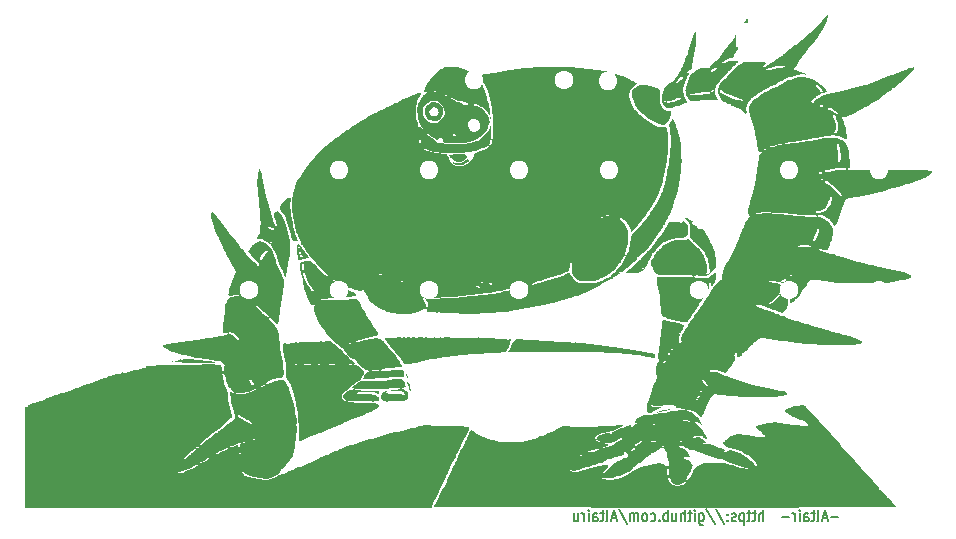
<source format=gbo>
%TF.GenerationSoftware,KiCad,Pcbnew,7.0.7*%
%TF.CreationDate,2023-11-25T21:21:33+09:00*%
%TF.ProjectId,StylophoneV1,5374796c-6f70-4686-9f6e-6556312e6b69,rev?*%
%TF.SameCoordinates,Original*%
%TF.FileFunction,Legend,Bot*%
%TF.FilePolarity,Positive*%
%FSLAX46Y46*%
G04 Gerber Fmt 4.6, Leading zero omitted, Abs format (unit mm)*
G04 Created by KiCad (PCBNEW 7.0.7) date 2023-11-25 21:21:33*
%MOMM*%
%LPD*%
G01*
G04 APERTURE LIST*
%ADD10C,0.150000*%
%ADD11C,0.300000*%
%ADD12C,3.200000*%
%ADD13R,1.700000X1.700000*%
%ADD14O,1.700000X1.700000*%
%ADD15O,2.000000X1.905000*%
%ADD16R,2.000000X1.905000*%
%ADD17O,1.600000X1.600000*%
%ADD18R,1.600000X1.600000*%
%ADD19C,1.600000*%
%ADD20C,1.240000*%
%ADD21O,1.500000X1.050000*%
%ADD22R,1.500000X1.050000*%
%ADD23C,1.800000*%
%ADD24R,1.800000X1.800000*%
%ADD25O,2.000000X2.000000*%
%ADD26R,2.000000X2.000000*%
%ADD27C,2.000000*%
G04 APERTURE END LIST*
D10*
X225135839Y-130933866D02*
X224526316Y-130933866D01*
X224183459Y-131029104D02*
X223802506Y-131029104D01*
X224259649Y-131314819D02*
X223992982Y-130314819D01*
X223992982Y-130314819D02*
X223726316Y-131314819D01*
X223345364Y-131314819D02*
X223421554Y-131267200D01*
X223421554Y-131267200D02*
X223459649Y-131171961D01*
X223459649Y-131171961D02*
X223459649Y-130314819D01*
X223154887Y-130648152D02*
X222850125Y-130648152D01*
X223040601Y-130314819D02*
X223040601Y-131171961D01*
X223040601Y-131171961D02*
X223002506Y-131267200D01*
X223002506Y-131267200D02*
X222926316Y-131314819D01*
X222926316Y-131314819D02*
X222850125Y-131314819D01*
X222240601Y-131314819D02*
X222240601Y-130791009D01*
X222240601Y-130791009D02*
X222278696Y-130695771D01*
X222278696Y-130695771D02*
X222354887Y-130648152D01*
X222354887Y-130648152D02*
X222507268Y-130648152D01*
X222507268Y-130648152D02*
X222583458Y-130695771D01*
X222240601Y-131267200D02*
X222316792Y-131314819D01*
X222316792Y-131314819D02*
X222507268Y-131314819D01*
X222507268Y-131314819D02*
X222583458Y-131267200D01*
X222583458Y-131267200D02*
X222621554Y-131171961D01*
X222621554Y-131171961D02*
X222621554Y-131076723D01*
X222621554Y-131076723D02*
X222583458Y-130981485D01*
X222583458Y-130981485D02*
X222507268Y-130933866D01*
X222507268Y-130933866D02*
X222316792Y-130933866D01*
X222316792Y-130933866D02*
X222240601Y-130886247D01*
X221859648Y-131314819D02*
X221859648Y-130648152D01*
X221859648Y-130314819D02*
X221897744Y-130362438D01*
X221897744Y-130362438D02*
X221859648Y-130410057D01*
X221859648Y-130410057D02*
X221821553Y-130362438D01*
X221821553Y-130362438D02*
X221859648Y-130314819D01*
X221859648Y-130314819D02*
X221859648Y-130410057D01*
X221478696Y-131314819D02*
X221478696Y-130648152D01*
X221478696Y-130838628D02*
X221440601Y-130743390D01*
X221440601Y-130743390D02*
X221402506Y-130695771D01*
X221402506Y-130695771D02*
X221326315Y-130648152D01*
X221326315Y-130648152D02*
X221250125Y-130648152D01*
X220983458Y-130933866D02*
X220373935Y-130933866D01*
X218773934Y-131314819D02*
X218773934Y-130314819D01*
X218431077Y-131314819D02*
X218431077Y-130791009D01*
X218431077Y-130791009D02*
X218469172Y-130695771D01*
X218469172Y-130695771D02*
X218545363Y-130648152D01*
X218545363Y-130648152D02*
X218659649Y-130648152D01*
X218659649Y-130648152D02*
X218735839Y-130695771D01*
X218735839Y-130695771D02*
X218773934Y-130743390D01*
X218164410Y-130648152D02*
X217859648Y-130648152D01*
X218050124Y-130314819D02*
X218050124Y-131171961D01*
X218050124Y-131171961D02*
X218012029Y-131267200D01*
X218012029Y-131267200D02*
X217935839Y-131314819D01*
X217935839Y-131314819D02*
X217859648Y-131314819D01*
X217707267Y-130648152D02*
X217402505Y-130648152D01*
X217592981Y-130314819D02*
X217592981Y-131171961D01*
X217592981Y-131171961D02*
X217554886Y-131267200D01*
X217554886Y-131267200D02*
X217478696Y-131314819D01*
X217478696Y-131314819D02*
X217402505Y-131314819D01*
X217135838Y-130648152D02*
X217135838Y-131648152D01*
X217135838Y-130695771D02*
X217059648Y-130648152D01*
X217059648Y-130648152D02*
X216907267Y-130648152D01*
X216907267Y-130648152D02*
X216831076Y-130695771D01*
X216831076Y-130695771D02*
X216792981Y-130743390D01*
X216792981Y-130743390D02*
X216754886Y-130838628D01*
X216754886Y-130838628D02*
X216754886Y-131124342D01*
X216754886Y-131124342D02*
X216792981Y-131219580D01*
X216792981Y-131219580D02*
X216831076Y-131267200D01*
X216831076Y-131267200D02*
X216907267Y-131314819D01*
X216907267Y-131314819D02*
X217059648Y-131314819D01*
X217059648Y-131314819D02*
X217135838Y-131267200D01*
X216450124Y-131267200D02*
X216373933Y-131314819D01*
X216373933Y-131314819D02*
X216221552Y-131314819D01*
X216221552Y-131314819D02*
X216145362Y-131267200D01*
X216145362Y-131267200D02*
X216107266Y-131171961D01*
X216107266Y-131171961D02*
X216107266Y-131124342D01*
X216107266Y-131124342D02*
X216145362Y-131029104D01*
X216145362Y-131029104D02*
X216221552Y-130981485D01*
X216221552Y-130981485D02*
X216335838Y-130981485D01*
X216335838Y-130981485D02*
X216412028Y-130933866D01*
X216412028Y-130933866D02*
X216450124Y-130838628D01*
X216450124Y-130838628D02*
X216450124Y-130791009D01*
X216450124Y-130791009D02*
X216412028Y-130695771D01*
X216412028Y-130695771D02*
X216335838Y-130648152D01*
X216335838Y-130648152D02*
X216221552Y-130648152D01*
X216221552Y-130648152D02*
X216145362Y-130695771D01*
X215764409Y-131219580D02*
X215726314Y-131267200D01*
X215726314Y-131267200D02*
X215764409Y-131314819D01*
X215764409Y-131314819D02*
X215802505Y-131267200D01*
X215802505Y-131267200D02*
X215764409Y-131219580D01*
X215764409Y-131219580D02*
X215764409Y-131314819D01*
X215764409Y-130695771D02*
X215726314Y-130743390D01*
X215726314Y-130743390D02*
X215764409Y-130791009D01*
X215764409Y-130791009D02*
X215802505Y-130743390D01*
X215802505Y-130743390D02*
X215764409Y-130695771D01*
X215764409Y-130695771D02*
X215764409Y-130791009D01*
X214812029Y-130267200D02*
X215497743Y-131552914D01*
X213973934Y-130267200D02*
X214659648Y-131552914D01*
X213364410Y-130648152D02*
X213364410Y-131457676D01*
X213364410Y-131457676D02*
X213402505Y-131552914D01*
X213402505Y-131552914D02*
X213440601Y-131600533D01*
X213440601Y-131600533D02*
X213516791Y-131648152D01*
X213516791Y-131648152D02*
X213631077Y-131648152D01*
X213631077Y-131648152D02*
X213707267Y-131600533D01*
X213364410Y-131267200D02*
X213440601Y-131314819D01*
X213440601Y-131314819D02*
X213592982Y-131314819D01*
X213592982Y-131314819D02*
X213669172Y-131267200D01*
X213669172Y-131267200D02*
X213707267Y-131219580D01*
X213707267Y-131219580D02*
X213745363Y-131124342D01*
X213745363Y-131124342D02*
X213745363Y-130838628D01*
X213745363Y-130838628D02*
X213707267Y-130743390D01*
X213707267Y-130743390D02*
X213669172Y-130695771D01*
X213669172Y-130695771D02*
X213592982Y-130648152D01*
X213592982Y-130648152D02*
X213440601Y-130648152D01*
X213440601Y-130648152D02*
X213364410Y-130695771D01*
X212983457Y-131314819D02*
X212983457Y-130648152D01*
X212983457Y-130314819D02*
X213021553Y-130362438D01*
X213021553Y-130362438D02*
X212983457Y-130410057D01*
X212983457Y-130410057D02*
X212945362Y-130362438D01*
X212945362Y-130362438D02*
X212983457Y-130314819D01*
X212983457Y-130314819D02*
X212983457Y-130410057D01*
X212716791Y-130648152D02*
X212412029Y-130648152D01*
X212602505Y-130314819D02*
X212602505Y-131171961D01*
X212602505Y-131171961D02*
X212564410Y-131267200D01*
X212564410Y-131267200D02*
X212488220Y-131314819D01*
X212488220Y-131314819D02*
X212412029Y-131314819D01*
X212145362Y-131314819D02*
X212145362Y-130314819D01*
X211802505Y-131314819D02*
X211802505Y-130791009D01*
X211802505Y-130791009D02*
X211840600Y-130695771D01*
X211840600Y-130695771D02*
X211916791Y-130648152D01*
X211916791Y-130648152D02*
X212031077Y-130648152D01*
X212031077Y-130648152D02*
X212107267Y-130695771D01*
X212107267Y-130695771D02*
X212145362Y-130743390D01*
X211078695Y-130648152D02*
X211078695Y-131314819D01*
X211421552Y-130648152D02*
X211421552Y-131171961D01*
X211421552Y-131171961D02*
X211383457Y-131267200D01*
X211383457Y-131267200D02*
X211307267Y-131314819D01*
X211307267Y-131314819D02*
X211192981Y-131314819D01*
X211192981Y-131314819D02*
X211116790Y-131267200D01*
X211116790Y-131267200D02*
X211078695Y-131219580D01*
X210697742Y-131314819D02*
X210697742Y-130314819D01*
X210697742Y-130695771D02*
X210621552Y-130648152D01*
X210621552Y-130648152D02*
X210469171Y-130648152D01*
X210469171Y-130648152D02*
X210392980Y-130695771D01*
X210392980Y-130695771D02*
X210354885Y-130743390D01*
X210354885Y-130743390D02*
X210316790Y-130838628D01*
X210316790Y-130838628D02*
X210316790Y-131124342D01*
X210316790Y-131124342D02*
X210354885Y-131219580D01*
X210354885Y-131219580D02*
X210392980Y-131267200D01*
X210392980Y-131267200D02*
X210469171Y-131314819D01*
X210469171Y-131314819D02*
X210621552Y-131314819D01*
X210621552Y-131314819D02*
X210697742Y-131267200D01*
X209973932Y-131219580D02*
X209935837Y-131267200D01*
X209935837Y-131267200D02*
X209973932Y-131314819D01*
X209973932Y-131314819D02*
X210012028Y-131267200D01*
X210012028Y-131267200D02*
X209973932Y-131219580D01*
X209973932Y-131219580D02*
X209973932Y-131314819D01*
X209250123Y-131267200D02*
X209326314Y-131314819D01*
X209326314Y-131314819D02*
X209478695Y-131314819D01*
X209478695Y-131314819D02*
X209554885Y-131267200D01*
X209554885Y-131267200D02*
X209592980Y-131219580D01*
X209592980Y-131219580D02*
X209631076Y-131124342D01*
X209631076Y-131124342D02*
X209631076Y-130838628D01*
X209631076Y-130838628D02*
X209592980Y-130743390D01*
X209592980Y-130743390D02*
X209554885Y-130695771D01*
X209554885Y-130695771D02*
X209478695Y-130648152D01*
X209478695Y-130648152D02*
X209326314Y-130648152D01*
X209326314Y-130648152D02*
X209250123Y-130695771D01*
X208792981Y-131314819D02*
X208869171Y-131267200D01*
X208869171Y-131267200D02*
X208907266Y-131219580D01*
X208907266Y-131219580D02*
X208945362Y-131124342D01*
X208945362Y-131124342D02*
X208945362Y-130838628D01*
X208945362Y-130838628D02*
X208907266Y-130743390D01*
X208907266Y-130743390D02*
X208869171Y-130695771D01*
X208869171Y-130695771D02*
X208792981Y-130648152D01*
X208792981Y-130648152D02*
X208678695Y-130648152D01*
X208678695Y-130648152D02*
X208602504Y-130695771D01*
X208602504Y-130695771D02*
X208564409Y-130743390D01*
X208564409Y-130743390D02*
X208526314Y-130838628D01*
X208526314Y-130838628D02*
X208526314Y-131124342D01*
X208526314Y-131124342D02*
X208564409Y-131219580D01*
X208564409Y-131219580D02*
X208602504Y-131267200D01*
X208602504Y-131267200D02*
X208678695Y-131314819D01*
X208678695Y-131314819D02*
X208792981Y-131314819D01*
X208183456Y-131314819D02*
X208183456Y-130648152D01*
X208183456Y-130743390D02*
X208145361Y-130695771D01*
X208145361Y-130695771D02*
X208069171Y-130648152D01*
X208069171Y-130648152D02*
X207954885Y-130648152D01*
X207954885Y-130648152D02*
X207878694Y-130695771D01*
X207878694Y-130695771D02*
X207840599Y-130791009D01*
X207840599Y-130791009D02*
X207840599Y-131314819D01*
X207840599Y-130791009D02*
X207802504Y-130695771D01*
X207802504Y-130695771D02*
X207726313Y-130648152D01*
X207726313Y-130648152D02*
X207612028Y-130648152D01*
X207612028Y-130648152D02*
X207535837Y-130695771D01*
X207535837Y-130695771D02*
X207497742Y-130791009D01*
X207497742Y-130791009D02*
X207497742Y-131314819D01*
X206545361Y-130267200D02*
X207231075Y-131552914D01*
X206316790Y-131029104D02*
X205935837Y-131029104D01*
X206392980Y-131314819D02*
X206126313Y-130314819D01*
X206126313Y-130314819D02*
X205859647Y-131314819D01*
X205478695Y-131314819D02*
X205554885Y-131267200D01*
X205554885Y-131267200D02*
X205592980Y-131171961D01*
X205592980Y-131171961D02*
X205592980Y-130314819D01*
X205288218Y-130648152D02*
X204983456Y-130648152D01*
X205173932Y-130314819D02*
X205173932Y-131171961D01*
X205173932Y-131171961D02*
X205135837Y-131267200D01*
X205135837Y-131267200D02*
X205059647Y-131314819D01*
X205059647Y-131314819D02*
X204983456Y-131314819D01*
X204373932Y-131314819D02*
X204373932Y-130791009D01*
X204373932Y-130791009D02*
X204412027Y-130695771D01*
X204412027Y-130695771D02*
X204488218Y-130648152D01*
X204488218Y-130648152D02*
X204640599Y-130648152D01*
X204640599Y-130648152D02*
X204716789Y-130695771D01*
X204373932Y-131267200D02*
X204450123Y-131314819D01*
X204450123Y-131314819D02*
X204640599Y-131314819D01*
X204640599Y-131314819D02*
X204716789Y-131267200D01*
X204716789Y-131267200D02*
X204754885Y-131171961D01*
X204754885Y-131171961D02*
X204754885Y-131076723D01*
X204754885Y-131076723D02*
X204716789Y-130981485D01*
X204716789Y-130981485D02*
X204640599Y-130933866D01*
X204640599Y-130933866D02*
X204450123Y-130933866D01*
X204450123Y-130933866D02*
X204373932Y-130886247D01*
X203992979Y-131314819D02*
X203992979Y-130648152D01*
X203992979Y-130314819D02*
X204031075Y-130362438D01*
X204031075Y-130362438D02*
X203992979Y-130410057D01*
X203992979Y-130410057D02*
X203954884Y-130362438D01*
X203954884Y-130362438D02*
X203992979Y-130314819D01*
X203992979Y-130314819D02*
X203992979Y-130410057D01*
X203612027Y-131314819D02*
X203612027Y-130648152D01*
X203612027Y-130838628D02*
X203573932Y-130743390D01*
X203573932Y-130743390D02*
X203535837Y-130695771D01*
X203535837Y-130695771D02*
X203459646Y-130648152D01*
X203459646Y-130648152D02*
X203383456Y-130648152D01*
X202773932Y-130648152D02*
X202773932Y-131314819D01*
X203116789Y-130648152D02*
X203116789Y-131171961D01*
X203116789Y-131171961D02*
X203078694Y-131267200D01*
X203078694Y-131267200D02*
X203002504Y-131314819D01*
X203002504Y-131314819D02*
X202888218Y-131314819D01*
X202888218Y-131314819D02*
X202812027Y-131267200D01*
X202812027Y-131267200D02*
X202773932Y-131219580D01*
D11*
X196266427Y-108469757D02*
X196409285Y-108398328D01*
X196409285Y-108398328D02*
X196623570Y-108398328D01*
X196623570Y-108398328D02*
X196837856Y-108469757D01*
X196837856Y-108469757D02*
X196980713Y-108612614D01*
X196980713Y-108612614D02*
X197052142Y-108755471D01*
X197052142Y-108755471D02*
X197123570Y-109041185D01*
X197123570Y-109041185D02*
X197123570Y-109255471D01*
X197123570Y-109255471D02*
X197052142Y-109541185D01*
X197052142Y-109541185D02*
X196980713Y-109684042D01*
X196980713Y-109684042D02*
X196837856Y-109826900D01*
X196837856Y-109826900D02*
X196623570Y-109898328D01*
X196623570Y-109898328D02*
X196480713Y-109898328D01*
X196480713Y-109898328D02*
X196266427Y-109826900D01*
X196266427Y-109826900D02*
X196194999Y-109755471D01*
X196194999Y-109755471D02*
X196194999Y-109255471D01*
X196194999Y-109255471D02*
X196480713Y-109255471D01*
X195337856Y-108398328D02*
X195337856Y-108755471D01*
X195694999Y-108612614D02*
X195337856Y-108755471D01*
X195337856Y-108755471D02*
X194980713Y-108612614D01*
X195552142Y-109041185D02*
X195337856Y-108755471D01*
X195337856Y-108755471D02*
X195123570Y-109041185D01*
X194194999Y-108398328D02*
X194194999Y-108755471D01*
X194552142Y-108612614D02*
X194194999Y-108755471D01*
X194194999Y-108755471D02*
X193837856Y-108612614D01*
X194409285Y-109041185D02*
X194194999Y-108755471D01*
X194194999Y-108755471D02*
X193980713Y-109041185D01*
X193052142Y-108398328D02*
X193052142Y-108755471D01*
X193409285Y-108612614D02*
X193052142Y-108755471D01*
X193052142Y-108755471D02*
X192694999Y-108612614D01*
X193266428Y-109041185D02*
X193052142Y-108755471D01*
X193052142Y-108755471D02*
X192837856Y-109041185D01*
%TO.C,G\u002A\u002A\u002A*%
G36*
X224082361Y-94983408D02*
G01*
X223952955Y-95019701D01*
X223800730Y-95056591D01*
X223651031Y-95087384D01*
X223640299Y-95091536D01*
X223575127Y-95129241D01*
X223476410Y-95193039D01*
X223367445Y-95267204D01*
X223271530Y-95336012D01*
X223211962Y-95383738D01*
X223145847Y-95437957D01*
X223050708Y-95504762D01*
X222993878Y-95542186D01*
X222871268Y-95635397D01*
X222814358Y-95709671D01*
X222817469Y-95776015D01*
X222874920Y-95845436D01*
X222885478Y-95854715D01*
X222949347Y-95887414D01*
X223016031Y-95857319D01*
X223056803Y-95816431D01*
X223086587Y-95746257D01*
X223118938Y-95688364D01*
X223197460Y-95631674D01*
X223299573Y-95570348D01*
X223409127Y-95487129D01*
X223480344Y-95431392D01*
X223615453Y-95345399D01*
X223762474Y-95267564D01*
X223895758Y-95211056D01*
X223989655Y-95189046D01*
X224039886Y-95184025D01*
X224157726Y-95161467D01*
X224296111Y-95127000D01*
X224374410Y-95106018D01*
X224556649Y-95060968D01*
X224719444Y-95024932D01*
X224775841Y-95013516D01*
X224940309Y-94979558D01*
X225082301Y-94949434D01*
X225164719Y-94931554D01*
X225317305Y-94898463D01*
X225505934Y-94857562D01*
X225707222Y-94813922D01*
X225758036Y-94802814D01*
X226058422Y-94734411D01*
X226395799Y-94653917D01*
X226741189Y-94568476D01*
X227065609Y-94485235D01*
X227340079Y-94411339D01*
X227397557Y-94394114D01*
X227561504Y-94335884D01*
X227702936Y-94274704D01*
X227802149Y-94230490D01*
X227957545Y-94167661D01*
X228146641Y-94095159D01*
X228348015Y-94021395D01*
X228546662Y-93949418D01*
X228735937Y-93879009D01*
X228891873Y-93819163D01*
X228993095Y-93777945D01*
X229044536Y-93756185D01*
X229200129Y-93695195D01*
X229355952Y-93639170D01*
X229423197Y-93615765D01*
X229566995Y-93562175D01*
X229678492Y-93516252D01*
X229756050Y-93483000D01*
X229919877Y-93417672D01*
X230119062Y-93341957D01*
X230329018Y-93265139D01*
X230525158Y-93196504D01*
X230594794Y-93171864D01*
X230729496Y-93119268D01*
X230827539Y-93074748D01*
X230844630Y-93066108D01*
X230961568Y-93018336D01*
X231108044Y-92970787D01*
X231262938Y-92928769D01*
X231405129Y-92897588D01*
X231513495Y-92882551D01*
X231566917Y-92888966D01*
X231569247Y-92891654D01*
X231568934Y-92951562D01*
X231518384Y-93045048D01*
X231505216Y-93062914D01*
X231403818Y-93183311D01*
X231257414Y-93339984D01*
X231079869Y-93519654D01*
X230885048Y-93709037D01*
X230686817Y-93894853D01*
X230499039Y-94063820D01*
X230335580Y-94202658D01*
X230210305Y-94298083D01*
X230147512Y-94343330D01*
X230101825Y-94381880D01*
X230092322Y-94391688D01*
X230031169Y-94444114D01*
X229941070Y-94514990D01*
X229844934Y-94587022D01*
X229765670Y-94642922D01*
X229726188Y-94665397D01*
X229719399Y-94667734D01*
X229667416Y-94705985D01*
X229589292Y-94776270D01*
X229576963Y-94787949D01*
X229473285Y-94878154D01*
X229380843Y-94947619D01*
X229306472Y-94998768D01*
X229201001Y-95077904D01*
X229119167Y-95143048D01*
X229048146Y-95196632D01*
X228969009Y-95251328D01*
X228851984Y-95328514D01*
X228789209Y-95370855D01*
X228664120Y-95461277D01*
X228569761Y-95536992D01*
X228563397Y-95542446D01*
X228482814Y-95601723D01*
X228351814Y-95689473D01*
X228187086Y-95794766D01*
X228005317Y-95906673D01*
X227856856Y-95995463D01*
X227647479Y-96116417D01*
X227618439Y-96133193D01*
X227380255Y-96263409D01*
X227117626Y-96399442D01*
X226805873Y-96554624D01*
X226787555Y-96563925D01*
X226707394Y-96613643D01*
X226674841Y-96650121D01*
X226672519Y-96659874D01*
X226628860Y-96681270D01*
X226623243Y-96681569D01*
X226551339Y-96702799D01*
X226450256Y-96747880D01*
X226345935Y-96803189D01*
X226332795Y-96811547D01*
X226264319Y-96855104D01*
X226231349Y-96890004D01*
X226217007Y-96903016D01*
X226207594Y-96911556D01*
X226132935Y-96923175D01*
X226065276Y-96932051D01*
X226010280Y-96962397D01*
X226000498Y-96974710D01*
X225918837Y-97021266D01*
X225799868Y-97051234D01*
X225678455Y-97058453D01*
X225589459Y-97036763D01*
X225581847Y-97032111D01*
X225508930Y-97005891D01*
X225478059Y-97041381D01*
X225488758Y-97141231D01*
X225540547Y-97308091D01*
X225588140Y-97443621D01*
X225625867Y-97556480D01*
X225644178Y-97618344D01*
X225650485Y-97643646D01*
X225679777Y-97729524D01*
X225726226Y-97850040D01*
X225767820Y-97989514D01*
X225773422Y-98017084D01*
X225800657Y-98151107D01*
X225831722Y-98363993D01*
X225832174Y-98367449D01*
X225861019Y-98593406D01*
X225878640Y-98752259D01*
X225885221Y-98856566D01*
X225880947Y-98918882D01*
X225866001Y-98951763D01*
X225840568Y-98967765D01*
X225789548Y-98966625D01*
X225712625Y-98923779D01*
X225658530Y-98883152D01*
X225598191Y-98858413D01*
X225554301Y-98847445D01*
X225455000Y-98810911D01*
X225328073Y-98757619D01*
X225221217Y-98714894D01*
X225086599Y-98672758D01*
X224990437Y-98656208D01*
X224906414Y-98647553D01*
X224826222Y-98621060D01*
X224819933Y-98617715D01*
X224738276Y-98607846D01*
X224624635Y-98625198D01*
X224586197Y-98634344D01*
X224453727Y-98660681D01*
X224280724Y-98690786D01*
X224094523Y-98719782D01*
X224045330Y-98727061D01*
X223819004Y-98762344D01*
X223585746Y-98800997D01*
X223388968Y-98835876D01*
X223313630Y-98849667D01*
X223041829Y-98896597D01*
X222699665Y-98952341D01*
X222294306Y-99015769D01*
X221832916Y-99085755D01*
X221322660Y-99161170D01*
X221170876Y-99183896D01*
X220964677Y-99216702D01*
X220795142Y-99245997D01*
X220676673Y-99269253D01*
X220623671Y-99283941D01*
X220597862Y-99304133D01*
X220600039Y-99335870D01*
X220669888Y-99353360D01*
X220799327Y-99355324D01*
X220980271Y-99340478D01*
X221166332Y-99318703D01*
X221217758Y-99312509D01*
X224987512Y-99312509D01*
X224990551Y-99388718D01*
X225010816Y-99516975D01*
X225048013Y-99710705D01*
X225050144Y-99721700D01*
X225082574Y-99946164D01*
X225103797Y-100203458D01*
X225110040Y-100448691D01*
X225109894Y-100531783D01*
X225115783Y-100708619D01*
X225129376Y-100837541D01*
X225149265Y-100902262D01*
X225171019Y-100926028D01*
X225222719Y-100950056D01*
X225265264Y-100905051D01*
X225306289Y-100785327D01*
X225327442Y-100657001D01*
X225335228Y-100447628D01*
X225324323Y-100200953D01*
X225295848Y-99939281D01*
X225250925Y-99684921D01*
X225208831Y-99499331D01*
X225174052Y-99374903D01*
X225141430Y-99302877D01*
X225104759Y-99269642D01*
X225057829Y-99261588D01*
X225034284Y-99262531D01*
X225001992Y-99274922D01*
X224987512Y-99312509D01*
X221217758Y-99312509D01*
X221489244Y-99279810D01*
X221745153Y-99247338D01*
X221929652Y-99221855D01*
X222038333Y-99203930D01*
X222086096Y-99194786D01*
X222154361Y-99183447D01*
X222246193Y-99170252D01*
X222375721Y-99153293D01*
X222557069Y-99130660D01*
X222804365Y-99100446D01*
X222847713Y-99094980D01*
X223078847Y-99061214D01*
X223321618Y-99019789D01*
X223530079Y-98978430D01*
X223544018Y-98975374D01*
X223952066Y-98897587D01*
X224320578Y-98850156D01*
X224640956Y-98833538D01*
X224904600Y-98848193D01*
X225102913Y-98894579D01*
X225212219Y-98938462D01*
X225433515Y-99042359D01*
X225602237Y-99144393D01*
X225709780Y-99238884D01*
X225747539Y-99320150D01*
X225747717Y-99323454D01*
X225777906Y-99387837D01*
X225844180Y-99468185D01*
X225883989Y-99513573D01*
X225924860Y-99579569D01*
X225960084Y-99666601D01*
X225991184Y-99783163D01*
X226019685Y-99937746D01*
X226047110Y-100138840D01*
X226074984Y-100394938D01*
X226079905Y-100447628D01*
X226104831Y-100714531D01*
X226138175Y-101106112D01*
X226142031Y-101154129D01*
X226143612Y-101173818D01*
X226150408Y-101297651D01*
X226144361Y-101364995D01*
X226122089Y-101392900D01*
X226080212Y-101398413D01*
X226062106Y-101399687D01*
X225994212Y-101433954D01*
X225969418Y-101491811D01*
X225968797Y-101493260D01*
X226001284Y-101548312D01*
X226026029Y-101551678D01*
X226125844Y-101556300D01*
X226296150Y-101560664D01*
X226530984Y-101564718D01*
X226824384Y-101568406D01*
X227170387Y-101571675D01*
X227563032Y-101574471D01*
X227996355Y-101576740D01*
X228464394Y-101578427D01*
X228961186Y-101579479D01*
X229480770Y-101579842D01*
X229895224Y-101579834D01*
X230462181Y-101579910D01*
X230956703Y-101580318D01*
X231383737Y-101581316D01*
X231748230Y-101583160D01*
X232055132Y-101586106D01*
X232309389Y-101590411D01*
X232515949Y-101596331D01*
X232679760Y-101604123D01*
X232805769Y-101614044D01*
X232898925Y-101626350D01*
X232964174Y-101641298D01*
X233006465Y-101659143D01*
X233030745Y-101680143D01*
X233041963Y-101704555D01*
X233045065Y-101732633D01*
X233045000Y-101764636D01*
X233018379Y-101850563D01*
X232917455Y-101959660D01*
X232740379Y-102077211D01*
X232486204Y-102203741D01*
X232153983Y-102339773D01*
X232019307Y-102387609D01*
X231742768Y-102485834D01*
X231575016Y-102542291D01*
X231318043Y-102629451D01*
X231073380Y-102713163D01*
X230862427Y-102786093D01*
X230706587Y-102840908D01*
X230671457Y-102853311D01*
X230471261Y-102919579D01*
X230268385Y-102980783D01*
X230101825Y-103025049D01*
X229965734Y-103058121D01*
X229712382Y-103126526D01*
X229445267Y-103208675D01*
X229134206Y-103313565D01*
X229021132Y-103351284D01*
X228825677Y-103409540D01*
X228600578Y-103468124D01*
X228333323Y-103530032D01*
X228023418Y-103595715D01*
X228011401Y-103598262D01*
X227622301Y-103675812D01*
X227612931Y-103677638D01*
X227395794Y-103719975D01*
X227277710Y-103743008D01*
X227188659Y-103760378D01*
X227014574Y-103794350D01*
X226896587Y-103817395D01*
X226842837Y-103827094D01*
X226684623Y-103851598D01*
X226640522Y-103857614D01*
X226490847Y-103878032D01*
X226291825Y-103902147D01*
X226124500Y-103923338D01*
X225969042Y-103952094D01*
X225865556Y-103986456D01*
X225797936Y-104030612D01*
X225734189Y-104099178D01*
X225707222Y-104148710D01*
X225706951Y-104151580D01*
X225687119Y-104210458D01*
X225642062Y-104318318D01*
X225580500Y-104454142D01*
X225506419Y-104633337D01*
X225432545Y-104846968D01*
X225375590Y-105047143D01*
X225293902Y-105355160D01*
X225194430Y-105665920D01*
X225091660Y-105925439D01*
X224989470Y-106124062D01*
X224891737Y-106252137D01*
X224864428Y-106276848D01*
X224812708Y-106303485D01*
X224776267Y-106272296D01*
X224759745Y-106243547D01*
X224740220Y-106192280D01*
X224721223Y-106153459D01*
X224669047Y-106082446D01*
X224655789Y-106066068D01*
X224579877Y-105967528D01*
X224497698Y-105855641D01*
X224471395Y-105820966D01*
X224399324Y-105744514D01*
X224346508Y-105713491D01*
X224328170Y-105710821D01*
X224296111Y-105679488D01*
X224280203Y-105652782D01*
X224203553Y-105597643D01*
X224079082Y-105532602D01*
X223924258Y-105466449D01*
X223756551Y-105407974D01*
X223729887Y-105399801D01*
X223609296Y-105365214D01*
X223539609Y-105355364D01*
X223498613Y-105370460D01*
X223464098Y-105410710D01*
X223459897Y-105416609D01*
X223434290Y-105493497D01*
X223438321Y-105497812D01*
X223483137Y-105545784D01*
X223608192Y-105575478D01*
X223723916Y-105601521D01*
X223851235Y-105651190D01*
X223854472Y-105652854D01*
X223950914Y-105694953D01*
X224019270Y-105712381D01*
X224042676Y-105719178D01*
X224120419Y-105774030D01*
X224223252Y-105870252D01*
X224336231Y-105991342D01*
X224444412Y-106120799D01*
X224532849Y-106242123D01*
X224586599Y-106338811D01*
X224613175Y-106413021D01*
X224648697Y-106544073D01*
X224655107Y-106567721D01*
X224682839Y-106720422D01*
X224692403Y-106846357D01*
X224679832Y-106920764D01*
X224668667Y-106952552D01*
X224651320Y-107050780D01*
X224638973Y-107180461D01*
X224631845Y-107260341D01*
X224611198Y-107388127D01*
X224585700Y-107471041D01*
X224566814Y-107509466D01*
X224518372Y-107619336D01*
X224460292Y-107760017D01*
X224400801Y-107910501D01*
X224354690Y-108032416D01*
X224348123Y-108049780D01*
X224310485Y-108156843D01*
X224296111Y-108210683D01*
X224281483Y-108253480D01*
X224231196Y-108327274D01*
X224222900Y-108336761D01*
X224173205Y-108376529D01*
X224108834Y-108381045D01*
X223999371Y-108353785D01*
X223973858Y-108346503D01*
X223812226Y-108307147D01*
X223652874Y-108276637D01*
X223473287Y-108248794D01*
X223566298Y-108329462D01*
X223572460Y-108334642D01*
X223680229Y-108402239D01*
X223806361Y-108455017D01*
X223820405Y-108459349D01*
X223940922Y-108499477D01*
X224034047Y-108534919D01*
X224145264Y-108576633D01*
X224299388Y-108621794D01*
X224453758Y-108657002D01*
X224582961Y-108676588D01*
X224661584Y-108674884D01*
X224720167Y-108665295D01*
X224806144Y-108673307D01*
X224869420Y-108699435D01*
X224881042Y-108735661D01*
X224879867Y-108738185D01*
X224909566Y-108773208D01*
X225013393Y-108821560D01*
X225186740Y-108881417D01*
X225425000Y-108950955D01*
X225495563Y-108970348D01*
X225778470Y-109049178D01*
X226039852Y-109123655D01*
X226265614Y-109189671D01*
X226441658Y-109243120D01*
X226553888Y-109279892D01*
X226593091Y-109292729D01*
X226738394Y-109330214D01*
X226890383Y-109358884D01*
X226953858Y-109369906D01*
X227109951Y-109403219D01*
X227299665Y-109448832D01*
X227495144Y-109500234D01*
X227584291Y-109524430D01*
X227812571Y-109583868D01*
X228039522Y-109640066D01*
X228227063Y-109683492D01*
X228292633Y-109697982D01*
X228502026Y-109745653D01*
X228735198Y-109800229D01*
X228952777Y-109852538D01*
X229056881Y-109877286D01*
X229249089Y-109919632D01*
X229418458Y-109953001D01*
X229500043Y-109965873D01*
X229537381Y-109971764D01*
X229560977Y-109974735D01*
X229700718Y-109997891D01*
X229878422Y-110033164D01*
X230061508Y-110074187D01*
X230118606Y-110087701D01*
X230281072Y-110124844D01*
X230413999Y-110153401D01*
X230492997Y-110168066D01*
X230570554Y-110182656D01*
X230721743Y-110225442D01*
X230765943Y-110241376D01*
X230885896Y-110284619D01*
X231044972Y-110352276D01*
X231180933Y-110420499D01*
X231275738Y-110481377D01*
X231297146Y-110508802D01*
X231311349Y-110526997D01*
X231277797Y-110598163D01*
X231169682Y-110678149D01*
X230992936Y-110759448D01*
X230835695Y-110812555D01*
X230753722Y-110840241D01*
X230458205Y-110918709D01*
X230112549Y-110993031D01*
X229722918Y-111061390D01*
X229295476Y-111121965D01*
X229145671Y-111135614D01*
X228918559Y-111147996D01*
X228633164Y-111158141D01*
X228301003Y-111166048D01*
X227933596Y-111171718D01*
X227542458Y-111175150D01*
X227139108Y-111176344D01*
X226735063Y-111175300D01*
X226341841Y-111172017D01*
X225970960Y-111166496D01*
X225633936Y-111158736D01*
X225342288Y-111148738D01*
X225107534Y-111136501D01*
X224941190Y-111122024D01*
X224882327Y-111114511D01*
X224665856Y-111083303D01*
X224407125Y-111042115D01*
X224133608Y-110995429D01*
X223872777Y-110947727D01*
X223812836Y-110936381D01*
X223566483Y-110892011D01*
X223381841Y-110863947D01*
X223244928Y-110850737D01*
X223141762Y-110850925D01*
X223058359Y-110863059D01*
X223020666Y-110870607D01*
X222913475Y-110880145D01*
X222853860Y-110866068D01*
X222820435Y-110869848D01*
X222748845Y-110916662D01*
X222660323Y-110992439D01*
X222573735Y-111079432D01*
X222507947Y-111159892D01*
X222481825Y-111216069D01*
X222481762Y-111217821D01*
X222454042Y-111277788D01*
X222391111Y-111357121D01*
X222313233Y-111446085D01*
X222239920Y-111541335D01*
X222189311Y-111615403D01*
X222061541Y-111806232D01*
X221962982Y-111959439D01*
X221899525Y-112065699D01*
X221877063Y-112115684D01*
X221865977Y-112141884D01*
X221809257Y-112213240D01*
X221722588Y-112302960D01*
X221626584Y-112391385D01*
X221541860Y-112458856D01*
X221489031Y-112485715D01*
X221465796Y-112493065D01*
X221457729Y-112542074D01*
X221448857Y-112598849D01*
X221394257Y-112675218D01*
X221316974Y-112740365D01*
X221242161Y-112767937D01*
X221219451Y-112772537D01*
X221211825Y-112808254D01*
X221211979Y-112831829D01*
X221160885Y-112848572D01*
X221160561Y-112848572D01*
X221120597Y-112838970D01*
X221096662Y-112799142D01*
X221083867Y-112712287D01*
X221077319Y-112561607D01*
X221077071Y-112552720D01*
X221070120Y-112407137D01*
X221059684Y-112294860D01*
X221047923Y-112239551D01*
X221033444Y-112204094D01*
X221002975Y-112107330D01*
X220967403Y-111978584D01*
X220942361Y-111894479D01*
X220877867Y-111724055D01*
X220808135Y-111581330D01*
X220788214Y-111548927D01*
X220679110Y-111403212D01*
X220549526Y-111265842D01*
X220420190Y-111157040D01*
X220311825Y-111097029D01*
X220257537Y-111071522D01*
X220224047Y-111030781D01*
X220199746Y-111013456D01*
X220129360Y-111011135D01*
X220047830Y-111025194D01*
X219990985Y-111052322D01*
X219970842Y-111056670D01*
X219913780Y-111027741D01*
X219862304Y-111006460D01*
X219749276Y-110985854D01*
X219607689Y-110975560D01*
X219489544Y-110971432D01*
X219473422Y-110970439D01*
X220291259Y-110970439D01*
X220302470Y-111011462D01*
X220308235Y-111017963D01*
X220398907Y-111060959D01*
X220516548Y-111044316D01*
X220639102Y-110970704D01*
X220659174Y-110952911D01*
X220733875Y-110866639D01*
X220741329Y-110812555D01*
X220688539Y-110793855D01*
X220582508Y-110813734D01*
X220430241Y-110875390D01*
X220382094Y-110901348D01*
X220336442Y-110925961D01*
X220291259Y-110970439D01*
X219473422Y-110970439D01*
X219376185Y-110964450D01*
X219316904Y-110956822D01*
X219255475Y-110950774D01*
X219155635Y-110953923D01*
X219124262Y-110956611D01*
X219077565Y-110964180D01*
X219099739Y-110975815D01*
X219195952Y-110997041D01*
X219428150Y-111047303D01*
X219622873Y-111095770D01*
X219740870Y-111134264D01*
X219780555Y-111162336D01*
X219808371Y-111171407D01*
X219880488Y-111148295D01*
X219897478Y-111140957D01*
X219965403Y-111127069D01*
X220038477Y-111150804D01*
X220144630Y-111219715D01*
X220198515Y-111257801D01*
X220303199Y-111330232D01*
X220373778Y-111376985D01*
X220428676Y-111414216D01*
X220555627Y-111538254D01*
X220566949Y-111549316D01*
X220676038Y-111733280D01*
X220766090Y-111981746D01*
X220781490Y-112033017D01*
X220799815Y-112094025D01*
X220843950Y-112234217D01*
X220877147Y-112332091D01*
X220898302Y-112416160D01*
X220894337Y-112477541D01*
X220888309Y-112538850D01*
X220905985Y-112634923D01*
X220911530Y-112659147D01*
X220911974Y-112707461D01*
X220912886Y-112806838D01*
X220878807Y-112982963D01*
X220876949Y-112992564D01*
X220819064Y-113159690D01*
X220808126Y-113191270D01*
X220790336Y-113226832D01*
X220787168Y-113231588D01*
X220721570Y-113330084D01*
X220629783Y-113443555D01*
X220532253Y-113548150D01*
X220505592Y-113571907D01*
X220446261Y-113624775D01*
X220389085Y-113654334D01*
X220374581Y-113653436D01*
X220270340Y-113631082D01*
X220160972Y-113596824D01*
X220385317Y-113596824D01*
X220386365Y-113600848D01*
X220425635Y-113614604D01*
X220436685Y-113612963D01*
X220465952Y-113571907D01*
X220462786Y-113557324D01*
X220425635Y-113554127D01*
X220413569Y-113562402D01*
X220385317Y-113596824D01*
X220160972Y-113596824D01*
X220123314Y-113585028D01*
X219958455Y-113523705D01*
X219800714Y-113455543D01*
X219754406Y-113435091D01*
X219616275Y-113380292D01*
X219441338Y-113316032D01*
X219256428Y-113252329D01*
X219195224Y-113231588D01*
X219458015Y-113231588D01*
X219478174Y-113251746D01*
X219498333Y-113231588D01*
X220707857Y-113231588D01*
X220728015Y-113251746D01*
X220748174Y-113231588D01*
X220728015Y-113211429D01*
X220707857Y-113231588D01*
X219498333Y-113231588D01*
X219478174Y-113211429D01*
X219458015Y-113231588D01*
X219195224Y-113231588D01*
X219157526Y-113218813D01*
X218989278Y-113158744D01*
X218852419Y-113106103D01*
X218834730Y-113098263D01*
X219154568Y-113098263D01*
X219154922Y-113116421D01*
X219204293Y-113148361D01*
X219211941Y-113151231D01*
X219252340Y-113159690D01*
X219226862Y-113125791D01*
X219197218Y-113102785D01*
X219154568Y-113098263D01*
X218834730Y-113098263D01*
X218769666Y-113069426D01*
X218689702Y-113035426D01*
X218548276Y-113000383D01*
X218495572Y-112995090D01*
X218779750Y-112995090D01*
X218812936Y-113009842D01*
X218834280Y-113006932D01*
X218839814Y-112982963D01*
X218833905Y-112978138D01*
X218786058Y-112982963D01*
X218779750Y-112995090D01*
X218495572Y-112995090D01*
X218403756Y-112985869D01*
X218282547Y-112993909D01*
X218211052Y-113026532D01*
X218203884Y-113035837D01*
X218195023Y-113075170D01*
X218237672Y-113115103D01*
X218344098Y-113168748D01*
X218405388Y-113195185D01*
X218516843Y-113235763D01*
X218588554Y-113251746D01*
X218643314Y-113261554D01*
X218779001Y-113304077D01*
X218986254Y-113379952D01*
X219104937Y-113426455D01*
X219264173Y-113488848D01*
X219611863Y-113630431D01*
X219745298Y-113682765D01*
X219855790Y-113720968D01*
X219916408Y-113735556D01*
X219950822Y-113742740D01*
X220045342Y-113776721D01*
X220165734Y-113829203D01*
X220307820Y-113889665D01*
X220513576Y-113968141D01*
X220762528Y-114057125D01*
X221037304Y-114150568D01*
X221320533Y-114242424D01*
X221594841Y-114326646D01*
X221661653Y-114346847D01*
X221810766Y-114394773D01*
X221922939Y-114434820D01*
X221950852Y-114447577D01*
X221977857Y-114459919D01*
X222039355Y-114487576D01*
X222139127Y-114512591D01*
X222208374Y-114527531D01*
X222355773Y-114565683D01*
X222423018Y-114584602D01*
X222540127Y-114617550D01*
X222738450Y-114676280D01*
X222927757Y-114735019D01*
X223085062Y-114786916D01*
X223187381Y-114825117D01*
X223192625Y-114827367D01*
X223284335Y-114860654D01*
X223340204Y-114870411D01*
X223370764Y-114873220D01*
X223444840Y-114902298D01*
X223477760Y-114918445D01*
X223553078Y-114945662D01*
X223663969Y-114973565D01*
X223832460Y-115008169D01*
X223933813Y-115032783D01*
X224034047Y-115066333D01*
X224046510Y-115071284D01*
X224137838Y-115101739D01*
X224276316Y-115143327D01*
X224437222Y-115188555D01*
X224459205Y-115194542D01*
X224640112Y-115244502D01*
X224812302Y-115293083D01*
X224941190Y-115330542D01*
X225000389Y-115348252D01*
X225000396Y-115348254D01*
X225168343Y-115398430D01*
X225331781Y-115447188D01*
X225412896Y-115469918D01*
X225533817Y-115498395D01*
X225610973Y-115509524D01*
X225614804Y-115509641D01*
X225691832Y-115524041D01*
X225817381Y-115557814D01*
X225966254Y-115604242D01*
X226127971Y-115657113D01*
X226299411Y-115711689D01*
X226432936Y-115752687D01*
X226468409Y-115763867D01*
X226603268Y-115814252D01*
X226754535Y-115879395D01*
X226903958Y-115950345D01*
X227033286Y-116018153D01*
X227124267Y-116073869D01*
X227158650Y-116108544D01*
X227154154Y-116130467D01*
X227093547Y-116197820D01*
X226975245Y-116261509D01*
X226815952Y-116311636D01*
X226711790Y-116331337D01*
X226481706Y-116359577D01*
X226191359Y-116382044D01*
X225853349Y-116398544D01*
X225480280Y-116408887D01*
X225084751Y-116412882D01*
X224679366Y-116410336D01*
X224276724Y-116401059D01*
X223889428Y-116384860D01*
X223530079Y-116361546D01*
X223523523Y-116361028D01*
X223264754Y-116341125D01*
X222963490Y-116318719D01*
X222656620Y-116296518D01*
X222381031Y-116277228D01*
X222155925Y-116261108D01*
X221938745Y-116243173D01*
X221735449Y-116222843D01*
X221527365Y-116197859D01*
X221295825Y-116165964D01*
X221022159Y-116124899D01*
X220687698Y-116072406D01*
X220509135Y-116045059D01*
X220229104Y-116004737D01*
X219939228Y-115965321D01*
X219679761Y-115932402D01*
X219675529Y-115931891D01*
X219457363Y-115902775D01*
X219249271Y-115870181D01*
X219074628Y-115838057D01*
X218956809Y-115810348D01*
X218843379Y-115778241D01*
X218719541Y-115752804D01*
X218611967Y-115751153D01*
X218508439Y-115778823D01*
X218396739Y-115841347D01*
X218264650Y-115944261D01*
X218099954Y-116093099D01*
X218048154Y-116142618D01*
X217930180Y-116255397D01*
X217890433Y-116293394D01*
X217806902Y-116374079D01*
X217799332Y-116381411D01*
X217614764Y-116560183D01*
X217471337Y-116700351D01*
X217369640Y-116801790D01*
X217302695Y-116871708D01*
X217263519Y-116917313D01*
X217245133Y-116945813D01*
X217240555Y-116964414D01*
X217235245Y-116980013D01*
X217184392Y-117001270D01*
X217156199Y-117007911D01*
X217105284Y-117061067D01*
X217084564Y-117089494D01*
X217017311Y-117095910D01*
X216978483Y-117089207D01*
X216961667Y-117126828D01*
X216957125Y-117219086D01*
X216905353Y-117289292D01*
X216818504Y-117300370D01*
X216811255Y-117298633D01*
X216739007Y-117302877D01*
X216701092Y-117371213D01*
X216685059Y-117422888D01*
X216661162Y-117439542D01*
X216614972Y-117386660D01*
X216577524Y-117313652D01*
X216555158Y-117200088D01*
X216552797Y-117167238D01*
X216519059Y-117074912D01*
X216460263Y-117018715D01*
X216395655Y-117020337D01*
X216370449Y-117054034D01*
X216353571Y-117136697D01*
X216344631Y-117197806D01*
X216305190Y-117275429D01*
X216282150Y-117313534D01*
X216330543Y-117323810D01*
X216356187Y-117325879D01*
X216384235Y-117348504D01*
X216389524Y-117411875D01*
X216376223Y-117535286D01*
X216362773Y-117613165D01*
X216328768Y-117735132D01*
X216290394Y-117810603D01*
X216257507Y-117855397D01*
X216245167Y-117888254D01*
X216232619Y-117921667D01*
X216230362Y-117937355D01*
X216193069Y-117968889D01*
X216162981Y-117989522D01*
X216130478Y-118060697D01*
X216128942Y-118066154D01*
X216126790Y-118069683D01*
X216076468Y-118152195D01*
X215988364Y-118232046D01*
X215978762Y-118238608D01*
X215894343Y-118309707D01*
X215848055Y-118372064D01*
X215835292Y-118396764D01*
X215831699Y-118403717D01*
X215771901Y-118490125D01*
X215688821Y-118593596D01*
X215679533Y-118604381D01*
X215596027Y-118691828D01*
X215541420Y-118722231D01*
X215500643Y-118704469D01*
X215445425Y-118672766D01*
X215346542Y-118654286D01*
X215266950Y-118642806D01*
X215163097Y-118598835D01*
X215050828Y-118548205D01*
X214876611Y-118509216D01*
X214673743Y-118488317D01*
X214468527Y-118486849D01*
X214287268Y-118506151D01*
X214156269Y-118547562D01*
X214136401Y-118558893D01*
X214091106Y-118593810D01*
X214085540Y-118598101D01*
X214095793Y-118614419D01*
X214117606Y-118615546D01*
X214212849Y-118623400D01*
X214356409Y-118637018D01*
X214526578Y-118654384D01*
X214585372Y-118660774D01*
X214751533Y-118683059D01*
X214892379Y-118712647D01*
X215032218Y-118756829D01*
X215195359Y-118822893D01*
X215406111Y-118918130D01*
X215532485Y-118971848D01*
X215712520Y-119040273D01*
X215889920Y-119100884D01*
X215907345Y-119106444D01*
X215941414Y-119117937D01*
X216044565Y-119152735D01*
X216146538Y-119191428D01*
X216192301Y-119214637D01*
X216240872Y-119234128D01*
X216333025Y-119247807D01*
X216421625Y-119266061D01*
X216467416Y-119298203D01*
X216505576Y-119326177D01*
X216590772Y-119339683D01*
X216672369Y-119348257D01*
X216738603Y-119374173D01*
X216781087Y-119398769D01*
X216889867Y-119441649D01*
X217035565Y-119488563D01*
X217194090Y-119531920D01*
X217341349Y-119564126D01*
X217375887Y-119570905D01*
X217473639Y-119596926D01*
X217522777Y-119621079D01*
X217567802Y-119646824D01*
X217681415Y-119685307D01*
X217866749Y-119736748D01*
X218127539Y-119802265D01*
X218201666Y-119820605D01*
X218393475Y-119869782D01*
X218571031Y-119917200D01*
X218664977Y-119940870D01*
X218839493Y-119980137D01*
X218993742Y-120012185D01*
X219045723Y-120022985D01*
X219256428Y-120063596D01*
X219426502Y-120095949D01*
X219603373Y-120131885D01*
X219741630Y-120162487D01*
X219820873Y-120183426D01*
X219838734Y-120188843D01*
X219899360Y-120202707D01*
X219943141Y-120212719D01*
X220093742Y-120240768D01*
X220264365Y-120267999D01*
X220266981Y-120268403D01*
X220319524Y-120276517D01*
X220525314Y-120317326D01*
X220686541Y-120364139D01*
X220791261Y-120412894D01*
X220827527Y-120459528D01*
X220805104Y-120514677D01*
X220791947Y-120529048D01*
X220735233Y-120590994D01*
X220647381Y-120645577D01*
X220628057Y-120652627D01*
X220440900Y-120700122D01*
X220173902Y-120740246D01*
X219827469Y-120772958D01*
X219402004Y-120798219D01*
X218897914Y-120815990D01*
X218531333Y-120823062D01*
X217983611Y-120822916D01*
X217453423Y-120807883D01*
X216916828Y-120776799D01*
X216349884Y-120728500D01*
X215728650Y-120661820D01*
X215526094Y-120638730D01*
X215292566Y-120613211D01*
X215089085Y-120592154D01*
X214932323Y-120577274D01*
X214838950Y-120570286D01*
X214806382Y-120568382D01*
X214697247Y-120555059D01*
X214631716Y-120536338D01*
X214584777Y-120544839D01*
X214509260Y-120597571D01*
X214428428Y-120674746D01*
X214423923Y-120680392D01*
X214364001Y-120755489D01*
X214337698Y-120818924D01*
X214334433Y-120839691D01*
X214297381Y-120871746D01*
X214284487Y-120874182D01*
X214257063Y-120917913D01*
X214256280Y-120924505D01*
X214233451Y-120993447D01*
X214185414Y-121109153D01*
X214120808Y-121250532D01*
X214116370Y-121259885D01*
X214041780Y-121423584D01*
X213975042Y-121580643D01*
X213930129Y-121698254D01*
X213923709Y-121716798D01*
X213866086Y-121861756D01*
X213804320Y-121991782D01*
X213795685Y-122008192D01*
X213751100Y-122109218D01*
X213732936Y-122180197D01*
X213730966Y-122193348D01*
X213694871Y-122268578D01*
X213627689Y-122361433D01*
X213522441Y-122486512D01*
X213447469Y-122394764D01*
X213338911Y-122275626D01*
X213091226Y-122075553D01*
X212815967Y-121932147D01*
X212532787Y-121856962D01*
X212522471Y-121855619D01*
X212389466Y-121845979D01*
X212332303Y-121860914D01*
X212351118Y-121900743D01*
X212446044Y-121965781D01*
X212617216Y-122056348D01*
X212643321Y-122069460D01*
X212796000Y-122154042D01*
X212926975Y-122238695D01*
X213010311Y-122306888D01*
X213110102Y-122396620D01*
X213214759Y-122467017D01*
X213265225Y-122504869D01*
X213356505Y-122619496D01*
X213442604Y-122777994D01*
X213445916Y-122786826D01*
X213454856Y-122810664D01*
X213510175Y-122958175D01*
X213512232Y-122965271D01*
X213523378Y-123024424D01*
X213502945Y-123042570D01*
X213438438Y-123019505D01*
X213317362Y-122955024D01*
X213200043Y-122893567D01*
X213072211Y-122841479D01*
X213003378Y-122837473D01*
X212995990Y-122882103D01*
X212999176Y-122890444D01*
X213051545Y-122976091D01*
X213104521Y-123036903D01*
X213131148Y-123067468D01*
X213181575Y-123111630D01*
X213214179Y-123140183D01*
X213276828Y-123169842D01*
X213297696Y-123173126D01*
X213329761Y-123210159D01*
X213334073Y-123226053D01*
X213382695Y-123250477D01*
X213384544Y-123250511D01*
X213458752Y-123286630D01*
X213548315Y-123378176D01*
X213638099Y-123506674D01*
X213712972Y-123653651D01*
X213737107Y-123708974D01*
X213794355Y-123823995D01*
X213841294Y-123898731D01*
X213870295Y-123941837D01*
X213894206Y-124012294D01*
X213897464Y-124028805D01*
X213934860Y-124104765D01*
X214000622Y-124201724D01*
X214029030Y-124240891D01*
X214076636Y-124320971D01*
X214085516Y-124362764D01*
X214049823Y-124360498D01*
X213968510Y-124328293D01*
X213866505Y-124276968D01*
X213767431Y-124219424D01*
X213694912Y-124168560D01*
X213672573Y-124137278D01*
X213676621Y-124120829D01*
X213651827Y-124107046D01*
X213579698Y-124094871D01*
X213443720Y-124080186D01*
X213426378Y-124078299D01*
X213318529Y-124059887D01*
X213250446Y-124037483D01*
X213217924Y-124029916D01*
X213148333Y-124056826D01*
X213111888Y-124077954D01*
X213050139Y-124078591D01*
X213028677Y-124070854D01*
X212951337Y-124085658D01*
X212906770Y-124117302D01*
X212878342Y-124137487D01*
X212845952Y-124204058D01*
X212865798Y-124247533D01*
X212936666Y-124240385D01*
X213156472Y-124192199D01*
X213342372Y-124197057D01*
X213501794Y-124258211D01*
X213540998Y-124282601D01*
X213620624Y-124342423D01*
X213652301Y-124383348D01*
X213662961Y-124402695D01*
X213669111Y-124404577D01*
X213722857Y-124421024D01*
X213728420Y-124421291D01*
X213808186Y-124448142D01*
X213889310Y-124503975D01*
X213946969Y-124567789D01*
X213956343Y-124618582D01*
X213952837Y-124623065D01*
X213891263Y-124656937D01*
X213860213Y-124665563D01*
X213790244Y-124685001D01*
X213769913Y-124689306D01*
X213688714Y-124720549D01*
X213664391Y-124757118D01*
X213690590Y-124779845D01*
X213784579Y-124794366D01*
X213931258Y-124785795D01*
X214115952Y-124754227D01*
X214173762Y-124743745D01*
X214251360Y-124742234D01*
X214337343Y-124762649D01*
X214452440Y-124810685D01*
X214617376Y-124892040D01*
X214699755Y-124933090D01*
X214843395Y-125000717D01*
X214953444Y-125047370D01*
X215011019Y-125064762D01*
X215048968Y-125070324D01*
X215134515Y-125102877D01*
X215140833Y-125106122D01*
X215233271Y-125138379D01*
X215351821Y-125164450D01*
X215386656Y-125171426D01*
X215491009Y-125219489D01*
X215532665Y-125290545D01*
X215502663Y-125372253D01*
X215493978Y-125383247D01*
X215480628Y-125418333D01*
X215518878Y-125424859D01*
X215616417Y-125402203D01*
X215780939Y-125349743D01*
X215783090Y-125349018D01*
X215916367Y-125307510D01*
X216014166Y-125292471D01*
X216114003Y-125302978D01*
X216253397Y-125338106D01*
X216366387Y-125372350D01*
X216465076Y-125409701D01*
X216508205Y-125436393D01*
X216512664Y-125443723D01*
X216555833Y-125447361D01*
X216572836Y-125444390D01*
X216649882Y-125461438D01*
X216757891Y-125502666D01*
X216810978Y-125528413D01*
X216869746Y-125556915D01*
X216958333Y-125613023D01*
X217004812Y-125643960D01*
X217108792Y-125704485D01*
X217236128Y-125772987D01*
X217333253Y-125829715D01*
X217428360Y-125901991D01*
X217472656Y-125958927D01*
X217490597Y-125998954D01*
X217537827Y-126032381D01*
X217568960Y-126042624D01*
X217652785Y-126100651D01*
X217761128Y-126196031D01*
X217877492Y-126312779D01*
X217985380Y-126434906D01*
X218068296Y-126546429D01*
X218081523Y-126566710D01*
X218164381Y-126676325D01*
X218218310Y-126711296D01*
X218242857Y-126671594D01*
X218237569Y-126557190D01*
X218233483Y-126534400D01*
X218182632Y-126397374D01*
X218095641Y-126245017D01*
X217992262Y-126108190D01*
X217892252Y-126017753D01*
X217838728Y-125977767D01*
X217759012Y-125905759D01*
X217750948Y-125897935D01*
X217638689Y-125809600D01*
X217474444Y-125702601D01*
X217278267Y-125588648D01*
X217070211Y-125479454D01*
X216870330Y-125386731D01*
X216396583Y-125218612D01*
X215904917Y-125109201D01*
X215708905Y-125057128D01*
X215545849Y-124952985D01*
X215442041Y-124798419D01*
X215408547Y-124704085D01*
X215411109Y-124635444D01*
X215455488Y-124560917D01*
X215514554Y-124491497D01*
X215557568Y-124461267D01*
X215560684Y-124460728D01*
X215609349Y-124426361D01*
X215678520Y-124355268D01*
X215719621Y-124312660D01*
X215850902Y-124214889D01*
X216038681Y-124116983D01*
X216294501Y-124012519D01*
X216365814Y-123987350D01*
X216501420Y-123953274D01*
X216644352Y-123942401D01*
X216830572Y-123950577D01*
X217169607Y-123982999D01*
X217528251Y-124034468D01*
X217925952Y-124109008D01*
X217931948Y-124110232D01*
X218249330Y-124169210D01*
X218496330Y-124201285D01*
X218678602Y-124206139D01*
X218801798Y-124183451D01*
X218871570Y-124132900D01*
X218893571Y-124054166D01*
X218892557Y-124037634D01*
X218881421Y-124004540D01*
X218850800Y-123963205D01*
X218791886Y-123905345D01*
X218695870Y-123822675D01*
X218553945Y-123706910D01*
X218357303Y-123549766D01*
X218339733Y-123535618D01*
X218232568Y-123441004D01*
X218160694Y-123363001D01*
X218138861Y-123317305D01*
X218180428Y-123284923D01*
X218279265Y-123241839D01*
X218413066Y-123198468D01*
X218554621Y-123158864D01*
X218762196Y-123100913D01*
X218954047Y-123047468D01*
X219129198Y-123003284D01*
X219463935Y-122950360D01*
X219797356Y-122945801D01*
X220163571Y-122987926D01*
X220175503Y-122989891D01*
X220299495Y-123010058D01*
X220412291Y-123027581D01*
X220525315Y-123043855D01*
X220649989Y-123060269D01*
X220797735Y-123078218D01*
X220979976Y-123099091D01*
X221208136Y-123124283D01*
X221493637Y-123155184D01*
X221847901Y-123193187D01*
X221953879Y-123204450D01*
X222176168Y-123226896D01*
X222335417Y-123240030D01*
X222443893Y-123244009D01*
X222513859Y-123238988D01*
X222557584Y-123225122D01*
X222587331Y-123202567D01*
X222591803Y-123198048D01*
X222623032Y-123152366D01*
X222606917Y-123105770D01*
X222535858Y-123033270D01*
X222505181Y-123007424D01*
X222378669Y-122925096D01*
X222239920Y-122859232D01*
X222198876Y-122843210D01*
X222047667Y-122775950D01*
X221917381Y-122707591D01*
X221906038Y-122700872D01*
X221746991Y-122612994D01*
X221586409Y-122539582D01*
X221386094Y-122463055D01*
X221328105Y-122440239D01*
X221204350Y-122379761D01*
X221119622Y-122322525D01*
X221090843Y-122298708D01*
X220987673Y-122229320D01*
X220864718Y-122160201D01*
X220776801Y-122113306D01*
X220684450Y-122049137D01*
X220649097Y-121990444D01*
X220658934Y-121923657D01*
X220663658Y-121911700D01*
X220714962Y-121830908D01*
X220803086Y-121772729D01*
X220949761Y-121722102D01*
X221069359Y-121688285D01*
X221240487Y-121639974D01*
X221413412Y-121591215D01*
X221591238Y-121551626D01*
X221811914Y-121519349D01*
X222016542Y-121504183D01*
X222159148Y-121501615D01*
X222266383Y-121505802D01*
X222331721Y-121523589D01*
X222375914Y-121561186D01*
X222419716Y-121624802D01*
X222426850Y-121635601D01*
X222509090Y-121734786D01*
X222592221Y-121802709D01*
X222666755Y-121866784D01*
X222733095Y-121966876D01*
X222734007Y-121968922D01*
X222779882Y-122048340D01*
X222819525Y-122081270D01*
X222830871Y-122083378D01*
X222857959Y-122099554D01*
X222901593Y-122138145D01*
X222969141Y-122206754D01*
X223067974Y-122312983D01*
X223205460Y-122464434D01*
X223388968Y-122668710D01*
X223504382Y-122796491D01*
X223677250Y-122985718D01*
X223861353Y-123185418D01*
X224032318Y-123369060D01*
X224041714Y-123379090D01*
X224187474Y-123535471D01*
X224321440Y-123680525D01*
X224429107Y-123798469D01*
X224495969Y-123873521D01*
X224548658Y-123933076D01*
X224655980Y-124050039D01*
X224769160Y-124169640D01*
X224838652Y-124244315D01*
X224960231Y-124384324D01*
X225058807Y-124508468D01*
X225067475Y-124520107D01*
X225159585Y-124635415D01*
X225280489Y-124777354D01*
X225406399Y-124917906D01*
X225724924Y-125265216D01*
X226136533Y-125720943D01*
X226574047Y-126213116D01*
X226747231Y-126407722D01*
X227090659Y-126785805D01*
X227174042Y-126875616D01*
X227481190Y-127206443D01*
X227541011Y-127271027D01*
X227665144Y-127407649D01*
X227783571Y-127540601D01*
X227850210Y-127616003D01*
X227971971Y-127752222D01*
X228075873Y-127866765D01*
X228118049Y-127914302D01*
X228181805Y-127994635D01*
X228206904Y-128039787D01*
X228230800Y-128080840D01*
X228296118Y-128163097D01*
X228388333Y-128267784D01*
X228468546Y-128363785D01*
X228542167Y-128476799D01*
X228569761Y-128557653D01*
X228574695Y-128598452D01*
X228617631Y-128651617D01*
X228721276Y-128690707D01*
X228784107Y-128713673D01*
X228878616Y-128774042D01*
X228988388Y-128877024D01*
X229128002Y-129034959D01*
X229198880Y-129117750D01*
X229301067Y-129231402D01*
X229377689Y-129309426D01*
X229416020Y-129338413D01*
X229419644Y-129338992D01*
X229464662Y-129376937D01*
X229523342Y-129456003D01*
X229587103Y-129542930D01*
X229686811Y-129663164D01*
X229799466Y-129788622D01*
X229803202Y-129792609D01*
X229910928Y-129909157D01*
X230001762Y-130010181D01*
X230056387Y-130074207D01*
X230057524Y-130075943D01*
X230057421Y-130081258D01*
X230050060Y-130086293D01*
X230033344Y-130091056D01*
X230005178Y-130095553D01*
X229963465Y-130099793D01*
X229906108Y-130103783D01*
X229831011Y-130107530D01*
X229736077Y-130111042D01*
X229619210Y-130114327D01*
X229478313Y-130117393D01*
X229311290Y-130120246D01*
X229116044Y-130122895D01*
X228890480Y-130125346D01*
X228632499Y-130127609D01*
X228340007Y-130129689D01*
X228010905Y-130131595D01*
X227643099Y-130133334D01*
X227234491Y-130134914D01*
X226782985Y-130136342D01*
X226286485Y-130137627D01*
X225742893Y-130138775D01*
X225150114Y-130139794D01*
X224506051Y-130140691D01*
X223808607Y-130141475D01*
X223055686Y-130142153D01*
X222245192Y-130142732D01*
X221375027Y-130143220D01*
X220443096Y-130143624D01*
X219447302Y-130143953D01*
X218385549Y-130144213D01*
X217255740Y-130144412D01*
X216055778Y-130144559D01*
X214783567Y-130144659D01*
X213437011Y-130144721D01*
X212014013Y-130144753D01*
X210512476Y-130144762D01*
X209599456Y-130144738D01*
X207973586Y-130144569D01*
X206418561Y-130144239D01*
X204934846Y-130143749D01*
X203522906Y-130143100D01*
X202183210Y-130142292D01*
X200916222Y-130141327D01*
X199722409Y-130140206D01*
X198602237Y-130138929D01*
X197556173Y-130137498D01*
X196584682Y-130135913D01*
X195688231Y-130134176D01*
X194867287Y-130132286D01*
X194122315Y-130130247D01*
X193453781Y-130128057D01*
X192862153Y-130125719D01*
X192347895Y-130123232D01*
X191911475Y-130120599D01*
X191553359Y-130117820D01*
X191274012Y-130114895D01*
X191073902Y-130111827D01*
X190953493Y-130108615D01*
X190913254Y-130105261D01*
X190915841Y-130079309D01*
X190946397Y-129978543D01*
X190999283Y-129861563D01*
X191059204Y-129759479D01*
X191110860Y-129703401D01*
X191151383Y-129665277D01*
X191184576Y-129577857D01*
X191202445Y-129510096D01*
X191252440Y-129382643D01*
X191326018Y-129217219D01*
X191414785Y-129030915D01*
X191510346Y-128840821D01*
X191604308Y-128664030D01*
X191688276Y-128517633D01*
X191753857Y-128418721D01*
X191804866Y-128344905D01*
X191891293Y-128189554D01*
X191967374Y-128019914D01*
X192021519Y-127863027D01*
X192042142Y-127745934D01*
X192061689Y-127660102D01*
X192116629Y-127559803D01*
X192171663Y-127471533D01*
X192215863Y-127362055D01*
X192253662Y-127271612D01*
X192324533Y-127170378D01*
X192381314Y-127093048D01*
X192401951Y-127030069D01*
X192398465Y-126945841D01*
X192424388Y-126855920D01*
X202415576Y-126855920D01*
X202421310Y-126939962D01*
X202431199Y-126985465D01*
X202461649Y-127048626D01*
X202525116Y-127086315D01*
X202644993Y-127117049D01*
X202699313Y-127127586D01*
X202799266Y-127137401D01*
X202907083Y-127130272D01*
X203045793Y-127103814D01*
X203238425Y-127055646D01*
X203324472Y-127033096D01*
X203531181Y-126979563D01*
X203725761Y-126929934D01*
X203875317Y-126892628D01*
X203912170Y-126883326D01*
X204080899Y-126836554D01*
X204280131Y-126776764D01*
X204474207Y-126714558D01*
X204602344Y-126676782D01*
X204794970Y-126632624D01*
X204999336Y-126596726D01*
X205200361Y-126570608D01*
X205382964Y-126555786D01*
X205532066Y-126553779D01*
X205632586Y-126566103D01*
X205669444Y-126594277D01*
X205661601Y-126615093D01*
X205610844Y-126690130D01*
X205523357Y-126799375D01*
X205411335Y-126927103D01*
X205409808Y-126928777D01*
X205280127Y-127077207D01*
X205197616Y-127190676D01*
X205150275Y-127288691D01*
X205126105Y-127390758D01*
X205118352Y-127508774D01*
X205151753Y-127624650D01*
X205244727Y-127704496D01*
X205407558Y-127761871D01*
X205613012Y-127796415D01*
X205949780Y-127796113D01*
X206317032Y-127737501D01*
X206703111Y-127623501D01*
X207096363Y-127457036D01*
X207485132Y-127241026D01*
X207794740Y-127054124D01*
X208135789Y-126871364D01*
X208460883Y-126728490D01*
X208793156Y-126616750D01*
X209155739Y-126527394D01*
X209571763Y-126451672D01*
X209738784Y-126426177D01*
X209901977Y-126406506D01*
X210024569Y-126401440D01*
X210128306Y-126410355D01*
X210234933Y-126432626D01*
X210309985Y-126455476D01*
X210452617Y-126518345D01*
X210557936Y-126589021D01*
X210600558Y-126631485D01*
X210638105Y-126686616D01*
X210658579Y-126759502D01*
X210667106Y-126871099D01*
X210668809Y-127042358D01*
X210670568Y-127180216D01*
X210692184Y-127478658D01*
X210742276Y-127717136D01*
X210825697Y-127908314D01*
X210947296Y-128064861D01*
X211111927Y-128199445D01*
X211214462Y-128247671D01*
X211394689Y-128285127D01*
X211598393Y-128291930D01*
X211796258Y-128267651D01*
X211958968Y-128211859D01*
X212074665Y-128134803D01*
X212253546Y-127965575D01*
X212441533Y-127735538D01*
X212630861Y-127454501D01*
X212813762Y-127132271D01*
X212877262Y-127011876D01*
X212961970Y-126863889D01*
X213038444Y-126759740D01*
X213123625Y-126681768D01*
X213234449Y-126612311D01*
X213387858Y-126533711D01*
X213493866Y-126482921D01*
X213598627Y-126440287D01*
X213703072Y-126411216D01*
X213827424Y-126391567D01*
X213991907Y-126377196D01*
X214216746Y-126363964D01*
X214292658Y-126360283D01*
X214716439Y-126353786D01*
X215123815Y-126370317D01*
X215499186Y-126408383D01*
X215826951Y-126466494D01*
X216091508Y-126543159D01*
X216220113Y-126586569D01*
X216409285Y-126643183D01*
X216623891Y-126702534D01*
X216836282Y-126756998D01*
X217018809Y-126798946D01*
X217040270Y-126803497D01*
X217196915Y-126838806D01*
X217351368Y-126876222D01*
X217446119Y-126895993D01*
X217616644Y-126916942D01*
X217786588Y-126923909D01*
X217929800Y-126916227D01*
X218020127Y-126893232D01*
X218034186Y-126875616D01*
X217983405Y-126863126D01*
X217854440Y-126861210D01*
X217761155Y-126860420D01*
X217612279Y-126849929D01*
X217502619Y-126831121D01*
X217403552Y-126805775D01*
X217256233Y-126771588D01*
X217093922Y-126736328D01*
X217031342Y-126722665D01*
X216786889Y-126660575D01*
X216527268Y-126583160D01*
X216265786Y-126495537D01*
X216015751Y-126402825D01*
X215790470Y-126310142D01*
X215603251Y-126222604D01*
X215467403Y-126145331D01*
X215396232Y-126083439D01*
X215387973Y-126071144D01*
X215337663Y-126019417D01*
X215301882Y-126037940D01*
X215270634Y-126047664D01*
X215169565Y-126037274D01*
X215008924Y-126002342D01*
X214797711Y-125945340D01*
X214544926Y-125868743D01*
X214259569Y-125775021D01*
X213950640Y-125666650D01*
X213890634Y-125645114D01*
X213749221Y-125595750D01*
X213645182Y-125561434D01*
X213597665Y-125548572D01*
X213569728Y-125540236D01*
X213541428Y-125528413D01*
X216555158Y-125528413D01*
X216575317Y-125548572D01*
X216595476Y-125528413D01*
X216575317Y-125508254D01*
X216555158Y-125528413D01*
X213541428Y-125528413D01*
X213485136Y-125504896D01*
X213369574Y-125451270D01*
X213324622Y-125430529D01*
X213112007Y-125353622D01*
X212904597Y-125308647D01*
X212732851Y-125302709D01*
X212667891Y-125299580D01*
X212576799Y-125266299D01*
X212455182Y-125193971D01*
X212288386Y-125075093D01*
X212276260Y-125066261D01*
X212173664Y-125009344D01*
X212046937Y-124975498D01*
X211867991Y-124956819D01*
X211841468Y-124955147D01*
X211705437Y-124948730D01*
X211634385Y-124952578D01*
X211614971Y-124969221D01*
X211633855Y-125001186D01*
X211669805Y-125033919D01*
X211717063Y-125044604D01*
X211741904Y-125043496D01*
X211796077Y-125082968D01*
X211828921Y-125111009D01*
X211891360Y-125123319D01*
X211946323Y-125121751D01*
X212052748Y-125168622D01*
X212129490Y-125226032D01*
X212177300Y-125261798D01*
X212306337Y-125387510D01*
X212426216Y-125531992D01*
X212523292Y-125681475D01*
X212583924Y-125822192D01*
X212585772Y-125828706D01*
X212593214Y-125885408D01*
X212558741Y-125906330D01*
X212463291Y-125904475D01*
X212442748Y-125902798D01*
X212346051Y-125886141D01*
X212296456Y-125862680D01*
X212294384Y-125859573D01*
X212233653Y-125830882D01*
X212155865Y-125845889D01*
X212103443Y-125897041D01*
X212091817Y-125932953D01*
X212089051Y-125972548D01*
X212131265Y-126000621D01*
X212241522Y-126052691D01*
X212363424Y-126095342D01*
X212456297Y-126113016D01*
X212457718Y-126113031D01*
X212535799Y-126142528D01*
X212617982Y-126210991D01*
X212679339Y-126292500D01*
X212694937Y-126361133D01*
X212700497Y-126383715D01*
X212746447Y-126436626D01*
X212770246Y-126461880D01*
X212797788Y-126542603D01*
X212785228Y-126660089D01*
X212730483Y-126821263D01*
X212631470Y-127033051D01*
X212486105Y-127302381D01*
X212425731Y-127411891D01*
X212351390Y-127554542D01*
X212300494Y-127662248D01*
X212281600Y-127717637D01*
X212246581Y-127840798D01*
X212143994Y-127966320D01*
X211987142Y-128079085D01*
X211789399Y-128169575D01*
X211564136Y-128228273D01*
X211469375Y-128238003D01*
X211363448Y-128219102D01*
X211242072Y-128154615D01*
X211076906Y-128028526D01*
X210941395Y-127854260D01*
X210851921Y-127628647D01*
X210844106Y-127598921D01*
X210809136Y-127415712D01*
X210782737Y-127194964D01*
X210766137Y-126960041D01*
X210760568Y-126734307D01*
X210767259Y-126541126D01*
X210787440Y-126403861D01*
X210811508Y-126295810D01*
X210808034Y-126223161D01*
X210771499Y-126169629D01*
X210749502Y-126145384D01*
X210715895Y-126089171D01*
X210691185Y-126006488D01*
X210670822Y-125879329D01*
X210650257Y-125689683D01*
X210634503Y-125579933D01*
X210605415Y-125466941D01*
X210572940Y-125407306D01*
X210535607Y-125365727D01*
X210490517Y-125276231D01*
X210459518Y-125215303D01*
X210449006Y-125205063D01*
X211846629Y-125205063D01*
X211851455Y-125252910D01*
X211863581Y-125259218D01*
X211878333Y-125226032D01*
X211875423Y-125204688D01*
X211851455Y-125199154D01*
X211846629Y-125205063D01*
X210449006Y-125205063D01*
X210389174Y-125146782D01*
X210343256Y-125103083D01*
X210336000Y-125006386D01*
X210342925Y-124893882D01*
X210309360Y-124819214D01*
X210236172Y-124808337D01*
X210208975Y-124818644D01*
X210176151Y-124866237D01*
X210177640Y-124966477D01*
X210181529Y-125009089D01*
X210173838Y-125078201D01*
X210173204Y-125083902D01*
X210132028Y-125105080D01*
X210120924Y-125106313D01*
X210043576Y-125140161D01*
X209950448Y-125205873D01*
X209929228Y-125223211D01*
X209844603Y-125282658D01*
X209789444Y-125306667D01*
X209780993Y-125307299D01*
X209734788Y-125338362D01*
X209729264Y-125346767D01*
X209675614Y-125397095D01*
X209587932Y-125463758D01*
X209557995Y-125484593D01*
X209484079Y-125528604D01*
X209440986Y-125528135D01*
X209402540Y-125486380D01*
X209389892Y-125471261D01*
X209326602Y-125441086D01*
X209279004Y-125469463D01*
X209276181Y-125543293D01*
X209276712Y-125545032D01*
X209261069Y-125614410D01*
X209170165Y-125687344D01*
X209150181Y-125699699D01*
X209031115Y-125787168D01*
X208918216Y-125887524D01*
X208803134Y-125994426D01*
X208643378Y-126125508D01*
X208478169Y-126246907D01*
X208328678Y-126343201D01*
X208216079Y-126398967D01*
X208205350Y-126402830D01*
X208122470Y-126442796D01*
X208088492Y-126478186D01*
X208085861Y-126492152D01*
X208041249Y-126556186D01*
X207963171Y-126625340D01*
X207879998Y-126677264D01*
X207820098Y-126689612D01*
X207787381Y-126686700D01*
X207789967Y-126733448D01*
X207797070Y-126768567D01*
X207775009Y-126798413D01*
X207747065Y-126810658D01*
X207672934Y-126866560D01*
X207579187Y-126952405D01*
X207554566Y-126976330D01*
X207478303Y-127043251D01*
X207393022Y-127103030D01*
X207282345Y-127165143D01*
X207129892Y-127239071D01*
X206919285Y-127334291D01*
X206915352Y-127335979D01*
X206905435Y-127340235D01*
X206787673Y-127383746D01*
X206627581Y-127435688D01*
X206455635Y-127486083D01*
X206414684Y-127497463D01*
X206257182Y-127542587D01*
X206128220Y-127581550D01*
X206052460Y-127606957D01*
X206026683Y-127616267D01*
X205865472Y-127651536D01*
X205679027Y-127665819D01*
X205501417Y-127658103D01*
X205366710Y-127627372D01*
X205332967Y-127611409D01*
X205247313Y-127534518D01*
X205227755Y-127429556D01*
X205256422Y-127348106D01*
X206603877Y-127348106D01*
X206637063Y-127362858D01*
X206658407Y-127359948D01*
X206663941Y-127335979D01*
X206658032Y-127331154D01*
X206610185Y-127335979D01*
X206603877Y-127348106D01*
X205256422Y-127348106D01*
X205275285Y-127294513D01*
X205390896Y-127127381D01*
X205575580Y-126926150D01*
X205735195Y-126777444D01*
X207613296Y-126777444D01*
X207618121Y-126825291D01*
X207630248Y-126831599D01*
X207645000Y-126798413D01*
X207642090Y-126777069D01*
X207618121Y-126771535D01*
X207613296Y-126777444D01*
X205735195Y-126777444D01*
X205830328Y-126688813D01*
X205996598Y-126550251D01*
X206234537Y-126373880D01*
X206478441Y-126214085D01*
X206712194Y-126080598D01*
X206919680Y-125983147D01*
X207084783Y-125931463D01*
X207129525Y-125921402D01*
X207227141Y-125869989D01*
X207296450Y-125765561D01*
X207338003Y-125676252D01*
X207356865Y-125615026D01*
X207336760Y-125592251D01*
X207275423Y-125588889D01*
X207226315Y-125582779D01*
X207215035Y-125561923D01*
X207218092Y-125528140D01*
X207179659Y-125467609D01*
X207116851Y-125411807D01*
X207054148Y-125387302D01*
X207016845Y-125414563D01*
X207003913Y-125481376D01*
X206999920Y-125502006D01*
X206982239Y-125593384D01*
X206929365Y-125679101D01*
X206920659Y-125685980D01*
X206834177Y-125730260D01*
X206702060Y-125778703D01*
X206548467Y-125824634D01*
X206397556Y-125861375D01*
X206273483Y-125882249D01*
X206200407Y-125880579D01*
X206167653Y-125873698D01*
X206168447Y-125903395D01*
X206161287Y-125942125D01*
X206084347Y-125974091D01*
X205996714Y-125994469D01*
X205921428Y-126014325D01*
X205900488Y-126017224D01*
X205871031Y-125990799D01*
X205862617Y-125971612D01*
X205806242Y-125951746D01*
X205771412Y-125960613D01*
X205764659Y-126012223D01*
X205765387Y-126014154D01*
X205766432Y-126064859D01*
X205723269Y-126063117D01*
X205652165Y-126009343D01*
X205613659Y-125980267D01*
X205582059Y-125996761D01*
X205584453Y-126084032D01*
X205572500Y-126101524D01*
X205505260Y-126144612D01*
X205397719Y-126195163D01*
X205336150Y-126221421D01*
X205201039Y-126283137D01*
X205098779Y-126335020D01*
X205004609Y-126375670D01*
X204908639Y-126395239D01*
X204904248Y-126395311D01*
X204807402Y-126412829D01*
X204693113Y-126451840D01*
X204662170Y-126464515D01*
X204524430Y-126514390D01*
X204379285Y-126559896D01*
X204325841Y-126575869D01*
X204217584Y-126613570D01*
X204154884Y-126643181D01*
X204117685Y-126658422D01*
X204016410Y-126681788D01*
X203883721Y-126701830D01*
X203785973Y-126717122D01*
X203701256Y-126740657D01*
X203677089Y-126763531D01*
X203676937Y-126772644D01*
X203629632Y-126791080D01*
X203532619Y-126798413D01*
X203481279Y-126799574D01*
X203403256Y-126813695D01*
X203395742Y-126845582D01*
X203403312Y-126872687D01*
X203357804Y-126867006D01*
X203321054Y-126857857D01*
X203290714Y-126871378D01*
X203269350Y-126891207D01*
X203189069Y-126926455D01*
X203070912Y-126965903D01*
X202938151Y-127002637D01*
X202814057Y-127029746D01*
X202721901Y-127040318D01*
X202646266Y-127029587D01*
X202548530Y-126987525D01*
X202528833Y-126969558D01*
X202500012Y-126881883D01*
X202531131Y-126751334D01*
X202623123Y-126575315D01*
X202776918Y-126351233D01*
X202856940Y-126245130D01*
X202980444Y-126092866D01*
X203089949Y-125979600D01*
X203204523Y-125886612D01*
X203343231Y-125795181D01*
X203388144Y-125766060D01*
X203458320Y-125711660D01*
X203477301Y-125681403D01*
X203435033Y-125671320D01*
X203344763Y-125707092D01*
X203224513Y-125788563D01*
X203085290Y-125905601D01*
X202938100Y-126048078D01*
X202793948Y-126205864D01*
X202663839Y-126368828D01*
X202558780Y-126526840D01*
X202490718Y-126647920D01*
X202436303Y-126765813D01*
X202415576Y-126855920D01*
X192424388Y-126855920D01*
X192431110Y-126832601D01*
X192520203Y-126709102D01*
X192539571Y-126685262D01*
X192617087Y-126557331D01*
X192662103Y-126431012D01*
X192664107Y-126420908D01*
X192706595Y-126302230D01*
X192767857Y-126213810D01*
X192773248Y-126208651D01*
X192833258Y-126115600D01*
X192871630Y-125996608D01*
X192872343Y-125992527D01*
X192910561Y-125861873D01*
X192966483Y-125750159D01*
X193023423Y-125639848D01*
X193063987Y-125510900D01*
X193065090Y-125505486D01*
X193068899Y-125493503D01*
X203781655Y-125493503D01*
X203814841Y-125508254D01*
X203836185Y-125505345D01*
X203841719Y-125481376D01*
X203835810Y-125476551D01*
X203787963Y-125481376D01*
X203781655Y-125493503D01*
X193068899Y-125493503D01*
X193101169Y-125391989D01*
X193102902Y-125388958D01*
X203958328Y-125388958D01*
X203966976Y-125408525D01*
X204048155Y-125422072D01*
X204199873Y-125426086D01*
X204323394Y-125422251D01*
X204460733Y-125402782D01*
X204532065Y-125365610D01*
X204557851Y-125347335D01*
X207564365Y-125347335D01*
X207583924Y-125377852D01*
X207659900Y-125370100D01*
X207796549Y-125314155D01*
X207830302Y-125296968D01*
X207899413Y-125240938D01*
X207904666Y-125178161D01*
X207900988Y-125129849D01*
X207918723Y-125090328D01*
X209869592Y-125090328D01*
X209902777Y-125105080D01*
X209924121Y-125102170D01*
X209929656Y-125078201D01*
X209923746Y-125073376D01*
X209875899Y-125078201D01*
X209869592Y-125090328D01*
X207918723Y-125090328D01*
X207937304Y-125048921D01*
X207944872Y-125041210D01*
X208012959Y-124966867D01*
X208094370Y-124872794D01*
X208125870Y-124838327D01*
X208239365Y-124734858D01*
X208364574Y-124640707D01*
X208470771Y-124563618D01*
X208506608Y-124525020D01*
X209268961Y-124525020D01*
X209307627Y-124542042D01*
X209405937Y-124570209D01*
X209538373Y-124600789D01*
X209555713Y-124604311D01*
X209689071Y-124623716D01*
X209775857Y-124623626D01*
X209807590Y-124607707D01*
X209775792Y-124579624D01*
X209671984Y-124543040D01*
X209572170Y-124521284D01*
X209454100Y-124505951D01*
X209349529Y-124500806D01*
X209280476Y-124506834D01*
X209272493Y-124519442D01*
X209268961Y-124525020D01*
X208506608Y-124525020D01*
X208511787Y-124519442D01*
X208490972Y-124511936D01*
X208414320Y-124543112D01*
X208287827Y-124614978D01*
X208194113Y-124668679D01*
X208080502Y-124721704D01*
X208005178Y-124742223D01*
X207960688Y-124752282D01*
X207927222Y-124798090D01*
X207927060Y-124804591D01*
X207892977Y-124917305D01*
X207818477Y-125037884D01*
X207809455Y-125052487D01*
X207780751Y-125084921D01*
X207690926Y-125186419D01*
X207681468Y-125195845D01*
X207658790Y-125218445D01*
X207591260Y-125297072D01*
X207564365Y-125347335D01*
X204557851Y-125347335D01*
X204581393Y-125330650D01*
X204678319Y-125306667D01*
X204744624Y-125294101D01*
X204825821Y-125242524D01*
X204842726Y-125220228D01*
X204844535Y-125195845D01*
X204794807Y-125192096D01*
X204679567Y-125205437D01*
X204662193Y-125207850D01*
X204484585Y-125237854D01*
X204304979Y-125276161D01*
X204143790Y-125317578D01*
X204021435Y-125356908D01*
X203958328Y-125388958D01*
X193102902Y-125388958D01*
X193148434Y-125309313D01*
X193149330Y-125308308D01*
X193195952Y-125239789D01*
X193262315Y-125123533D01*
X193334362Y-124984127D01*
X193337522Y-124977711D01*
X193407264Y-124840813D01*
X193467946Y-124729645D01*
X193506750Y-124667735D01*
X193530543Y-124629047D01*
X193562467Y-124533603D01*
X193578190Y-124481978D01*
X193634902Y-124393544D01*
X193668144Y-124348876D01*
X193695158Y-124264892D01*
X193698264Y-124243497D01*
X193733695Y-124154488D01*
X193795952Y-124048165D01*
X193818987Y-124011860D01*
X193875000Y-123897690D01*
X193898028Y-123806981D01*
X193898989Y-123783306D01*
X193934600Y-123659836D01*
X194012041Y-123599288D01*
X194118812Y-123606101D01*
X194242416Y-123684712D01*
X194511972Y-123892278D01*
X194880968Y-124100016D01*
X195315445Y-124279692D01*
X195809221Y-124428792D01*
X196356111Y-124544799D01*
X196451614Y-124558743D01*
X196675000Y-124580539D01*
X196942131Y-124596891D01*
X197232343Y-124607382D01*
X197524973Y-124611593D01*
X197799354Y-124609104D01*
X198034822Y-124599499D01*
X198210714Y-124582358D01*
X198338880Y-124562603D01*
X198708746Y-124499889D01*
X199013443Y-124437636D01*
X199264726Y-124372931D01*
X199474348Y-124302860D01*
X199654062Y-124224509D01*
X199750337Y-124180961D01*
X199904214Y-124118382D01*
X200065317Y-124058431D01*
X200306023Y-123972171D01*
X200577907Y-123868695D01*
X200823881Y-123765877D01*
X201073290Y-123651301D01*
X201355476Y-123512552D01*
X201859444Y-123259267D01*
X203008492Y-123288609D01*
X203371633Y-123296002D01*
X203753578Y-123299081D01*
X204137886Y-123296726D01*
X204537542Y-123288578D01*
X204965531Y-123274279D01*
X205434841Y-123253469D01*
X205958456Y-123225792D01*
X206549362Y-123190888D01*
X206655436Y-123185174D01*
X206805213Y-123182450D01*
X206884131Y-123191176D01*
X206898168Y-123211711D01*
X206895659Y-123215084D01*
X206836887Y-123257329D01*
X206721498Y-123320476D01*
X206565942Y-123396949D01*
X206386669Y-123479175D01*
X206200126Y-123559580D01*
X206022764Y-123630592D01*
X205871031Y-123684635D01*
X205739424Y-123723031D01*
X205549770Y-123768588D01*
X205387222Y-123797690D01*
X205275578Y-123820355D01*
X205107895Y-123873775D01*
X204933937Y-123945280D01*
X204774735Y-124025098D01*
X204651320Y-124103455D01*
X204584725Y-124170580D01*
X204580727Y-124178846D01*
X204577238Y-124277773D01*
X204633487Y-124389061D01*
X204736562Y-124494578D01*
X204873551Y-124576189D01*
X205021261Y-124633944D01*
X205204744Y-124691540D01*
X205346904Y-124719237D01*
X205467488Y-124736542D01*
X205587765Y-124767147D01*
X205672225Y-124802647D01*
X205698753Y-124835723D01*
X205696447Y-124839847D01*
X205643140Y-124876896D01*
X205536600Y-124927959D01*
X205396798Y-124983277D01*
X205255032Y-125037128D01*
X205122752Y-125095655D01*
X205063718Y-125133316D01*
X205074791Y-125148342D01*
X205152831Y-125138961D01*
X205294696Y-125103404D01*
X205336403Y-125090328D01*
X206281338Y-125090328D01*
X206314523Y-125105080D01*
X206335867Y-125102170D01*
X206339850Y-125084921D01*
X207604682Y-125084921D01*
X207624841Y-125105080D01*
X207645000Y-125084921D01*
X207624841Y-125064762D01*
X207611402Y-125078201D01*
X207604682Y-125084921D01*
X206339850Y-125084921D01*
X206341402Y-125078201D01*
X206335492Y-125073376D01*
X206287645Y-125078201D01*
X206281338Y-125090328D01*
X205336403Y-125090328D01*
X205464996Y-125050011D01*
X206120068Y-125050011D01*
X206153254Y-125064762D01*
X206174598Y-125061853D01*
X206180132Y-125037884D01*
X206174223Y-125033059D01*
X206126375Y-125037884D01*
X206120068Y-125050011D01*
X205464996Y-125050011D01*
X205497246Y-125039900D01*
X205620342Y-125000249D01*
X205753077Y-124966550D01*
X205846498Y-124959467D01*
X205921306Y-124975876D01*
X205988060Y-124997851D01*
X206018325Y-124987208D01*
X206008747Y-124924476D01*
X206008436Y-124923221D01*
X206006642Y-124869031D01*
X206037732Y-124813998D01*
X206113558Y-124744194D01*
X206245973Y-124645688D01*
X206347728Y-124576837D01*
X206530703Y-124479279D01*
X206692739Y-124434248D01*
X206706471Y-124432244D01*
X211759315Y-124432244D01*
X211769704Y-124481769D01*
X211815431Y-124556897D01*
X211856687Y-124607707D01*
X211879022Y-124635214D01*
X211943003Y-124694304D01*
X211989899Y-124711754D01*
X211993398Y-124710491D01*
X212034942Y-124665563D01*
X212030070Y-124608865D01*
X211981413Y-124580953D01*
X211929830Y-124560825D01*
X211863647Y-124495896D01*
X211814912Y-124443358D01*
X211766617Y-124425340D01*
X211759315Y-124432244D01*
X206706471Y-124432244D01*
X206752044Y-124425593D01*
X206843099Y-124409493D01*
X206878968Y-124398653D01*
X206877362Y-124394844D01*
X211420400Y-124394844D01*
X211426462Y-124407465D01*
X211495317Y-124411823D01*
X211507837Y-124411557D01*
X211561388Y-124404577D01*
X211544947Y-124391743D01*
X211504032Y-124385262D01*
X211423994Y-124393237D01*
X211420400Y-124394844D01*
X206877362Y-124394844D01*
X206863058Y-124360921D01*
X206823955Y-124282546D01*
X206800467Y-124240654D01*
X206762062Y-124205094D01*
X206722791Y-124232118D01*
X206664287Y-124285847D01*
X206552558Y-124364498D01*
X206416577Y-124446869D01*
X206278808Y-124520308D01*
X206278426Y-124520477D01*
X206161714Y-124572163D01*
X206087757Y-124589782D01*
X206030934Y-124596291D01*
X205979303Y-124636480D01*
X205929495Y-124685791D01*
X205812485Y-124715042D01*
X205643951Y-124713437D01*
X205436628Y-124679958D01*
X205324854Y-124653491D01*
X205051064Y-124570996D01*
X204942180Y-124520477D01*
X205911349Y-124520477D01*
X205931508Y-124540635D01*
X205951666Y-124520477D01*
X205931508Y-124500318D01*
X205911349Y-124520477D01*
X204942180Y-124520477D01*
X204856503Y-124480725D01*
X204740359Y-124382231D01*
X204701825Y-124275069D01*
X204725237Y-124206230D01*
X204799481Y-124117543D01*
X204799811Y-124117302D01*
X206758015Y-124117302D01*
X206778174Y-124137461D01*
X206798333Y-124117302D01*
X206778174Y-124097143D01*
X206758015Y-124117302D01*
X204799811Y-124117302D01*
X204897555Y-124045946D01*
X204991380Y-124016508D01*
X205043331Y-124004128D01*
X205128524Y-123959225D01*
X205194244Y-123927976D01*
X205319880Y-123888496D01*
X205468266Y-123855164D01*
X205564757Y-123838732D01*
X205671793Y-123827608D01*
X205733156Y-123836790D01*
X205769143Y-123867082D01*
X205771180Y-123869816D01*
X205807908Y-123896239D01*
X205861051Y-123878386D01*
X205950897Y-123809873D01*
X205989558Y-123779189D01*
X206081454Y-123718210D01*
X206142992Y-123693969D01*
X206175322Y-123687378D01*
X206268601Y-123652501D01*
X206386419Y-123597671D01*
X206439757Y-123571967D01*
X206612978Y-123498968D01*
X206778174Y-123441138D01*
X206787928Y-123438152D01*
X206929363Y-123385918D01*
X207102652Y-123310611D01*
X207272539Y-123227467D01*
X207304796Y-123210725D01*
X207459700Y-123137584D01*
X207558150Y-123107314D01*
X207608468Y-123117183D01*
X207612469Y-123121451D01*
X207628072Y-123175118D01*
X207591209Y-123249524D01*
X207496575Y-123352000D01*
X207338867Y-123489879D01*
X207330854Y-123496533D01*
X207228556Y-123586510D01*
X207160949Y-123655317D01*
X207142309Y-123688527D01*
X207147201Y-123690419D01*
X207196253Y-123668252D01*
X207272484Y-123608197D01*
X207329874Y-123558742D01*
X207474674Y-123443938D01*
X207646829Y-123315709D01*
X207819923Y-123193495D01*
X207951917Y-123106975D01*
X209415368Y-123106975D01*
X209436785Y-123116112D01*
X209519761Y-123119357D01*
X209563733Y-123118311D01*
X209612192Y-123111630D01*
X209589847Y-123101009D01*
X209525397Y-123094313D01*
X209428577Y-123101823D01*
X209415368Y-123106975D01*
X207951917Y-123106975D01*
X207967539Y-123096735D01*
X207975766Y-123091661D01*
X208053225Y-123039695D01*
X208055092Y-123036187D01*
X210813161Y-123036187D01*
X210870396Y-123042523D01*
X210925858Y-123036903D01*
X210920793Y-123022188D01*
X210902543Y-123016863D01*
X210820000Y-123022188D01*
X210813161Y-123036187D01*
X208055092Y-123036187D01*
X208066097Y-123015504D01*
X208020316Y-123009251D01*
X207963366Y-123001223D01*
X207907795Y-122969438D01*
X207905053Y-122895814D01*
X207907902Y-122890090D01*
X211475158Y-122890090D01*
X211476383Y-122902697D01*
X211513014Y-122925117D01*
X211596111Y-122887619D01*
X211608170Y-122881157D01*
X211698598Y-122856094D01*
X211817857Y-122843242D01*
X211860883Y-122840912D01*
X211916473Y-122831308D01*
X211903837Y-122818598D01*
X211826995Y-122811127D01*
X211714273Y-122817988D01*
X211599745Y-122836489D01*
X211510884Y-122862051D01*
X211475158Y-122890090D01*
X207907902Y-122890090D01*
X207956629Y-122792188D01*
X207969737Y-122775510D01*
X212029135Y-122775510D01*
X212032855Y-122786494D01*
X212100079Y-122806500D01*
X212139879Y-122816612D01*
X212215171Y-122831308D01*
X212288352Y-122845592D01*
X212427252Y-122861447D01*
X212533631Y-122862294D01*
X212584538Y-122846250D01*
X212587974Y-122810664D01*
X212541392Y-122786826D01*
X213329761Y-122786826D01*
X213349920Y-122806985D01*
X213370079Y-122786826D01*
X213349920Y-122766667D01*
X213329761Y-122786826D01*
X212541392Y-122786826D01*
X212524165Y-122778010D01*
X212381692Y-122763069D01*
X212160555Y-122765840D01*
X212095698Y-122768990D01*
X212029135Y-122775510D01*
X207969737Y-122775510D01*
X208049739Y-122673717D01*
X208171215Y-122554939D01*
X208307886Y-122450394D01*
X208446582Y-122374622D01*
X208511809Y-122354791D01*
X208654517Y-122326739D01*
X208836582Y-122301322D01*
X209034117Y-122282296D01*
X209157131Y-122272563D01*
X209584291Y-122229982D01*
X210013880Y-122174934D01*
X210418213Y-122111241D01*
X210769603Y-122042726D01*
X210922081Y-122012961D01*
X211154793Y-121975473D01*
X211407733Y-121941215D01*
X211647809Y-121914999D01*
X211818603Y-121897587D01*
X212005703Y-121872195D01*
X212116417Y-121847240D01*
X212148626Y-121823111D01*
X212131683Y-121807442D01*
X212053158Y-121783106D01*
X211935658Y-121769420D01*
X211920107Y-121768593D01*
X211764843Y-121753203D01*
X211602258Y-121727045D01*
X211454241Y-121694812D01*
X211342683Y-121661195D01*
X211289471Y-121630888D01*
X211287750Y-121613906D01*
X211331668Y-121597461D01*
X211388868Y-121586629D01*
X211391077Y-121556955D01*
X211339139Y-121521183D01*
X211243817Y-121492207D01*
X211141464Y-121477024D01*
X210854101Y-121462205D01*
X210491609Y-121474818D01*
X210054469Y-121514856D01*
X209540923Y-121573049D01*
X209416300Y-121480911D01*
X209335946Y-121430030D01*
X209275848Y-121413342D01*
X209266700Y-121443416D01*
X209318104Y-121516749D01*
X209338256Y-121536789D01*
X209478046Y-121615109D01*
X209665842Y-121650818D01*
X209882112Y-121639662D01*
X209900593Y-121636746D01*
X210046937Y-121620127D01*
X210117663Y-121627813D01*
X210112740Y-121660640D01*
X210032135Y-121719445D01*
X209875817Y-121805065D01*
X209819799Y-121832956D01*
X209679921Y-121895779D01*
X209571083Y-121935047D01*
X209513141Y-121943197D01*
X209489379Y-121938669D01*
X209469848Y-121965309D01*
X209459429Y-121995171D01*
X209396629Y-122049533D01*
X209300882Y-122103306D01*
X209198698Y-122142420D01*
X209116587Y-122152803D01*
X209110359Y-122151776D01*
X209029468Y-122098161D01*
X208974664Y-121982907D01*
X208947084Y-121820141D01*
X208947863Y-121623994D01*
X208978137Y-121408593D01*
X209039041Y-121188069D01*
X209061162Y-121122218D01*
X213061440Y-121122218D01*
X213078179Y-121136111D01*
X213140653Y-121083893D01*
X213190033Y-121045599D01*
X213208809Y-121067074D01*
X213212844Y-121086730D01*
X213249784Y-121093086D01*
X213262463Y-121081800D01*
X213266060Y-121027797D01*
X213264463Y-121024757D01*
X213265202Y-120957710D01*
X213294451Y-120858866D01*
X213339493Y-120762296D01*
X213387612Y-120702076D01*
X213407076Y-120680392D01*
X213384939Y-120628574D01*
X213374213Y-120621389D01*
X213333611Y-120636258D01*
X213274389Y-120710560D01*
X213190092Y-120851686D01*
X213164945Y-120897136D01*
X213090380Y-121042473D01*
X213061440Y-121122218D01*
X209061162Y-121122218D01*
X209097267Y-121014736D01*
X209162297Y-120807598D01*
X209214192Y-120628537D01*
X209227684Y-120580051D01*
X209244360Y-120529048D01*
X213531349Y-120529048D01*
X213551508Y-120549207D01*
X213571666Y-120529048D01*
X213551508Y-120508889D01*
X213531349Y-120529048D01*
X209244360Y-120529048D01*
X209267400Y-120458584D01*
X213418089Y-120458584D01*
X213425209Y-120482146D01*
X213451013Y-120483311D01*
X213501274Y-120417572D01*
X213501914Y-120416592D01*
X213551199Y-120328990D01*
X213571666Y-120268403D01*
X213571655Y-120266889D01*
X213561776Y-120249272D01*
X213982573Y-120249272D01*
X213991144Y-120262929D01*
X214055476Y-120226667D01*
X214083833Y-120202707D01*
X214067935Y-120186967D01*
X214053880Y-120188334D01*
X213995000Y-120226667D01*
X213982573Y-120249272D01*
X213561776Y-120249272D01*
X213549792Y-120227901D01*
X213501515Y-120244625D01*
X213449583Y-120309415D01*
X213425986Y-120370924D01*
X213418089Y-120458584D01*
X209267400Y-120458584D01*
X209331402Y-120262837D01*
X209476644Y-119893428D01*
X209666030Y-119465076D01*
X209731436Y-119318567D01*
X213622739Y-119318567D01*
X213626477Y-119382155D01*
X213657314Y-119470069D01*
X213700713Y-119547988D01*
X213742141Y-119581588D01*
X213758449Y-119588292D01*
X213760597Y-119637053D01*
X213758363Y-119668811D01*
X213806680Y-119687450D01*
X213844109Y-119694855D01*
X213868520Y-119752503D01*
X213872560Y-119787482D01*
X213904082Y-119797230D01*
X213928799Y-119799000D01*
X213996103Y-119844334D01*
X214079445Y-119928696D01*
X214157219Y-120013029D01*
X214201457Y-120041109D01*
X214215232Y-120012185D01*
X214198815Y-119949746D01*
X214142291Y-119845373D01*
X214057110Y-119721151D01*
X213955447Y-119591607D01*
X213849476Y-119471269D01*
X213751371Y-119374666D01*
X213673306Y-119316324D01*
X213627456Y-119310772D01*
X213622739Y-119318567D01*
X209731436Y-119318567D01*
X209737278Y-119305482D01*
X209794866Y-119155321D01*
X209803047Y-119117937D01*
X215587539Y-119117937D01*
X215607698Y-119138096D01*
X215627857Y-119117937D01*
X215607698Y-119097778D01*
X215587539Y-119117937D01*
X209803047Y-119117937D01*
X209816708Y-119055517D01*
X209804933Y-118994886D01*
X209761666Y-118962246D01*
X209735519Y-118930756D01*
X209712200Y-118824693D01*
X209704296Y-118653757D01*
X209705313Y-118624027D01*
X209964893Y-118624027D01*
X209977510Y-118653587D01*
X210017924Y-118620283D01*
X210036111Y-118593810D01*
X213934523Y-118593810D01*
X213954682Y-118613969D01*
X213974841Y-118593810D01*
X213954682Y-118573651D01*
X213934523Y-118593810D01*
X210036111Y-118593810D01*
X210081063Y-118528380D01*
X210145150Y-118412381D01*
X215668174Y-118412381D01*
X215668636Y-118421506D01*
X215685954Y-118452699D01*
X215692421Y-118450844D01*
X215728650Y-118412381D01*
X215734950Y-118396764D01*
X215710871Y-118372064D01*
X215699168Y-118373613D01*
X215668174Y-118412381D01*
X210145150Y-118412381D01*
X210161856Y-118382143D01*
X210242977Y-118226361D01*
X210316193Y-118089842D01*
X215244841Y-118089842D01*
X215254501Y-118117361D01*
X215323096Y-118130159D01*
X215391695Y-118119892D01*
X215426269Y-118089842D01*
X215413946Y-118069683D01*
X215990714Y-118069683D01*
X216010873Y-118089842D01*
X216031031Y-118069683D01*
X216010873Y-118049524D01*
X215990714Y-118069683D01*
X215413946Y-118069683D01*
X215412225Y-118066867D01*
X215348014Y-118049524D01*
X215301707Y-118055972D01*
X215244841Y-118089842D01*
X210316193Y-118089842D01*
X210332180Y-118060033D01*
X210405304Y-117928572D01*
X210427993Y-117888254D01*
X215789127Y-117888254D01*
X215790298Y-117897891D01*
X215829444Y-117928572D01*
X215839081Y-117927400D01*
X215869761Y-117888254D01*
X215868590Y-117878617D01*
X215829444Y-117847937D01*
X215819807Y-117849108D01*
X215789127Y-117888254D01*
X210427993Y-117888254D01*
X210434695Y-117876344D01*
X210516176Y-117723073D01*
X210583530Y-117585873D01*
X210644694Y-117469718D01*
X210743242Y-117303899D01*
X210865729Y-117110043D01*
X211000021Y-116906894D01*
X211133986Y-116713198D01*
X211255493Y-116547699D01*
X211317207Y-116461474D01*
X211360062Y-116381411D01*
X211350674Y-116360011D01*
X211294267Y-116400819D01*
X211196068Y-116507381D01*
X211157217Y-116553735D01*
X211073596Y-116652279D01*
X211015546Y-116719048D01*
X210973048Y-116776441D01*
X210903322Y-116883991D01*
X210825082Y-117013927D01*
X210755151Y-117133982D01*
X210688765Y-117247191D01*
X210655224Y-117303651D01*
X210647705Y-117316308D01*
X210584795Y-117421826D01*
X210513599Y-117551054D01*
X210488809Y-117614804D01*
X210467368Y-117658501D01*
X210412261Y-117731469D01*
X210404510Y-117740856D01*
X210335177Y-117843932D01*
X210271150Y-117964787D01*
X210261824Y-117984891D01*
X210190260Y-118124337D01*
X210112040Y-118259946D01*
X210095721Y-118287117D01*
X210028773Y-118417006D01*
X209983823Y-118531903D01*
X209964893Y-118624027D01*
X209705313Y-118624027D01*
X209712076Y-118426300D01*
X209735804Y-118150678D01*
X209747327Y-118056668D01*
X209770411Y-117955247D01*
X209808498Y-117896278D01*
X209872539Y-117856177D01*
X209955787Y-117792557D01*
X209978683Y-117698063D01*
X209924218Y-117583500D01*
X209909650Y-117561175D01*
X209870181Y-117419812D01*
X209872199Y-117303651D01*
X210064047Y-117303651D01*
X210084206Y-117323810D01*
X210104365Y-117303651D01*
X210084206Y-117283492D01*
X210064047Y-117303651D01*
X209872199Y-117303651D01*
X209873746Y-117214592D01*
X209920365Y-116949080D01*
X209923635Y-116934526D01*
X209951023Y-116789487D01*
X209982415Y-116591701D01*
X210014186Y-116365308D01*
X210027766Y-116255397D01*
X211475158Y-116255397D01*
X211495317Y-116275556D01*
X211515476Y-116255397D01*
X211495317Y-116235239D01*
X211475158Y-116255397D01*
X210027766Y-116255397D01*
X210042711Y-116134445D01*
X210046532Y-116101147D01*
X210073945Y-115870719D01*
X210101781Y-115649244D01*
X210126986Y-115460458D01*
X210146503Y-115328096D01*
X210164508Y-115176671D01*
X210177506Y-114974387D01*
X210180430Y-114780916D01*
X210180176Y-114764366D01*
X210180182Y-114763651D01*
X211918650Y-114763651D01*
X211938809Y-114783810D01*
X211958968Y-114763651D01*
X211938809Y-114743492D01*
X211918650Y-114763651D01*
X210180182Y-114763651D01*
X210181551Y-114605701D01*
X210188952Y-114473148D01*
X210200936Y-114393939D01*
X210209541Y-114371122D01*
X210287268Y-114283912D01*
X210411170Y-114255057D01*
X210570153Y-114287750D01*
X210664352Y-114318608D01*
X210824862Y-114362561D01*
X210991349Y-114401004D01*
X211204571Y-114447923D01*
X211553376Y-114534004D01*
X211938809Y-114638420D01*
X212019635Y-114665276D01*
X212078439Y-114706468D01*
X212085913Y-114763651D01*
X212085970Y-114764085D01*
X212071126Y-114812358D01*
X212028331Y-114871300D01*
X212007155Y-114891361D01*
X211974933Y-114965551D01*
X211959640Y-115014341D01*
X211907410Y-115099807D01*
X211906901Y-115100401D01*
X211850285Y-115185342D01*
X211795013Y-115294950D01*
X211787577Y-115311403D01*
X211741179Y-115382892D01*
X211702279Y-115399593D01*
X211687538Y-115394158D01*
X211693413Y-115423240D01*
X211701358Y-115455933D01*
X211700042Y-115553761D01*
X211682587Y-115681454D01*
X211669571Y-115750696D01*
X211634302Y-115952820D01*
X211619206Y-116088118D01*
X211626909Y-116166010D01*
X211660038Y-116195915D01*
X211721219Y-116187253D01*
X211813079Y-116149444D01*
X211843143Y-116134445D01*
X213732936Y-116134445D01*
X213753095Y-116154604D01*
X213765797Y-116141902D01*
X213998240Y-116141902D01*
X214055476Y-116148238D01*
X214110937Y-116142618D01*
X214105873Y-116127902D01*
X214087623Y-116122577D01*
X214005079Y-116127902D01*
X214001883Y-116134445D01*
X213998240Y-116141902D01*
X213765797Y-116141902D01*
X213773254Y-116134445D01*
X213753095Y-116114286D01*
X213732936Y-116134445D01*
X211843143Y-116134445D01*
X211850485Y-116130782D01*
X211888776Y-116089259D01*
X211866298Y-116029363D01*
X211854873Y-116006719D01*
X211843764Y-115936264D01*
X211856634Y-115827503D01*
X211894953Y-115661586D01*
X211909833Y-115606992D01*
X211941838Y-115510540D01*
X211985239Y-115408583D01*
X212016291Y-115348254D01*
X218490396Y-115348254D01*
X218492037Y-115359305D01*
X218533093Y-115388572D01*
X218547676Y-115385406D01*
X218550873Y-115348254D01*
X218542598Y-115336189D01*
X218508176Y-115307937D01*
X218504152Y-115308985D01*
X218490396Y-115348254D01*
X212016291Y-115348254D01*
X212045772Y-115290979D01*
X212129175Y-115147587D01*
X212241185Y-114968266D01*
X212387537Y-114742874D01*
X212536180Y-114518351D01*
X218270608Y-114518351D01*
X218273426Y-114559970D01*
X218286439Y-114589277D01*
X218316170Y-114621234D01*
X218329127Y-114584602D01*
X218327694Y-114573651D01*
X218289271Y-114522032D01*
X218270608Y-114518351D01*
X212536180Y-114518351D01*
X212573970Y-114461270D01*
X212691307Y-114285575D01*
X218127539Y-114285575D01*
X218141762Y-114328201D01*
X218190240Y-114403168D01*
X218226680Y-114447327D01*
X218235285Y-114447577D01*
X218204937Y-114380635D01*
X218162813Y-114296916D01*
X218135416Y-114260182D01*
X218127539Y-114285575D01*
X212691307Y-114285575D01*
X212728381Y-114230063D01*
X212886139Y-113995498D01*
X213028192Y-113785952D01*
X213147347Y-113611983D01*
X213236410Y-113484151D01*
X213273512Y-113433175D01*
X218490396Y-113433175D01*
X218510555Y-113453334D01*
X218525307Y-113438582D01*
X218739433Y-113438582D01*
X218772619Y-113453334D01*
X218793963Y-113450424D01*
X218799497Y-113426455D01*
X218793588Y-113421630D01*
X218745740Y-113426455D01*
X218742245Y-113433175D01*
X218739433Y-113438582D01*
X218525307Y-113438582D01*
X218530714Y-113433175D01*
X218510555Y-113413016D01*
X218490396Y-113433175D01*
X213273512Y-113433175D01*
X213288185Y-113413016D01*
X213341814Y-113340503D01*
X213427223Y-113219658D01*
X213534098Y-113065367D01*
X213654024Y-112890104D01*
X213678180Y-112854467D01*
X219280231Y-112854467D01*
X219318135Y-112881595D01*
X219408103Y-112868923D01*
X219532038Y-112799454D01*
X219644011Y-112707461D01*
X219740238Y-112707461D01*
X219760396Y-112727619D01*
X219780555Y-112707461D01*
X219760396Y-112687302D01*
X219740238Y-112707461D01*
X219644011Y-112707461D01*
X219680816Y-112677223D01*
X219705970Y-112654514D01*
X219785962Y-112591612D01*
X219835928Y-112566350D01*
X219847676Y-112562854D01*
X219904935Y-112518588D01*
X219976213Y-112444691D01*
X220036985Y-112368211D01*
X220062728Y-112316198D01*
X220063390Y-112312302D01*
X220096315Y-112261534D01*
X220163571Y-112186999D01*
X220171827Y-112178518D01*
X220237451Y-112091498D01*
X220264365Y-112018960D01*
X220264431Y-112011917D01*
X220277210Y-111974017D01*
X220324841Y-112001905D01*
X220360057Y-112027539D01*
X220385317Y-112033017D01*
X220385091Y-112027814D01*
X220368078Y-111959468D01*
X220333842Y-111870352D01*
X220296236Y-111793013D01*
X220269113Y-111760000D01*
X220262221Y-111761772D01*
X220218109Y-111806874D01*
X220165548Y-111890493D01*
X220121542Y-111982602D01*
X220103095Y-112053173D01*
X220088939Y-112084506D01*
X220026097Y-112164489D01*
X219925832Y-112273497D01*
X219802270Y-112397850D01*
X219669538Y-112523868D01*
X219541764Y-112637870D01*
X219433076Y-112726174D01*
X219357601Y-112775100D01*
X219296020Y-112815112D01*
X219280231Y-112854467D01*
X213678180Y-112854467D01*
X213778586Y-112706339D01*
X213899370Y-112526545D01*
X214007961Y-112363194D01*
X214095944Y-112228757D01*
X214154905Y-112135705D01*
X214176428Y-112096512D01*
X214176644Y-112095467D01*
X214202085Y-112051218D01*
X214263787Y-111955194D01*
X214353054Y-111820690D01*
X214461194Y-111661003D01*
X214553153Y-111538254D01*
X220385317Y-111538254D01*
X220405476Y-111558413D01*
X220425635Y-111538254D01*
X220405476Y-111518096D01*
X220385317Y-111538254D01*
X214553153Y-111538254D01*
X214703940Y-111336979D01*
X214957326Y-111067286D01*
X215172629Y-110900632D01*
X218433161Y-110900632D01*
X218490396Y-110906968D01*
X218545858Y-110901348D01*
X218540793Y-110886632D01*
X218522543Y-110881307D01*
X218440000Y-110886632D01*
X218433161Y-110900632D01*
X215172629Y-110900632D01*
X215204523Y-110875945D01*
X215209026Y-110873065D01*
X215256044Y-110823408D01*
X215280354Y-110739104D01*
X215288841Y-110597407D01*
X215288989Y-110590601D01*
X215304759Y-110478913D01*
X221046841Y-110478913D01*
X221057388Y-110502409D01*
X221107565Y-110537584D01*
X221164536Y-110542235D01*
X221191666Y-110508802D01*
X221183890Y-110488033D01*
X221133795Y-110483422D01*
X221104613Y-110489239D01*
X221056184Y-110466569D01*
X221048194Y-110454330D01*
X221046841Y-110478913D01*
X215304759Y-110478913D01*
X215314889Y-110407166D01*
X215361632Y-110253503D01*
X221319750Y-110253503D01*
X221352936Y-110268254D01*
X221374280Y-110265345D01*
X221379814Y-110241376D01*
X221373905Y-110236551D01*
X221326058Y-110241376D01*
X221319750Y-110253503D01*
X215361632Y-110253503D01*
X215384928Y-110176919D01*
X215471896Y-109965873D01*
X221514206Y-109965873D01*
X221518755Y-109993694D01*
X221554523Y-110026350D01*
X221573071Y-110019527D01*
X221594841Y-109965873D01*
X221590292Y-109938053D01*
X221554523Y-109905397D01*
X221535976Y-109912220D01*
X221514206Y-109965873D01*
X215471896Y-109965873D01*
X215500739Y-109895881D01*
X215663952Y-109560072D01*
X215876201Y-109165515D01*
X215953583Y-109025637D01*
X216246483Y-108472627D01*
X216475103Y-108008089D01*
X221758033Y-108008089D01*
X221793136Y-108048760D01*
X221848916Y-108062139D01*
X221969248Y-108074513D01*
X222134698Y-108083722D01*
X222327006Y-108088411D01*
X222517518Y-108089094D01*
X222661779Y-108085446D01*
X222749333Y-108075762D01*
X222792692Y-108058574D01*
X222804365Y-108032416D01*
X222801071Y-108012413D01*
X222752608Y-107965405D01*
X222641751Y-107933732D01*
X222462710Y-107916218D01*
X222209693Y-107911688D01*
X222004131Y-107918306D01*
X221858417Y-107935927D01*
X221786697Y-107963763D01*
X221758033Y-108008089D01*
X216475103Y-108008089D01*
X216512067Y-107932980D01*
X216678305Y-107565690D01*
X223005952Y-107565690D01*
X223009032Y-107605840D01*
X223041055Y-107644711D01*
X223114276Y-107615960D01*
X223133680Y-107599497D01*
X223195328Y-107513737D01*
X223265402Y-107382380D01*
X223336148Y-107224871D01*
X223399810Y-107060652D01*
X223448634Y-106909167D01*
X223474866Y-106789860D01*
X223470750Y-106722173D01*
X223465474Y-106707983D01*
X223489104Y-106660248D01*
X223517346Y-106621117D01*
X223529185Y-106544073D01*
X223515754Y-106470749D01*
X223478771Y-106438096D01*
X223440768Y-106456556D01*
X223374824Y-106547553D01*
X223298336Y-106710795D01*
X223213524Y-106942064D01*
X223175338Y-107052860D01*
X223117642Y-107211046D01*
X223069294Y-107333864D01*
X223059470Y-107358103D01*
X223021380Y-107475740D01*
X223005952Y-107565690D01*
X216678305Y-107565690D01*
X216744632Y-107419147D01*
X216938479Y-106943581D01*
X217087908Y-106518731D01*
X217125370Y-106404740D01*
X217233738Y-106115623D01*
X217345503Y-105871266D01*
X217454990Y-105683241D01*
X217556525Y-105563118D01*
X217557990Y-105561857D01*
X217623788Y-105498526D01*
X217632736Y-105454252D01*
X217591247Y-105398674D01*
X217572653Y-105369683D01*
X220103095Y-105369683D01*
X220123254Y-105389842D01*
X220143412Y-105369683D01*
X220123254Y-105349524D01*
X220103095Y-105369683D01*
X217572653Y-105369683D01*
X217558053Y-105346919D01*
X217544326Y-105284612D01*
X218099175Y-105284612D01*
X218136476Y-105299789D01*
X218239158Y-105295512D01*
X218402290Y-105270299D01*
X218517045Y-105254729D01*
X218737872Y-105241103D01*
X219012626Y-105237175D01*
X219326011Y-105242618D01*
X219662732Y-105257105D01*
X220007493Y-105280307D01*
X220345000Y-105311898D01*
X220455703Y-105323408D01*
X220664929Y-105342877D01*
X220855580Y-105357996D01*
X220996906Y-105366202D01*
X221044446Y-105369683D01*
X221092573Y-105373207D01*
X221211002Y-105392774D01*
X221279129Y-105418476D01*
X221307813Y-105429154D01*
X221411297Y-105446194D01*
X221575605Y-105462613D01*
X221788647Y-105477285D01*
X222038333Y-105489087D01*
X222200070Y-105495320D01*
X222456069Y-105505593D01*
X222694598Y-105515621D01*
X222894621Y-105524510D01*
X223035099Y-105531368D01*
X223050704Y-105532150D01*
X223193592Y-105534064D01*
X223300281Y-105526441D01*
X223348688Y-105510732D01*
X223354380Y-105497812D01*
X223328908Y-105452551D01*
X223230457Y-105418635D01*
X223064686Y-105397399D01*
X222837253Y-105390176D01*
X222772250Y-105389962D01*
X222629923Y-105387476D01*
X222473404Y-105381680D01*
X222293256Y-105371910D01*
X222080045Y-105357502D01*
X221824335Y-105337790D01*
X221516691Y-105312111D01*
X221147676Y-105279799D01*
X220707857Y-105240190D01*
X220689375Y-105238522D01*
X220344131Y-105211161D01*
X219990505Y-105189656D01*
X219639588Y-105174128D01*
X219302470Y-105164696D01*
X218990243Y-105161481D01*
X218713997Y-105164602D01*
X218484825Y-105174179D01*
X218313816Y-105190333D01*
X218212063Y-105213183D01*
X218132184Y-105251460D01*
X218099175Y-105284612D01*
X217544326Y-105284612D01*
X217524279Y-105193614D01*
X217527218Y-105101891D01*
X223217566Y-105101891D01*
X223246439Y-105166387D01*
X223271991Y-105194180D01*
X223308179Y-105214048D01*
X223367429Y-105219314D01*
X223468679Y-105211184D01*
X223630873Y-105190865D01*
X223773700Y-105162921D01*
X224015646Y-105059658D01*
X224214319Y-104889489D01*
X224373238Y-104649851D01*
X224427247Y-104553100D01*
X224474256Y-104500250D01*
X224507530Y-104511111D01*
X224509238Y-104513479D01*
X224529633Y-104522929D01*
X224521549Y-104457240D01*
X224515934Y-104358387D01*
X224536768Y-104235494D01*
X224540762Y-104222956D01*
X224568610Y-104104273D01*
X224586204Y-103975015D01*
X224592261Y-103857614D01*
X224585499Y-103774502D01*
X224564634Y-103748112D01*
X224557830Y-103750731D01*
X224516429Y-103786493D01*
X224472204Y-103866899D01*
X224415714Y-104008456D01*
X224409158Y-104025235D01*
X224368387Y-104099240D01*
X224334425Y-104118604D01*
X224312152Y-104136389D01*
X224304194Y-104209830D01*
X224298291Y-104259056D01*
X224257504Y-104384472D01*
X224188810Y-104533922D01*
X224104993Y-104680997D01*
X224018837Y-104799287D01*
X223904633Y-104894552D01*
X223740094Y-104961008D01*
X223514256Y-104998936D01*
X223366720Y-105019173D01*
X223256154Y-105053761D01*
X223217566Y-105101891D01*
X217527218Y-105101891D01*
X217531403Y-104971318D01*
X217579401Y-104680352D01*
X217668250Y-104321035D01*
X217695070Y-104224392D01*
X217810949Y-103803552D01*
X217907656Y-103443915D01*
X217982789Y-103152223D01*
X222038333Y-103152223D01*
X222058492Y-103172381D01*
X222078650Y-103152223D01*
X222058492Y-103132064D01*
X222038333Y-103152223D01*
X217982789Y-103152223D01*
X217987982Y-103132061D01*
X218054722Y-102854572D01*
X218110668Y-102598028D01*
X218116260Y-102568983D01*
X224031662Y-102568983D01*
X224032592Y-102623786D01*
X224086039Y-102679108D01*
X224202677Y-102750854D01*
X224211280Y-102755698D01*
X224364681Y-102847712D01*
X224504960Y-102945853D01*
X224644884Y-103061434D01*
X224740705Y-103152223D01*
X224797219Y-103205769D01*
X224974732Y-103390171D01*
X225190189Y-103625953D01*
X225277412Y-103716111D01*
X225361910Y-103789358D01*
X225413919Y-103817461D01*
X225451043Y-103803448D01*
X225462848Y-103743008D01*
X225429355Y-103651004D01*
X225390209Y-103595715D01*
X227400555Y-103595715D01*
X227420714Y-103615873D01*
X227440873Y-103595715D01*
X227420714Y-103575556D01*
X227400555Y-103595715D01*
X225390209Y-103595715D01*
X225354444Y-103545200D01*
X225261381Y-103439035D01*
X225165829Y-103326100D01*
X225097428Y-103238068D01*
X225040020Y-103154883D01*
X224980571Y-103081909D01*
X224932510Y-103051429D01*
X224894818Y-103032120D01*
X224815059Y-102968879D01*
X224715742Y-102876886D01*
X224637778Y-102806875D01*
X224474880Y-102683776D01*
X224314768Y-102585186D01*
X224227762Y-102540983D01*
X224136269Y-102502979D01*
X224084096Y-102499949D01*
X224053019Y-102527904D01*
X224031662Y-102568983D01*
X218116260Y-102568983D01*
X218152238Y-102382122D01*
X223664050Y-102382122D01*
X223664119Y-102382301D01*
X223713275Y-102429194D01*
X223790441Y-102446253D01*
X223861651Y-102432663D01*
X223892936Y-102387609D01*
X223892304Y-102378197D01*
X223850958Y-102311968D01*
X223771993Y-102274053D01*
X223693381Y-102284141D01*
X223669333Y-102310176D01*
X223664050Y-102382122D01*
X218152238Y-102382122D01*
X218158613Y-102349009D01*
X218201352Y-102094098D01*
X218235320Y-101863099D01*
X223489761Y-101863099D01*
X223502184Y-101928334D01*
X223540158Y-101962161D01*
X223597336Y-101938779D01*
X223676731Y-101868996D01*
X223743763Y-101781361D01*
X223771984Y-101705191D01*
X223771199Y-101680316D01*
X223764329Y-101664790D01*
X223973571Y-101664790D01*
X223986062Y-101688114D01*
X224041338Y-101705191D01*
X224063805Y-101712132D01*
X224204708Y-101715048D01*
X224399474Y-101696956D01*
X224638809Y-101657952D01*
X224790421Y-101632822D01*
X224974017Y-101610251D01*
X225122619Y-101600043D01*
X225172429Y-101598781D01*
X225380485Y-101587533D01*
X225565883Y-101568586D01*
X225709298Y-101544334D01*
X225791405Y-101517173D01*
X225821782Y-101491811D01*
X225819670Y-101452442D01*
X225756125Y-101421392D01*
X225643269Y-101399862D01*
X225493225Y-101389052D01*
X225318116Y-101390163D01*
X225130063Y-101404397D01*
X224941190Y-101432954D01*
X224805196Y-101457610D01*
X224592960Y-101491702D01*
X224396904Y-101519006D01*
X224322394Y-101528596D01*
X224151346Y-101555876D01*
X224044388Y-101584847D01*
X223989227Y-101619741D01*
X223973571Y-101664790D01*
X223764329Y-101664790D01*
X223756320Y-101646692D01*
X223708285Y-101653989D01*
X223608712Y-101701829D01*
X223521849Y-101767534D01*
X223489761Y-101863099D01*
X218235320Y-101863099D01*
X218241676Y-101819874D01*
X218282379Y-101512918D01*
X218323865Y-101179046D01*
X219054841Y-101179046D01*
X219055889Y-101183070D01*
X219095158Y-101196826D01*
X219106209Y-101195185D01*
X219135476Y-101154129D01*
X219132310Y-101139546D01*
X219095158Y-101136350D01*
X219083093Y-101144625D01*
X219054841Y-101179046D01*
X218323865Y-101179046D01*
X218326255Y-101159812D01*
X218349224Y-100981283D01*
X218397606Y-100679836D01*
X218455064Y-100441161D01*
X218528363Y-100253370D01*
X218624272Y-100104569D01*
X218749555Y-99982869D01*
X218910982Y-99876379D01*
X219115317Y-99773206D01*
X219213166Y-99731278D01*
X219406793Y-99658809D01*
X219626470Y-99585440D01*
X219847020Y-99519016D01*
X220043268Y-99467379D01*
X220190037Y-99438374D01*
X220248866Y-99428518D01*
X220373153Y-99394813D01*
X220455137Y-99354930D01*
X220473437Y-99336670D01*
X220463871Y-99313083D01*
X220390736Y-99312795D01*
X220262947Y-99334102D01*
X220089413Y-99375301D01*
X219879048Y-99434690D01*
X219640762Y-99510565D01*
X219475113Y-99567413D01*
X219179500Y-99678433D01*
X218951177Y-99780214D01*
X218782026Y-99876585D01*
X218663928Y-99971375D01*
X218660313Y-99974940D01*
X218566762Y-100044898D01*
X218479002Y-100078989D01*
X218473650Y-100079498D01*
X218419794Y-100070528D01*
X218386903Y-100019286D01*
X218362004Y-99906667D01*
X218335567Y-99750084D01*
X218288877Y-99475780D01*
X218251768Y-99262110D01*
X218221906Y-99096265D01*
X218196953Y-98965440D01*
X218174575Y-98856827D01*
X218152436Y-98757619D01*
X218121339Y-98626857D01*
X218048825Y-98340168D01*
X217965035Y-98026419D01*
X217877264Y-97712029D01*
X217792803Y-97423421D01*
X217718945Y-97187016D01*
X217653280Y-96960441D01*
X217622796Y-96809836D01*
X224663376Y-96809836D01*
X224671984Y-96919547D01*
X224722930Y-97089455D01*
X224741793Y-97141968D01*
X224778155Y-97246334D01*
X224797370Y-97306191D01*
X224797549Y-97306869D01*
X224819909Y-97371071D01*
X224858259Y-97467461D01*
X224870552Y-97498859D01*
X224916703Y-97663990D01*
X224941888Y-97837871D01*
X224943433Y-97992504D01*
X224918664Y-98099891D01*
X224874045Y-98188242D01*
X224817719Y-98304863D01*
X224790543Y-98389368D01*
X224802909Y-98449091D01*
X224810070Y-98454408D01*
X224877780Y-98468729D01*
X224948692Y-98451050D01*
X224981508Y-98410332D01*
X224982113Y-98404909D01*
X225010478Y-98342112D01*
X225068167Y-98254126D01*
X225107248Y-98194453D01*
X225134227Y-98118709D01*
X225140505Y-98017084D01*
X225130361Y-97862663D01*
X225123786Y-97804829D01*
X225089627Y-97622874D01*
X225037158Y-97425930D01*
X224972356Y-97229612D01*
X224901198Y-97049534D01*
X224830484Y-96903016D01*
X225223412Y-96903016D01*
X225243571Y-96923175D01*
X225263730Y-96903016D01*
X225243571Y-96882858D01*
X225223412Y-96903016D01*
X224830484Y-96903016D01*
X224829662Y-96901313D01*
X224763725Y-96800562D01*
X224709365Y-96762897D01*
X224697260Y-96764051D01*
X224663376Y-96809836D01*
X217622796Y-96809836D01*
X217597535Y-96685033D01*
X217574639Y-96439208D01*
X217580156Y-96338550D01*
X224245032Y-96338550D01*
X224300280Y-96402664D01*
X224374578Y-96455097D01*
X224440511Y-96479683D01*
X224481450Y-96491033D01*
X224553854Y-96541599D01*
X224593658Y-96578166D01*
X224627290Y-96599241D01*
X224681234Y-96608641D01*
X224773203Y-96648662D01*
X224872693Y-96704552D01*
X224949831Y-96761302D01*
X225009587Y-96808428D01*
X225098352Y-96841481D01*
X225157173Y-96811547D01*
X225149284Y-96782612D01*
X225090953Y-96716182D01*
X224992709Y-96629931D01*
X224870331Y-96537438D01*
X224739603Y-96452281D01*
X224672199Y-96414685D01*
X224533127Y-96351099D01*
X224408829Y-96310332D01*
X224311351Y-96293745D01*
X224252738Y-96302697D01*
X224245032Y-96338550D01*
X217580156Y-96338550D01*
X217585716Y-96237119D01*
X217631892Y-96092918D01*
X217643180Y-96073487D01*
X223572860Y-96073487D01*
X223601252Y-96140521D01*
X223674301Y-96192904D01*
X223781518Y-96209073D01*
X223877011Y-96179192D01*
X223906781Y-96153248D01*
X223912919Y-96116417D01*
X223853578Y-96085822D01*
X223721280Y-96055523D01*
X223714339Y-96054243D01*
X223609097Y-96045761D01*
X223572860Y-96073487D01*
X217643180Y-96073487D01*
X217651560Y-96059062D01*
X217726296Y-95934072D01*
X217793925Y-95833921D01*
X217866578Y-95746672D01*
X217956389Y-95660392D01*
X218075488Y-95563145D01*
X218236007Y-95442996D01*
X218450079Y-95288010D01*
X218519199Y-95239133D01*
X218649266Y-95152302D01*
X218749634Y-95092120D01*
X218802857Y-95069397D01*
X218821344Y-95066268D01*
X218853254Y-95028254D01*
X218866861Y-95005476D01*
X218930529Y-94987937D01*
X218975113Y-94982756D01*
X219021243Y-94956503D01*
X219054526Y-94931185D01*
X219144945Y-94879097D01*
X219274362Y-94810406D01*
X219424873Y-94734167D01*
X219578571Y-94659431D01*
X219717548Y-94595254D01*
X219823899Y-94550687D01*
X219827434Y-94549316D01*
X219915691Y-94505903D01*
X220042952Y-94433328D01*
X220173757Y-94352223D01*
X223210034Y-94352223D01*
X223246158Y-94435253D01*
X223338571Y-94548413D01*
X223363039Y-94574463D01*
X223480300Y-94706605D01*
X223587726Y-94836820D01*
X223626855Y-94883529D01*
X223704468Y-94958398D01*
X223759075Y-94987937D01*
X223804667Y-94966888D01*
X223804399Y-94897217D01*
X223751619Y-94786950D01*
X223649022Y-94644499D01*
X223575240Y-94555855D01*
X223441684Y-94411505D01*
X223339828Y-94328877D01*
X223263549Y-94302540D01*
X223232767Y-94307740D01*
X223210034Y-94352223D01*
X220173757Y-94352223D01*
X220182927Y-94346537D01*
X220201670Y-94334510D01*
X220329638Y-94257013D01*
X220432336Y-94202309D01*
X220489002Y-94181588D01*
X220506966Y-94179569D01*
X220553306Y-94147363D01*
X220555172Y-94143767D01*
X220611465Y-94102109D01*
X220728723Y-94045880D01*
X220891655Y-93980355D01*
X221084975Y-93910807D01*
X221293393Y-93842510D01*
X221501620Y-93780739D01*
X221694368Y-93730766D01*
X221856349Y-93697867D01*
X221933826Y-93688034D01*
X222249032Y-93691074D01*
X222581995Y-93753727D01*
X222910729Y-93870513D01*
X223213247Y-94035956D01*
X223372029Y-94142660D01*
X223561208Y-94274639D01*
X223710006Y-94387518D01*
X223835303Y-94495161D01*
X223953982Y-94611433D01*
X224082926Y-94750199D01*
X224104859Y-94774732D01*
X224176203Y-94863911D01*
X224196470Y-94917098D01*
X224172553Y-94949631D01*
X224163600Y-94954406D01*
X224128636Y-94966888D01*
X224082361Y-94983408D01*
G37*
G36*
X210744208Y-98831136D02*
G01*
X210747914Y-99064072D01*
X210747839Y-99312955D01*
X210743999Y-99561275D01*
X210736410Y-99792520D01*
X210725088Y-99990180D01*
X210710048Y-100137744D01*
X210694220Y-100249365D01*
X210693745Y-100252714D01*
X210666554Y-100448848D01*
X210636028Y-100672562D01*
X210606202Y-100894445D01*
X210581807Y-101061763D01*
X210542040Y-101295867D01*
X210499502Y-101512623D01*
X210460032Y-101680635D01*
X210454874Y-101699793D01*
X210413385Y-101858997D01*
X210379786Y-101996301D01*
X210360935Y-102083810D01*
X210316401Y-102318817D01*
X210255763Y-102587680D01*
X210191281Y-102828353D01*
X210127645Y-103023574D01*
X210069548Y-103156076D01*
X210051453Y-103193215D01*
X210007606Y-103302659D01*
X209962127Y-103434445D01*
X209948350Y-103476549D01*
X209881485Y-103657010D01*
X209807934Y-103825588D01*
X209735806Y-103966152D01*
X209673210Y-104062569D01*
X209628255Y-104098706D01*
X209607523Y-104103155D01*
X209599693Y-104138862D01*
X209600815Y-104140955D01*
X209595888Y-104201948D01*
X209555298Y-104290052D01*
X209469691Y-104427690D01*
X209365294Y-104587939D01*
X209289424Y-104694078D01*
X209247619Y-104738043D01*
X209238936Y-104743882D01*
X209217194Y-104798519D01*
X209214778Y-104810832D01*
X209176449Y-104879655D01*
X209106321Y-104967687D01*
X209085215Y-104991781D01*
X209016703Y-105082724D01*
X208982536Y-105149116D01*
X208957234Y-105206156D01*
X208897588Y-105289048D01*
X208893980Y-105293170D01*
X208835813Y-105367741D01*
X208833372Y-105370871D01*
X208747604Y-105489937D01*
X208654021Y-105626348D01*
X208644429Y-105640642D01*
X208552217Y-105774012D01*
X208470660Y-105885577D01*
X208416429Y-105952453D01*
X208366929Y-106005073D01*
X208186895Y-106204362D01*
X208035948Y-106383999D01*
X207929065Y-106526349D01*
X207870830Y-106599974D01*
X207768945Y-106698475D01*
X207666636Y-106772045D01*
X207588382Y-106800953D01*
X207587076Y-106800765D01*
X207570992Y-106761114D01*
X207564365Y-106673269D01*
X207560948Y-106637179D01*
X207522342Y-106506982D01*
X207450734Y-106346125D01*
X207358628Y-106178209D01*
X207258528Y-106026834D01*
X207162939Y-105915602D01*
X207132493Y-105887607D01*
X207004619Y-105778011D01*
X206881648Y-105683235D01*
X206781668Y-105616601D01*
X206722767Y-105591429D01*
X206667043Y-105612404D01*
X206662453Y-105678297D01*
X206712638Y-105781950D01*
X206813950Y-105916041D01*
X206962742Y-106073246D01*
X207038799Y-106152594D01*
X207116377Y-106253744D01*
X207193524Y-106383377D01*
X207236167Y-106467470D01*
X207285460Y-106564675D01*
X207287922Y-106571066D01*
X207302279Y-106647880D01*
X207302659Y-106651240D01*
X207317768Y-106784721D01*
X207320076Y-106812510D01*
X207332683Y-106964327D01*
X207345315Y-107169437D01*
X207351505Y-107544184D01*
X207326279Y-107862005D01*
X207268066Y-108118845D01*
X207175863Y-108321518D01*
X207142140Y-108395207D01*
X207120873Y-108500297D01*
X207119914Y-108517951D01*
X207097771Y-108612505D01*
X207054870Y-108722581D01*
X207002611Y-108825122D01*
X206952397Y-108897067D01*
X206915630Y-108915361D01*
X206890737Y-108927574D01*
X206885505Y-108957937D01*
X206878968Y-108995875D01*
X206869822Y-109064449D01*
X206843021Y-109099048D01*
X206813095Y-109123960D01*
X206781970Y-109199073D01*
X206768526Y-109234355D01*
X206705609Y-109335303D01*
X206616329Y-109439634D01*
X206575729Y-109482064D01*
X206569233Y-109488853D01*
X206502145Y-109569116D01*
X206475793Y-109616700D01*
X206458417Y-109651450D01*
X206397477Y-109731007D01*
X206368765Y-109764286D01*
X206333980Y-109804604D01*
X206307908Y-109834823D01*
X206205726Y-109945629D01*
X206106947Y-110046157D01*
X206027588Y-110119138D01*
X205983667Y-110147302D01*
X205963333Y-110155154D01*
X205895300Y-110205983D01*
X205857776Y-110241376D01*
X205807906Y-110288413D01*
X205761040Y-110333670D01*
X205674493Y-110402444D01*
X205615929Y-110429524D01*
X205562505Y-110448937D01*
X205488947Y-110509130D01*
X205425342Y-110564244D01*
X205331508Y-110613910D01*
X205285411Y-110629936D01*
X205172748Y-110675554D01*
X205042088Y-110733456D01*
X204774368Y-110842751D01*
X204335440Y-110957812D01*
X203887974Y-110994527D01*
X203422701Y-110954159D01*
X203295000Y-110931984D01*
X203177293Y-110902316D01*
X203087398Y-110857933D01*
X202997643Y-110784147D01*
X202880360Y-110666269D01*
X202784640Y-110563569D01*
X202695666Y-110449003D01*
X202642123Y-110342278D01*
X202618201Y-110253503D01*
X205676576Y-110253503D01*
X205709761Y-110268254D01*
X205731105Y-110265345D01*
X205736640Y-110241376D01*
X205730731Y-110236551D01*
X205682883Y-110241376D01*
X205676576Y-110253503D01*
X202618201Y-110253503D01*
X202608649Y-110218056D01*
X202597300Y-110149246D01*
X202581596Y-109961379D01*
X202583317Y-109804604D01*
X204298650Y-109804604D01*
X204318809Y-109824762D01*
X204338968Y-109804604D01*
X204318809Y-109784445D01*
X204298650Y-109804604D01*
X202583317Y-109804604D01*
X202583538Y-109784445D01*
X202584745Y-109764286D01*
X206233888Y-109764286D01*
X206254047Y-109784445D01*
X206274206Y-109764286D01*
X206254047Y-109744127D01*
X206233888Y-109764286D01*
X202584745Y-109764286D01*
X202589852Y-109679027D01*
X202584907Y-109530562D01*
X202567945Y-109482064D01*
X204903412Y-109482064D01*
X204923571Y-109502223D01*
X204943730Y-109482064D01*
X204923571Y-109461905D01*
X204903412Y-109482064D01*
X202567945Y-109482064D01*
X202555846Y-109447470D01*
X202500809Y-109421588D01*
X202482261Y-109424408D01*
X202426614Y-109481474D01*
X202393867Y-109604688D01*
X202387031Y-109784445D01*
X202379345Y-109923460D01*
X202324170Y-110061141D01*
X202207702Y-110172136D01*
X202179791Y-110189073D01*
X202070539Y-110240692D01*
X201920141Y-110301252D01*
X201751638Y-110362591D01*
X201725200Y-110371312D01*
X201588074Y-110416545D01*
X201480152Y-110447115D01*
X201452492Y-110454950D01*
X201367935Y-110469643D01*
X201311091Y-110477046D01*
X201256599Y-110507057D01*
X201255342Y-110508879D01*
X201199533Y-110542161D01*
X201126336Y-110563916D01*
X201103029Y-110570843D01*
X201061784Y-110579415D01*
X201004213Y-110592538D01*
X200938383Y-110609684D01*
X200852869Y-110634272D01*
X200736246Y-110669724D01*
X200612374Y-110708433D01*
X200577090Y-110719459D01*
X200404962Y-110773927D01*
X200363975Y-110786897D01*
X200283336Y-110812540D01*
X200085476Y-110875459D01*
X199930172Y-110926773D01*
X199761566Y-110982482D01*
X199488313Y-111082499D01*
X199338842Y-111147121D01*
X199293503Y-111166723D01*
X199176837Y-111235286D01*
X199138015Y-111288317D01*
X199159720Y-111305820D01*
X199228730Y-111297358D01*
X199296199Y-111276589D01*
X199428508Y-111237001D01*
X199573797Y-111194365D01*
X199702011Y-111157477D01*
X199783095Y-111135131D01*
X199858927Y-111112979D01*
X199964523Y-111078891D01*
X200036194Y-111056089D01*
X200175230Y-111014722D01*
X200327381Y-110971720D01*
X200350578Y-110965331D01*
X200518190Y-110918436D01*
X200718107Y-110861629D01*
X200911984Y-110805794D01*
X200945963Y-110795943D01*
X201141436Y-110739831D01*
X201334033Y-110685313D01*
X201486508Y-110642945D01*
X201590290Y-110610903D01*
X201682725Y-110573062D01*
X201718333Y-110544895D01*
X201719957Y-110535436D01*
X201761147Y-110510159D01*
X201797242Y-110501684D01*
X201891410Y-110466931D01*
X202013131Y-110414479D01*
X202097192Y-110376249D01*
X202239582Y-110316357D01*
X202333577Y-110292514D01*
X202396162Y-110305960D01*
X202444324Y-110357936D01*
X202495051Y-110449683D01*
X202560565Y-110558085D01*
X202645926Y-110671429D01*
X202721345Y-110760005D01*
X202780805Y-110834542D01*
X202864229Y-110919102D01*
X203049663Y-111025164D01*
X203301147Y-111103978D01*
X203612141Y-111153696D01*
X203976111Y-111172470D01*
X204243412Y-111167104D01*
X204537799Y-111136118D01*
X204798959Y-111073837D01*
X205051653Y-110975732D01*
X205147434Y-110933779D01*
X205233216Y-110901008D01*
X205266269Y-110895406D01*
X205287231Y-110886739D01*
X205342799Y-110836804D01*
X205425998Y-110778445D01*
X205541601Y-110733419D01*
X205639219Y-110698853D01*
X205711912Y-110648679D01*
X205744151Y-110619215D01*
X205815492Y-110590794D01*
X205838641Y-110587690D01*
X205871031Y-110556892D01*
X205876803Y-110545626D01*
X205926939Y-110484942D01*
X206020278Y-110383803D01*
X206146708Y-110252999D01*
X206296115Y-110103321D01*
X206354083Y-110045557D01*
X206505930Y-109889117D01*
X206636539Y-109747381D01*
X206733560Y-109634019D01*
X206784641Y-109562699D01*
X206838650Y-109562699D01*
X206858809Y-109582858D01*
X206878968Y-109562699D01*
X206858809Y-109542540D01*
X206838650Y-109562699D01*
X206784641Y-109562699D01*
X206848806Y-109456496D01*
X206920645Y-109361112D01*
X206948426Y-109325576D01*
X207022361Y-109208865D01*
X207110533Y-109050779D01*
X207201786Y-108873415D01*
X207284960Y-108698868D01*
X207348899Y-108549235D01*
X207382444Y-108446611D01*
X207410144Y-108323337D01*
X207443957Y-108191905D01*
X207456584Y-108143720D01*
X207494262Y-107967118D01*
X207497265Y-107950000D01*
X207806269Y-107950000D01*
X207826428Y-107970159D01*
X207846587Y-107950000D01*
X207826428Y-107929842D01*
X207806269Y-107950000D01*
X207497265Y-107950000D01*
X207532165Y-107751030D01*
X207565767Y-107524986D01*
X207590541Y-107318513D01*
X207601961Y-107161140D01*
X207604641Y-107139791D01*
X207645116Y-107053371D01*
X207738785Y-106935468D01*
X207891667Y-106778124D01*
X207965715Y-106705625D01*
X207971222Y-106700159D01*
X209902777Y-106700159D01*
X209922936Y-106720318D01*
X209943095Y-106700159D01*
X209922936Y-106680000D01*
X209902777Y-106700159D01*
X207971222Y-106700159D01*
X208089286Y-106582976D01*
X208187670Y-106483242D01*
X208244445Y-106422958D01*
X208256850Y-106408781D01*
X208334717Y-106321277D01*
X208424968Y-106221371D01*
X208494062Y-106141176D01*
X208599593Y-106010613D01*
X208704755Y-105873651D01*
X208789803Y-105763280D01*
X208909760Y-105616541D01*
X209013358Y-105498772D01*
X209066428Y-105439895D01*
X209130260Y-105360383D01*
X209153906Y-105317343D01*
X209153876Y-105317004D01*
X209174033Y-105263719D01*
X209230793Y-105161521D01*
X209313531Y-105026499D01*
X209411622Y-104874744D01*
X209514438Y-104722349D01*
X209611356Y-104585403D01*
X209691750Y-104479997D01*
X209744993Y-104422223D01*
X209750968Y-104415429D01*
X209784173Y-104351949D01*
X209824560Y-104250873D01*
X209836684Y-104219014D01*
X209878309Y-104133852D01*
X209910877Y-104099683D01*
X209923851Y-104095077D01*
X209943095Y-104045602D01*
X209945960Y-104029571D01*
X209975407Y-103947694D01*
X210029936Y-103822028D01*
X210101107Y-103672505D01*
X210126145Y-103621133D01*
X210198948Y-103462155D01*
X210255701Y-103324271D01*
X210285813Y-103232697D01*
X210298255Y-103180336D01*
X210359451Y-102974995D01*
X210431237Y-102789365D01*
X210709127Y-102789365D01*
X210729285Y-102809524D01*
X210749444Y-102789365D01*
X210729285Y-102769207D01*
X210709127Y-102789365D01*
X210431237Y-102789365D01*
X210439522Y-102770128D01*
X210455055Y-102726330D01*
X210472217Y-102663670D01*
X210493699Y-102570079D01*
X210522191Y-102433487D01*
X210560383Y-102241822D01*
X210610965Y-101983016D01*
X210671927Y-101666346D01*
X210723442Y-101388732D01*
X210765328Y-101147964D01*
X210801177Y-100922447D01*
X210834580Y-100690588D01*
X210869129Y-100430794D01*
X210869864Y-100425084D01*
X210899369Y-100160855D01*
X210924267Y-99873273D01*
X210941957Y-99596682D01*
X210949836Y-99365422D01*
X210952827Y-99178147D01*
X210957249Y-99019702D01*
X210962484Y-98908587D01*
X210967935Y-98861454D01*
X210968692Y-98858210D01*
X210965703Y-98798212D01*
X210952509Y-98677143D01*
X210930962Y-98510587D01*
X210902913Y-98314127D01*
X210889398Y-98223380D01*
X210857103Y-98001429D01*
X210837423Y-97840328D01*
X210831339Y-97725865D01*
X210839833Y-97643829D01*
X210863887Y-97580006D01*
X210904483Y-97520186D01*
X210962602Y-97450156D01*
X210986222Y-97420612D01*
X211047443Y-97326231D01*
X211071984Y-97257843D01*
X211072603Y-97244906D01*
X211093452Y-97218310D01*
X211136777Y-97251986D01*
X211192867Y-97335182D01*
X211252011Y-97457149D01*
X211270487Y-97501463D01*
X211320971Y-97622506D01*
X211357222Y-97709365D01*
X211362531Y-97722298D01*
X211416163Y-97868470D01*
X211479230Y-98060204D01*
X211542771Y-98268272D01*
X211597822Y-98463449D01*
X211635419Y-98616508D01*
X211655446Y-98709450D01*
X211697885Y-98900498D01*
X211739089Y-99080159D01*
X211753488Y-99143094D01*
X211784830Y-99297911D01*
X211808902Y-99454192D01*
X211827163Y-99627771D01*
X211841073Y-99834481D01*
X211852090Y-100090158D01*
X211861674Y-100410635D01*
X211862091Y-100427089D01*
X211864761Y-100816749D01*
X211854431Y-101196944D01*
X211832199Y-101549998D01*
X211799163Y-101858232D01*
X211756423Y-102103969D01*
X211754000Y-102114845D01*
X211724252Y-102272233D01*
X211702163Y-102426508D01*
X211690847Y-102512340D01*
X211661350Y-102689745D01*
X211642353Y-102789365D01*
X211622025Y-102895969D01*
X211577471Y-103109336D01*
X211532285Y-103308172D01*
X211491066Y-103470804D01*
X211458410Y-103575556D01*
X211453223Y-103589004D01*
X211403249Y-103731727D01*
X211358420Y-103877937D01*
X211354674Y-103891299D01*
X211317654Y-104017464D01*
X211267159Y-104183378D01*
X211212976Y-104356813D01*
X211199111Y-104401106D01*
X211154883Y-104550732D01*
X211123947Y-104668529D01*
X211112301Y-104732129D01*
X211107374Y-104756794D01*
X211072446Y-104765206D01*
X211055319Y-104760206D01*
X211053399Y-104794803D01*
X211054135Y-104813334D01*
X211033615Y-104889645D01*
X210990366Y-105001220D01*
X210933186Y-105129712D01*
X210870874Y-105256774D01*
X210812229Y-105364057D01*
X210766052Y-105433215D01*
X210741140Y-105445900D01*
X210734009Y-105435088D01*
X210734162Y-105459185D01*
X210724832Y-105525625D01*
X210687405Y-105634644D01*
X210633758Y-105758743D01*
X210575772Y-105870443D01*
X210525325Y-105942260D01*
X210481971Y-106012821D01*
X210446529Y-106117986D01*
X210413904Y-106203288D01*
X210364653Y-106221247D01*
X210334393Y-106217530D01*
X210332635Y-106259132D01*
X210334951Y-106277734D01*
X210310158Y-106357989D01*
X210249947Y-106455976D01*
X210224425Y-106490723D01*
X210167427Y-106580548D01*
X210144682Y-106636993D01*
X210143041Y-106648992D01*
X210103500Y-106680000D01*
X210073003Y-106700159D01*
X210063826Y-106706225D01*
X210016747Y-106780019D01*
X209968436Y-106850949D01*
X209893743Y-106904614D01*
X209851995Y-106929239D01*
X209836423Y-106981601D01*
X209831211Y-107036227D01*
X209783149Y-107112783D01*
X209782685Y-107113283D01*
X209711702Y-107206220D01*
X209643965Y-107318793D01*
X209635712Y-107334194D01*
X209581734Y-107413659D01*
X209538885Y-107446032D01*
X209520824Y-107452847D01*
X209499603Y-107506508D01*
X209492578Y-107534712D01*
X209439127Y-107566985D01*
X209409103Y-107575583D01*
X209378650Y-107631720D01*
X209378311Y-107637745D01*
X209349336Y-107715441D01*
X209287936Y-107808392D01*
X209277937Y-107820787D01*
X209187596Y-107935645D01*
X209176644Y-107950000D01*
X209096428Y-108055141D01*
X208999585Y-108174093D01*
X208884459Y-108299679D01*
X208765736Y-108417743D01*
X208657511Y-108514922D01*
X208573874Y-108577857D01*
X208528919Y-108593186D01*
X208514569Y-108586794D01*
X208500747Y-108607245D01*
X208498511Y-108631258D01*
X208455591Y-108703912D01*
X208378509Y-108792454D01*
X208287854Y-108876747D01*
X208204214Y-108936659D01*
X208148175Y-108952054D01*
X208111624Y-108946492D01*
X208109945Y-108987089D01*
X208110055Y-109003634D01*
X208068215Y-109078436D01*
X207969399Y-109195520D01*
X207818101Y-109349308D01*
X207611970Y-109546204D01*
X207594102Y-109562699D01*
X207437695Y-109707084D01*
X207308837Y-109819178D01*
X207228929Y-109879414D01*
X207201508Y-109884724D01*
X207184665Y-109886741D01*
X207122457Y-109928497D01*
X207030158Y-110003523D01*
X207008690Y-110022038D01*
X206882164Y-110129997D01*
X206799134Y-110195826D01*
X206744363Y-110229052D01*
X206702617Y-110239200D01*
X206658659Y-110235795D01*
X206644329Y-110233913D01*
X206604142Y-110235636D01*
X206635933Y-110264281D01*
X206648627Y-110273203D01*
X206668609Y-110305033D01*
X206615774Y-110333364D01*
X206595832Y-110342183D01*
X206504915Y-110398407D01*
X206402824Y-110477531D01*
X206365314Y-110507454D01*
X206279843Y-110557979D01*
X206225245Y-110565294D01*
X206205153Y-110556791D01*
X206209880Y-110584565D01*
X206217059Y-110608934D01*
X206179151Y-110631112D01*
X206152611Y-110633990D01*
X206106217Y-110661350D01*
X206101312Y-110668150D01*
X206045313Y-110709982D01*
X205951666Y-110762620D01*
X205945184Y-110765900D01*
X205812568Y-110837682D01*
X205689603Y-110910864D01*
X205679850Y-110916978D01*
X205581542Y-110968332D01*
X205507762Y-110991022D01*
X205501086Y-110991822D01*
X205427681Y-111025729D01*
X205339962Y-111093104D01*
X205335817Y-111096895D01*
X205230855Y-111172453D01*
X205127766Y-111218663D01*
X205049258Y-111251033D01*
X204973027Y-111312371D01*
X204959617Y-111323989D01*
X204939869Y-111341098D01*
X204841746Y-111403519D01*
X204698105Y-111484194D01*
X204525342Y-111574613D01*
X204339851Y-111666269D01*
X204158028Y-111750653D01*
X203996269Y-111819257D01*
X203970853Y-111829475D01*
X203835098Y-111887961D01*
X203723080Y-111941429D01*
X203720859Y-111942489D01*
X203718589Y-111943668D01*
X203629855Y-111984839D01*
X203574593Y-112001905D01*
X203562769Y-112003791D01*
X203490579Y-112027609D01*
X203386352Y-112070011D01*
X203348135Y-112086596D01*
X203256374Y-112125587D01*
X203210079Y-112143945D01*
X203209018Y-112144268D01*
X203158134Y-112163803D01*
X203068968Y-112200395D01*
X202954593Y-112235305D01*
X202816984Y-112255404D01*
X202807277Y-112255817D01*
X202721272Y-112268914D01*
X202685952Y-112292118D01*
X202671957Y-112310510D01*
X202607696Y-112324445D01*
X202561248Y-112331394D01*
X202502353Y-112368275D01*
X202479902Y-112384921D01*
X202473930Y-112389349D01*
X202398470Y-112392022D01*
X202347968Y-112390236D01*
X202272479Y-112425239D01*
X202264832Y-112428785D01*
X202214285Y-112463696D01*
X202114350Y-112495752D01*
X202055647Y-112505873D01*
X202052329Y-112506445D01*
X202000555Y-112526701D01*
X201946713Y-112551915D01*
X201840979Y-112583411D01*
X201828002Y-112586508D01*
X201711793Y-112614242D01*
X201587391Y-112637677D01*
X201496008Y-112646985D01*
X201430321Y-112655067D01*
X201395793Y-112679794D01*
X201389919Y-112686342D01*
X201328005Y-112712880D01*
X201213898Y-112749549D01*
X201066697Y-112791310D01*
X200905503Y-112833125D01*
X200880887Y-112838933D01*
X200749416Y-112869953D01*
X200617538Y-112896755D01*
X200528968Y-112908492D01*
X200522418Y-112908883D01*
X200424926Y-112925810D01*
X200307222Y-112958360D01*
X200231258Y-112979322D01*
X200085589Y-113013085D01*
X199901804Y-113051590D01*
X199702460Y-113089929D01*
X199522091Y-113123053D01*
X199251254Y-113172867D01*
X199157987Y-113190043D01*
X198969383Y-113224776D01*
X198714682Y-113271749D01*
X198633102Y-113286761D01*
X198354275Y-113336984D01*
X198141025Y-113373159D01*
X197982617Y-113396933D01*
X197868314Y-113409949D01*
X197787381Y-113413854D01*
X197731083Y-113419719D01*
X197626111Y-113451050D01*
X197522385Y-113485664D01*
X197330427Y-113525244D01*
X197069754Y-113562605D01*
X196771421Y-113594445D01*
X196746825Y-113597070D01*
X196368103Y-113627965D01*
X195940049Y-113654616D01*
X195469127Y-113676346D01*
X195445276Y-113677291D01*
X195225806Y-113687506D01*
X195021026Y-113699506D01*
X194852905Y-113711874D01*
X194743412Y-113723192D01*
X194727741Y-113725069D01*
X194614375Y-113732048D01*
X194442035Y-113736921D01*
X194228168Y-113739749D01*
X193990224Y-113740595D01*
X193745653Y-113739518D01*
X193511904Y-113736582D01*
X193306426Y-113731847D01*
X193146668Y-113725374D01*
X193050079Y-113717226D01*
X193035810Y-113715397D01*
X192933546Y-113707977D01*
X192784030Y-113701992D01*
X192614287Y-113698598D01*
X192592710Y-113698329D01*
X192426360Y-113691236D01*
X192328145Y-113676478D01*
X192304206Y-113654921D01*
X192293636Y-113627144D01*
X192223571Y-113614604D01*
X192154548Y-113624940D01*
X192146843Y-113661242D01*
X192148303Y-113666563D01*
X192111843Y-113682735D01*
X192020592Y-113688304D01*
X191894810Y-113684771D01*
X191754759Y-113673641D01*
X191620702Y-113656416D01*
X191512901Y-113634597D01*
X191451616Y-113609687D01*
X191450728Y-113608961D01*
X191394419Y-113594445D01*
X195912619Y-113594445D01*
X195932777Y-113614604D01*
X195952936Y-113594445D01*
X195932777Y-113574286D01*
X195912619Y-113594445D01*
X191394419Y-113594445D01*
X191377720Y-113590140D01*
X191255703Y-113620183D01*
X191253211Y-113621080D01*
X191140454Y-113648674D01*
X191082401Y-113633579D01*
X191073725Y-113625793D01*
X191002232Y-113601920D01*
X190893095Y-113590207D01*
X190735855Y-113584620D01*
X190527681Y-113571141D01*
X190380286Y-113552912D01*
X190303575Y-113530930D01*
X190279929Y-113496675D01*
X190278766Y-113417183D01*
X190286825Y-113353851D01*
X190261103Y-113318264D01*
X190190498Y-113322337D01*
X190066985Y-113366780D01*
X189882539Y-113452305D01*
X189741918Y-113513810D01*
X189683401Y-113539404D01*
X189261870Y-113671880D01*
X188806999Y-113756178D01*
X188341840Y-113788673D01*
X187889444Y-113765741D01*
X187499342Y-113704829D01*
X186949033Y-113560839D01*
X186835081Y-113513810D01*
X189461825Y-113513810D01*
X189481984Y-113533969D01*
X189502142Y-113513810D01*
X189481984Y-113493651D01*
X189461825Y-113513810D01*
X186835081Y-113513810D01*
X186449986Y-113354877D01*
X186002488Y-113087046D01*
X185931702Y-113035340D01*
X185789878Y-112924039D01*
X185654269Y-112809145D01*
X185539409Y-112703704D01*
X185459834Y-112620758D01*
X185438337Y-112586508D01*
X185551031Y-112586508D01*
X185571190Y-112606667D01*
X185591349Y-112586508D01*
X185571190Y-112566350D01*
X185551031Y-112586508D01*
X185438337Y-112586508D01*
X185430079Y-112573352D01*
X185426773Y-112561035D01*
X185390141Y-112495169D01*
X185326021Y-112402833D01*
X185325981Y-112402777D01*
X189992663Y-112402777D01*
X190006665Y-112492475D01*
X190007025Y-112494152D01*
X190037028Y-112586508D01*
X190043643Y-112606870D01*
X190091233Y-112690477D01*
X190123168Y-112733397D01*
X190147447Y-112791270D01*
X190158418Y-112869180D01*
X190194963Y-112993558D01*
X190244246Y-113112844D01*
X190292732Y-113189910D01*
X190342409Y-113232989D01*
X190398361Y-113247527D01*
X190423916Y-113190043D01*
X190421128Y-113058432D01*
X190411549Y-112991944D01*
X190367674Y-112828920D01*
X190365762Y-112824213D01*
X200560046Y-112824213D01*
X200560670Y-112837976D01*
X200612963Y-112845389D01*
X200652593Y-112838933D01*
X200637321Y-112821030D01*
X200614006Y-112814589D01*
X200560046Y-112824213D01*
X190365762Y-112824213D01*
X190301348Y-112665655D01*
X190258049Y-112586508D01*
X199460555Y-112586508D01*
X199480714Y-112606667D01*
X199500873Y-112586508D01*
X199480714Y-112566350D01*
X199460555Y-112586508D01*
X190258049Y-112586508D01*
X190222682Y-112521860D01*
X190210320Y-112505873D01*
X190308492Y-112505873D01*
X190328650Y-112526032D01*
X190348809Y-112505873D01*
X190328650Y-112485715D01*
X190308492Y-112505873D01*
X190210320Y-112505873D01*
X190161971Y-112443347D01*
X190466445Y-112443347D01*
X190479731Y-112449124D01*
X190574998Y-112463798D01*
X190742635Y-112470559D01*
X190976547Y-112469407D01*
X191270637Y-112460341D01*
X191618809Y-112443362D01*
X191865728Y-112429819D01*
X191952329Y-112425239D01*
X192969444Y-112425239D01*
X192989603Y-112445397D01*
X193009761Y-112425239D01*
X192989603Y-112405080D01*
X192969444Y-112425239D01*
X191952329Y-112425239D01*
X192138010Y-112415419D01*
X192395997Y-112402250D01*
X192606587Y-112392033D01*
X192713097Y-112386153D01*
X192729164Y-112384921D01*
X193614523Y-112384921D01*
X193634682Y-112405080D01*
X193654841Y-112384921D01*
X193634682Y-112364762D01*
X193614523Y-112384921D01*
X192729164Y-112384921D01*
X192926490Y-112369790D01*
X193123424Y-112349401D01*
X193271825Y-112328070D01*
X193365194Y-112313736D01*
X193537274Y-112292292D01*
X193756044Y-112268357D01*
X194002991Y-112243936D01*
X194259603Y-112221037D01*
X194484598Y-112201683D01*
X194711942Y-112181212D01*
X194904918Y-112162879D01*
X195048191Y-112148144D01*
X195126428Y-112138468D01*
X195230496Y-112124826D01*
X195348174Y-112116014D01*
X195551665Y-112103690D01*
X195911439Y-112055714D01*
X196332474Y-111971769D01*
X196454845Y-111941429D01*
X203451984Y-111941429D01*
X203472142Y-111961588D01*
X203492301Y-111941429D01*
X203472142Y-111921270D01*
X203451984Y-111941429D01*
X196454845Y-111941429D01*
X196819761Y-111850954D01*
X196931369Y-111822950D01*
X197077160Y-111791268D01*
X197182619Y-111774027D01*
X197218234Y-111768521D01*
X197334177Y-111744569D01*
X197502272Y-111705902D01*
X197705911Y-111656395D01*
X197928492Y-111599924D01*
X198054189Y-111567948D01*
X198266963Y-111516468D01*
X198450955Y-111475219D01*
X198589807Y-111447791D01*
X198667165Y-111437775D01*
X198748608Y-111426186D01*
X198834713Y-111383316D01*
X198877920Y-111323989D01*
X198860161Y-111264432D01*
X198837067Y-111250805D01*
X198770424Y-111248126D01*
X198656517Y-111272077D01*
X198481753Y-111324827D01*
X198453088Y-111333998D01*
X198263247Y-111390627D01*
X198076141Y-111440634D01*
X197928492Y-111474112D01*
X197829356Y-111495013D01*
X197655543Y-111535841D01*
X197621412Y-111544376D01*
X197451353Y-111586902D01*
X197243095Y-111641762D01*
X197093126Y-111680812D01*
X196853721Y-111738231D01*
X196623569Y-111788426D01*
X196436746Y-111823711D01*
X196359943Y-111836212D01*
X195989153Y-111893847D01*
X195599384Y-111950581D01*
X195215214Y-112003032D01*
X194861221Y-112047821D01*
X194561984Y-112081567D01*
X194438175Y-112094631D01*
X194212682Y-112119800D01*
X194074202Y-112136245D01*
X194000967Y-112144942D01*
X193836269Y-112166181D01*
X193688830Y-112184997D01*
X193418039Y-112214984D01*
X193096369Y-112246755D01*
X192741393Y-112278859D01*
X192370682Y-112309845D01*
X192001810Y-112338263D01*
X191652346Y-112362661D01*
X191339865Y-112381588D01*
X191081938Y-112393594D01*
X190921713Y-112400190D01*
X190729802Y-112410740D01*
X190581799Y-112422109D01*
X190489935Y-112433308D01*
X190466445Y-112443347D01*
X190161971Y-112443347D01*
X190141787Y-112417245D01*
X190068774Y-112371522D01*
X190011065Y-112369685D01*
X189992663Y-112402777D01*
X185325981Y-112402777D01*
X185283127Y-112342518D01*
X185137990Y-112096195D01*
X185113958Y-112044864D01*
X189663719Y-112044864D01*
X189698587Y-112092619D01*
X189735488Y-112135623D01*
X189769143Y-112163175D01*
X189776217Y-112162513D01*
X189776490Y-112136245D01*
X189713809Y-112077397D01*
X189684597Y-112054875D01*
X189663719Y-112044864D01*
X185113958Y-112044864D01*
X185002592Y-111806992D01*
X184920893Y-111588033D01*
X195186550Y-111588033D01*
X195201190Y-111600369D01*
X195259404Y-111596490D01*
X195331676Y-111580518D01*
X195388492Y-111556571D01*
X195404825Y-111544376D01*
X195402161Y-111530439D01*
X195354905Y-111538254D01*
X195328015Y-111542701D01*
X195327883Y-111542731D01*
X195237608Y-111566080D01*
X195190264Y-111584244D01*
X195186550Y-111588033D01*
X184920893Y-111588033D01*
X184889483Y-111503851D01*
X184887877Y-111497937D01*
X189018333Y-111497937D01*
X189038492Y-111518096D01*
X189058650Y-111497937D01*
X189038492Y-111477778D01*
X189018333Y-111497937D01*
X184887877Y-111497937D01*
X184825324Y-111267658D01*
X194424636Y-111267658D01*
X194435497Y-111362282D01*
X194491428Y-111446884D01*
X194494814Y-111449771D01*
X194580572Y-111497937D01*
X194585938Y-111500951D01*
X194703095Y-111538805D01*
X194728938Y-111544201D01*
X194804398Y-111556252D01*
X194815538Y-111540985D01*
X194813309Y-111538254D01*
X195025635Y-111538254D01*
X195028366Y-111540985D01*
X195045793Y-111558413D01*
X195065952Y-111538254D01*
X195045793Y-111518096D01*
X195025635Y-111538254D01*
X194813309Y-111538254D01*
X194774201Y-111490329D01*
X194768132Y-111483446D01*
X194728682Y-111416320D01*
X194752026Y-111364339D01*
X194772462Y-111338502D01*
X194766000Y-111316508D01*
X194737890Y-111328551D01*
X194683132Y-111383535D01*
X194669626Y-111399242D01*
X194597326Y-111429124D01*
X194530737Y-111398933D01*
X194501508Y-111319777D01*
X194513061Y-111269373D01*
X194572063Y-111198785D01*
X194587715Y-111188785D01*
X194592361Y-111181524D01*
X195516366Y-111181524D01*
X195537303Y-111189835D01*
X195614491Y-111208665D01*
X195657551Y-111263077D01*
X195628931Y-111338433D01*
X195595258Y-111387597D01*
X195618319Y-111387667D01*
X195701749Y-111334599D01*
X195777703Y-111268522D01*
X195848607Y-111147121D01*
X195847263Y-111022684D01*
X195828474Y-110969847D01*
X195812684Y-110964481D01*
X195811948Y-110967090D01*
X195798449Y-111014947D01*
X195792994Y-111034286D01*
X195785925Y-111053751D01*
X195776133Y-111080717D01*
X195720142Y-111131361D01*
X195608600Y-111159597D01*
X195565340Y-111167108D01*
X195516366Y-111181524D01*
X194592361Y-111181524D01*
X194604796Y-111162089D01*
X194564731Y-111157818D01*
X194484646Y-111179711D01*
X194459652Y-111194845D01*
X194447640Y-111219822D01*
X194424636Y-111267658D01*
X184825324Y-111267658D01*
X184811214Y-111215715D01*
X184807800Y-111208956D01*
X184799811Y-111244664D01*
X184791652Y-111331858D01*
X184784409Y-111450781D01*
X184779169Y-111581671D01*
X184777020Y-111704770D01*
X184779050Y-111800318D01*
X184777635Y-111833408D01*
X184759747Y-111808714D01*
X184740763Y-111783359D01*
X184689482Y-111795939D01*
X184649348Y-111806154D01*
X184543542Y-111797826D01*
X184396973Y-111768163D01*
X184229376Y-111722111D01*
X184060487Y-111664616D01*
X183910042Y-111600622D01*
X183858210Y-111576222D01*
X183758801Y-111534568D01*
X183701736Y-111518096D01*
X183692828Y-111517113D01*
X183649391Y-111478228D01*
X183645127Y-111473255D01*
X183589132Y-111436524D01*
X183479542Y-111374389D01*
X183330208Y-111293903D01*
X183154984Y-111202120D01*
X182967722Y-111106095D01*
X182850219Y-111047033D01*
X188347067Y-111047033D01*
X188348716Y-111058427D01*
X188397360Y-111099448D01*
X188490299Y-111153245D01*
X188542675Y-111179049D01*
X188623593Y-111213973D01*
X188655476Y-111219822D01*
X188630240Y-111190499D01*
X188572386Y-111150821D01*
X194705111Y-111150821D01*
X194717289Y-111148190D01*
X194789586Y-111133550D01*
X194900170Y-111111656D01*
X194949417Y-111101272D01*
X195049663Y-111074976D01*
X195100244Y-111053751D01*
X195099210Y-111045040D01*
X195049743Y-111043696D01*
X194962411Y-111054986D01*
X194862418Y-111074451D01*
X194774969Y-111097634D01*
X194725269Y-111120076D01*
X194711073Y-111134210D01*
X194705111Y-111150821D01*
X188572386Y-111150821D01*
X188558768Y-111141481D01*
X188468901Y-111090671D01*
X188388911Y-111053909D01*
X188347067Y-111047033D01*
X182850219Y-111047033D01*
X182782274Y-111012881D01*
X182612492Y-110929534D01*
X182472228Y-110863106D01*
X182431103Y-110845087D01*
X184850720Y-110845087D01*
X184860979Y-110873016D01*
X184864910Y-110872572D01*
X184892919Y-110847232D01*
X187942106Y-110847232D01*
X187944020Y-110857709D01*
X187992786Y-110897607D01*
X188085518Y-110950839D01*
X188130653Y-110973628D01*
X188230407Y-111019893D01*
X188279509Y-111032153D01*
X188292619Y-111014947D01*
X188291870Y-111011986D01*
X188251961Y-110979217D01*
X195355306Y-110979217D01*
X195388492Y-110993969D01*
X195409836Y-110991059D01*
X195415370Y-110967090D01*
X195409461Y-110962265D01*
X195361613Y-110967090D01*
X195355306Y-110979217D01*
X188251961Y-110979217D01*
X188250880Y-110978329D01*
X188180402Y-110938900D01*
X195677846Y-110938900D01*
X195711031Y-110953651D01*
X195732375Y-110950742D01*
X195737910Y-110926773D01*
X195732000Y-110921948D01*
X195684153Y-110926773D01*
X195677846Y-110938900D01*
X188180402Y-110938900D01*
X188167362Y-110931605D01*
X188069362Y-110885234D01*
X187984927Y-110852637D01*
X187942106Y-110847232D01*
X184892919Y-110847232D01*
X184904614Y-110836651D01*
X184916546Y-110812540D01*
X187849127Y-110812540D01*
X187869285Y-110832699D01*
X187889444Y-110812540D01*
X187869285Y-110792381D01*
X187849127Y-110812540D01*
X184916546Y-110812540D01*
X184935654Y-110773927D01*
X184935613Y-110727968D01*
X184916462Y-110737951D01*
X184873846Y-110794215D01*
X184850720Y-110845087D01*
X182431103Y-110845087D01*
X182375336Y-110820653D01*
X182335666Y-110809228D01*
X182331749Y-110814676D01*
X182338687Y-110866918D01*
X182379902Y-110925726D01*
X182430742Y-110953651D01*
X182454556Y-110957401D01*
X182486904Y-110993149D01*
X182493556Y-111007750D01*
X182550999Y-111057317D01*
X182648174Y-111114921D01*
X182694186Y-111139838D01*
X182776740Y-111194287D01*
X182809444Y-111231801D01*
X182810308Y-111236114D01*
X182853091Y-111274804D01*
X182940476Y-111318257D01*
X182944894Y-111320020D01*
X183052895Y-111370580D01*
X183131984Y-111419746D01*
X183143327Y-111428125D01*
X183222867Y-111476574D01*
X183347228Y-111545041D01*
X183494841Y-111621532D01*
X183543960Y-111646471D01*
X183677014Y-111716509D01*
X183774251Y-111771392D01*
X183817381Y-111800948D01*
X183864661Y-111828075D01*
X183868756Y-111829387D01*
X183954821Y-111856963D01*
X183966116Y-111860794D01*
X183988187Y-111868280D01*
X184082751Y-111921878D01*
X184180685Y-111998610D01*
X184264250Y-112081696D01*
X184315707Y-112154359D01*
X184317317Y-112199821D01*
X184313783Y-112202666D01*
X184234985Y-112232662D01*
X184085161Y-112263037D01*
X183873059Y-112292722D01*
X183607426Y-112320646D01*
X183297009Y-112345741D01*
X182950555Y-112366937D01*
X182748194Y-112377953D01*
X182517999Y-112391582D01*
X182319717Y-112404505D01*
X182169557Y-112415656D01*
X182083730Y-112423967D01*
X181973229Y-112436478D01*
X181815289Y-112451310D01*
X181645528Y-112465075D01*
X181637056Y-112465711D01*
X181452003Y-112484875D01*
X181326431Y-112508515D01*
X181265598Y-112534441D01*
X181274767Y-112560459D01*
X181359196Y-112584380D01*
X181376565Y-112586508D01*
X181474223Y-112598473D01*
X181664076Y-112610291D01*
X181887664Y-112616473D01*
X182119610Y-112616714D01*
X182334536Y-112610709D01*
X182507063Y-112598154D01*
X182588697Y-112590562D01*
X182768726Y-112578660D01*
X182980157Y-112568755D01*
X183192460Y-112562438D01*
X183339076Y-112557890D01*
X183514026Y-112547910D01*
X183650454Y-112534882D01*
X183727304Y-112520461D01*
X183765985Y-112508344D01*
X183899808Y-112482590D01*
X184054215Y-112468464D01*
X184204222Y-112466638D01*
X184324843Y-112477787D01*
X184391096Y-112502582D01*
X184458834Y-112576041D01*
X184548150Y-112688239D01*
X184635190Y-112821169D01*
X184731282Y-112992635D01*
X184847749Y-113220441D01*
X184941927Y-113404831D01*
X185033729Y-113576092D01*
X185111502Y-113712847D01*
X185164749Y-113796032D01*
X185177547Y-113813669D01*
X185247916Y-113919547D01*
X185337448Y-114063395D01*
X185429950Y-114219365D01*
X185462670Y-114275236D01*
X185562094Y-114438293D01*
X185670930Y-114609350D01*
X185778913Y-114773030D01*
X185875780Y-114913955D01*
X185951264Y-115016749D01*
X185995102Y-115066032D01*
X186032714Y-115110210D01*
X186087331Y-115212847D01*
X186135071Y-115336292D01*
X186161679Y-115447869D01*
X186175952Y-115567642D01*
X185988616Y-115610318D01*
X185772777Y-115659487D01*
X185681414Y-115680805D01*
X185472545Y-115732582D01*
X185277062Y-115784642D01*
X185127698Y-115828413D01*
X185018429Y-115860870D01*
X184846586Y-115904953D01*
X184821430Y-115910074D01*
X184704365Y-115933905D01*
X184653455Y-115942585D01*
X184544629Y-115966248D01*
X184482619Y-115987288D01*
X184469651Y-115994996D01*
X184412706Y-116017016D01*
X184321349Y-116028612D01*
X184293566Y-116037730D01*
X184260873Y-116094127D01*
X184267454Y-116127567D01*
X184309413Y-116153439D01*
X184360850Y-116115607D01*
X184412593Y-116095107D01*
X184504241Y-116100468D01*
X184601520Y-116104428D01*
X184677795Y-116079289D01*
X184723494Y-116056717D01*
X184832490Y-116024848D01*
X184970196Y-115997960D01*
X185060142Y-115982796D01*
X185255101Y-115943559D01*
X185430079Y-115901421D01*
X185512772Y-115880826D01*
X185706180Y-115841216D01*
X185887917Y-115813027D01*
X186021961Y-115801561D01*
X186127210Y-115809708D01*
X186236060Y-115844232D01*
X186381806Y-115911791D01*
X186393638Y-115917647D01*
X186518008Y-115983389D01*
X186606135Y-116037447D01*
X186639603Y-116068616D01*
X186647896Y-116087946D01*
X186696880Y-116155528D01*
X186723505Y-116186476D01*
X186775214Y-116246582D01*
X186808935Y-116284005D01*
X186920322Y-116413644D01*
X187015797Y-116532259D01*
X187027991Y-116548066D01*
X187130852Y-116673144D01*
X187190143Y-116739207D01*
X187232963Y-116786917D01*
X187352926Y-116918495D01*
X187506436Y-117099818D01*
X187651746Y-117283102D01*
X187764643Y-117438665D01*
X187791650Y-117477642D01*
X187855135Y-117559989D01*
X187895308Y-117598852D01*
X187913397Y-117616847D01*
X187961181Y-117691099D01*
X188019058Y-117800440D01*
X188054314Y-117870697D01*
X188104937Y-117964103D01*
X188134848Y-118009207D01*
X188154163Y-118040564D01*
X188181508Y-118120080D01*
X188189044Y-118161930D01*
X188168536Y-118203395D01*
X188087257Y-118216842D01*
X187982821Y-118222815D01*
X187903853Y-118231386D01*
X187864196Y-118245734D01*
X187840726Y-118270933D01*
X187820841Y-118287174D01*
X187766436Y-118265182D01*
X187708810Y-118241071D01*
X187619667Y-118271870D01*
X187557330Y-118291504D01*
X187425834Y-118315446D01*
X187252187Y-118336991D01*
X187057328Y-118353112D01*
X187039629Y-118354232D01*
X186822752Y-118371379D01*
X186671217Y-118392000D01*
X186570716Y-118418719D01*
X186506942Y-118454164D01*
X186472595Y-118484552D01*
X186448320Y-118519924D01*
X186441359Y-118530067D01*
X186457484Y-118561297D01*
X186526362Y-118578598D01*
X186653386Y-118582325D01*
X186843948Y-118572837D01*
X187103440Y-118550489D01*
X187437255Y-118515636D01*
X187498655Y-118508888D01*
X187734366Y-118483424D01*
X187905577Y-118466877D01*
X188025129Y-118459327D01*
X188105865Y-118460857D01*
X188160628Y-118471547D01*
X188202260Y-118491479D01*
X188243604Y-118520733D01*
X188281565Y-118551553D01*
X188328258Y-118612265D01*
X188351020Y-118699411D01*
X188359683Y-118840033D01*
X188366272Y-119077619D01*
X187795239Y-119081075D01*
X187739569Y-119081614D01*
X187522638Y-119087438D01*
X187327938Y-119098154D01*
X187174935Y-119112453D01*
X187083095Y-119129023D01*
X187079385Y-119130144D01*
X186980908Y-119147954D01*
X186823931Y-119164073D01*
X186629300Y-119176769D01*
X186417857Y-119184309D01*
X186404646Y-119184595D01*
X186193639Y-119192916D01*
X186000736Y-119206911D01*
X185846782Y-119224698D01*
X185752619Y-119244393D01*
X185739801Y-119248457D01*
X185637371Y-119268376D01*
X185496378Y-119283416D01*
X185336622Y-119293049D01*
X185177903Y-119296749D01*
X185040018Y-119293986D01*
X184942768Y-119284234D01*
X184905952Y-119266964D01*
X184919454Y-119224208D01*
X184959614Y-119127386D01*
X185016941Y-118999237D01*
X185081797Y-118861251D01*
X185144544Y-118734921D01*
X185146955Y-118730734D01*
X185209430Y-118676852D01*
X185308933Y-118630148D01*
X185373063Y-118605447D01*
X185405233Y-118575087D01*
X185371109Y-118552336D01*
X185594109Y-118552336D01*
X185598321Y-118578813D01*
X185624221Y-118591557D01*
X185712301Y-118605583D01*
X185766393Y-118600843D01*
X185881831Y-118592807D01*
X186024761Y-118584118D01*
X186028526Y-118583900D01*
X186176552Y-118567631D01*
X186256986Y-118544232D01*
X186267063Y-118519924D01*
X186204016Y-118500926D01*
X186065079Y-118493460D01*
X185933370Y-118496507D01*
X185774825Y-118508770D01*
X185657341Y-118528184D01*
X185594109Y-118552336D01*
X185371109Y-118552336D01*
X185362807Y-118546801D01*
X185242952Y-118515675D01*
X185177391Y-118492318D01*
X185050040Y-118420045D01*
X184901814Y-118314731D01*
X184747422Y-118189267D01*
X184601569Y-118056546D01*
X184478964Y-117929459D01*
X184394314Y-117820898D01*
X184362326Y-117743755D01*
X184361269Y-117737835D01*
X184326059Y-117677111D01*
X184251055Y-117579999D01*
X184150000Y-117464569D01*
X184121463Y-117434097D01*
X184028185Y-117341257D01*
X183962911Y-117286979D01*
X183938333Y-117282197D01*
X183940331Y-117292351D01*
X183981553Y-117354364D01*
X184059285Y-117430790D01*
X184142945Y-117509732D01*
X184184846Y-117573408D01*
X184165297Y-117595406D01*
X184090980Y-117570973D01*
X183968571Y-117495356D01*
X183909108Y-117451815D01*
X183725013Y-117302935D01*
X183556170Y-117146865D01*
X183415345Y-116996872D01*
X183315303Y-116866222D01*
X183268810Y-116768179D01*
X183266397Y-116756828D01*
X183257999Y-116739207D01*
X185551031Y-116739207D01*
X185571190Y-116759365D01*
X185591349Y-116739207D01*
X185571190Y-116719048D01*
X185551031Y-116739207D01*
X183257999Y-116739207D01*
X183222850Y-116665455D01*
X183132703Y-116624446D01*
X183094738Y-116608529D01*
X182993393Y-116539141D01*
X182854219Y-116424778D01*
X182709001Y-116294717D01*
X183615793Y-116294717D01*
X183625873Y-116311032D01*
X183635071Y-116308163D01*
X183701122Y-116291019D01*
X183807301Y-116264986D01*
X183854250Y-116252263D01*
X183943304Y-116217602D01*
X183978650Y-116186476D01*
X183956980Y-116169096D01*
X183887936Y-116177429D01*
X183766186Y-116217718D01*
X183654303Y-116263496D01*
X183615793Y-116294717D01*
X182709001Y-116294717D01*
X182687096Y-116275098D01*
X182501904Y-116099755D01*
X182308522Y-115908406D01*
X182237046Y-115834689D01*
X182980599Y-115834689D01*
X182990873Y-115872381D01*
X182999156Y-115884316D01*
X183035949Y-115912699D01*
X183041464Y-115910074D01*
X183031190Y-115872381D01*
X183022907Y-115860447D01*
X182986114Y-115832064D01*
X182980599Y-115834689D01*
X182237046Y-115834689D01*
X182116832Y-115710707D01*
X182023814Y-115610318D01*
X182688492Y-115610318D01*
X182708650Y-115630477D01*
X182728809Y-115610318D01*
X182708650Y-115590159D01*
X182688492Y-115610318D01*
X182023814Y-115610318D01*
X181936712Y-115516313D01*
X181778044Y-115334880D01*
X181650707Y-115176066D01*
X181368168Y-114776980D01*
X181100993Y-114343959D01*
X180892292Y-113937143D01*
X180882201Y-113914731D01*
X180825507Y-113774596D01*
X180792521Y-113649169D01*
X180777179Y-113506732D01*
X180773412Y-113315566D01*
X180773636Y-113264737D01*
X180780233Y-113086679D01*
X180796654Y-112980455D01*
X180823809Y-112939270D01*
X180842324Y-112930466D01*
X180874206Y-112884961D01*
X180879302Y-112869782D01*
X180925857Y-112806169D01*
X181005238Y-112723160D01*
X181136269Y-112598886D01*
X181006373Y-112685348D01*
X180997934Y-112691111D01*
X180889991Y-112785342D01*
X180806919Y-112889562D01*
X180787795Y-112920392D01*
X180705181Y-113011485D01*
X180621632Y-113025804D01*
X180527690Y-112965937D01*
X180502496Y-112935882D01*
X180437791Y-112827433D01*
X180358410Y-112666170D01*
X180323088Y-112586508D01*
X181156428Y-112586508D01*
X181176587Y-112606667D01*
X181196746Y-112586508D01*
X181176587Y-112566350D01*
X181156428Y-112586508D01*
X180323088Y-112586508D01*
X180269704Y-112466112D01*
X180177025Y-112241277D01*
X180085723Y-112005685D01*
X180032980Y-111860794D01*
X180793571Y-111860794D01*
X180813730Y-111880953D01*
X180833888Y-111860794D01*
X180813730Y-111840635D01*
X180793571Y-111860794D01*
X180032980Y-111860794D01*
X180001150Y-111773354D01*
X179928657Y-111558302D01*
X179873595Y-111374547D01*
X179841317Y-111236110D01*
X179837172Y-111157007D01*
X179838003Y-111101885D01*
X179818126Y-110974160D01*
X179777751Y-110795190D01*
X179720116Y-110578998D01*
X179648457Y-110339605D01*
X179644515Y-110326571D01*
X179611856Y-110184134D01*
X179582181Y-110001729D01*
X179561484Y-109815478D01*
X179556681Y-109753784D01*
X179555734Y-109736209D01*
X179733625Y-109736209D01*
X179740613Y-109865675D01*
X179755580Y-109974782D01*
X179777352Y-110034194D01*
X179790989Y-110055362D01*
X179816026Y-110146873D01*
X179825952Y-110269598D01*
X179827210Y-110326074D01*
X179837234Y-110430394D01*
X179853997Y-110484448D01*
X179867443Y-110503712D01*
X179891621Y-110577755D01*
X179912914Y-110678602D01*
X179978521Y-110871884D01*
X180067032Y-111058371D01*
X180162517Y-111201392D01*
X180231329Y-111286060D01*
X180339217Y-111428859D01*
X180441933Y-111574039D01*
X180524427Y-111686568D01*
X180610658Y-111786764D01*
X180673759Y-111841245D01*
X180734962Y-111859219D01*
X180758120Y-111829387D01*
X180740143Y-111761649D01*
X180684919Y-111669751D01*
X180596335Y-111567440D01*
X180550562Y-111517352D01*
X180453472Y-111388147D01*
X180356324Y-111235382D01*
X180271545Y-111080830D01*
X180211564Y-110946265D01*
X180188809Y-110853460D01*
X180183903Y-110812799D01*
X180152630Y-110721279D01*
X180139648Y-110694190D01*
X180098589Y-110598325D01*
X187288453Y-110598325D01*
X187325000Y-110626897D01*
X187398535Y-110656188D01*
X187506428Y-110684490D01*
X187627381Y-110708433D01*
X187506428Y-110651432D01*
X187459056Y-110631027D01*
X187373675Y-110602851D01*
X187310742Y-110591130D01*
X187288453Y-110598325D01*
X180098589Y-110598325D01*
X180096562Y-110593593D01*
X180089632Y-110576043D01*
X187170861Y-110576043D01*
X187204047Y-110590794D01*
X187225391Y-110587884D01*
X187230926Y-110563916D01*
X187225016Y-110559091D01*
X187177169Y-110563916D01*
X187170861Y-110576043D01*
X180089632Y-110576043D01*
X180047698Y-110469842D01*
X180026864Y-110415899D01*
X179978616Y-110297645D01*
X179942766Y-110218405D01*
X179941237Y-110215181D01*
X179923722Y-110136531D01*
X179911304Y-110005893D01*
X179906587Y-109849782D01*
X179905289Y-109740928D01*
X179896290Y-109621504D01*
X179875780Y-109555350D01*
X179840340Y-109525746D01*
X179803737Y-109515158D01*
X179756696Y-109517722D01*
X179748278Y-109533561D01*
X179735789Y-109615725D01*
X179733625Y-109736209D01*
X179555734Y-109736209D01*
X179548784Y-109607277D01*
X179553424Y-109515175D01*
X179572950Y-109458036D01*
X179609713Y-109416419D01*
X179660064Y-109384856D01*
X179793277Y-109336647D01*
X179965532Y-109297656D01*
X180150846Y-109272118D01*
X180323240Y-109264269D01*
X180456733Y-109278345D01*
X180457728Y-109278603D01*
X180535052Y-109321812D01*
X180643556Y-109409441D01*
X180764667Y-109523055D01*
X180879813Y-109644215D01*
X180970420Y-109754485D01*
X181017916Y-109835427D01*
X181037695Y-109871537D01*
X181078696Y-109883445D01*
X181097859Y-109880531D01*
X181116111Y-109923177D01*
X181120616Y-109953168D01*
X181153047Y-109986032D01*
X181187323Y-110003120D01*
X181265629Y-110063313D01*
X181364714Y-110151931D01*
X181492059Y-110268347D01*
X181684372Y-110422913D01*
X181839931Y-110518043D01*
X181953919Y-110550477D01*
X182001954Y-110547306D01*
X182012973Y-110529107D01*
X181973802Y-110483790D01*
X181885051Y-110405166D01*
X185682903Y-110405166D01*
X185683527Y-110418929D01*
X185735820Y-110426341D01*
X185775450Y-110419885D01*
X185761698Y-110403765D01*
X186239788Y-110403765D01*
X186273252Y-110412843D01*
X186319448Y-110419885D01*
X186367644Y-110427232D01*
X186498492Y-110442036D01*
X186612422Y-110450461D01*
X186673957Y-110447115D01*
X186659761Y-110430311D01*
X186626823Y-110420187D01*
X186538203Y-110405140D01*
X186430412Y-110394408D01*
X186328228Y-110389558D01*
X186256428Y-110392155D01*
X186239788Y-110403765D01*
X185761698Y-110403765D01*
X185760178Y-110401983D01*
X185736864Y-110395541D01*
X185682903Y-110405166D01*
X181885051Y-110405166D01*
X181878414Y-110399286D01*
X181840785Y-110366658D01*
X185910289Y-110366658D01*
X185931705Y-110375794D01*
X186014682Y-110379039D01*
X186058654Y-110377994D01*
X186107113Y-110371312D01*
X186084768Y-110360692D01*
X186020318Y-110353996D01*
X185923498Y-110361505D01*
X185910289Y-110366658D01*
X181840785Y-110366658D01*
X181803907Y-110334682D01*
X181564578Y-110119447D01*
X181349221Y-109910633D01*
X181140401Y-109690039D01*
X180920679Y-109439466D01*
X180672619Y-109140712D01*
X180600750Y-109052914D01*
X180522494Y-108957937D01*
X206556428Y-108957937D01*
X206576587Y-108978096D01*
X206596746Y-108957937D01*
X206576587Y-108937778D01*
X206556428Y-108957937D01*
X180522494Y-108957937D01*
X180477783Y-108903673D01*
X180359604Y-108761159D01*
X180342102Y-108739860D01*
X180230171Y-108595334D01*
X180103787Y-108421853D01*
X179987084Y-108252381D01*
X179947170Y-108192487D01*
X179856326Y-108058173D01*
X179783944Y-107953874D01*
X179742915Y-107898287D01*
X179730939Y-107881059D01*
X179683059Y-107792061D01*
X179616204Y-107652020D01*
X179537887Y-107478184D01*
X179455620Y-107287805D01*
X179376915Y-107098134D01*
X179309285Y-106926420D01*
X179286790Y-106863808D01*
X203613254Y-106863808D01*
X203613646Y-106869445D01*
X203636984Y-106878323D01*
X203677580Y-106835041D01*
X203687389Y-106812510D01*
X203659800Y-106817262D01*
X203641890Y-106829707D01*
X203613254Y-106863808D01*
X179286790Y-106863808D01*
X179260241Y-106789914D01*
X179234675Y-106702539D01*
X203734206Y-106702539D01*
X203734598Y-106708175D01*
X203757937Y-106717054D01*
X203798532Y-106673771D01*
X203808342Y-106651240D01*
X203780753Y-106655992D01*
X203762843Y-106668437D01*
X203734206Y-106702539D01*
X179234675Y-106702539D01*
X179214588Y-106633888D01*
X179201228Y-106580455D01*
X203863126Y-106580455D01*
X203866265Y-106582705D01*
X203906715Y-106568452D01*
X203953618Y-106519752D01*
X203976111Y-106467470D01*
X203960482Y-106460351D01*
X203910835Y-106497612D01*
X203873750Y-106542548D01*
X203863126Y-106580455D01*
X179201228Y-106580455D01*
X179165245Y-106436548D01*
X179146303Y-106347897D01*
X204076576Y-106347897D01*
X204104633Y-106344479D01*
X204180433Y-106292858D01*
X204298650Y-106193157D01*
X204439497Y-106076810D01*
X204650252Y-105921779D01*
X204894290Y-105757098D01*
X205151037Y-105597153D01*
X205151649Y-105596788D01*
X205266369Y-105542263D01*
X205425407Y-105483451D01*
X205594529Y-105433020D01*
X205633035Y-105423024D01*
X205758729Y-105388498D01*
X205813919Y-105367741D01*
X205805179Y-105357115D01*
X205739080Y-105352979D01*
X205578420Y-105373884D01*
X205367490Y-105441924D01*
X205128295Y-105548825D01*
X204876339Y-105686107D01*
X204627126Y-105845290D01*
X204396158Y-106017893D01*
X204198939Y-106195435D01*
X204185009Y-106209639D01*
X204101592Y-106302991D01*
X204076576Y-106347897D01*
X179146303Y-106347897D01*
X179124451Y-106245628D01*
X179118745Y-106215823D01*
X179087990Y-106062730D01*
X179061189Y-105940614D01*
X179043597Y-105873651D01*
X179040467Y-105862501D01*
X179024387Y-105780372D01*
X179001005Y-105639808D01*
X178972954Y-105457149D01*
X178942868Y-105248731D01*
X178925288Y-105118937D01*
X178897527Y-104874106D01*
X178884492Y-104667995D01*
X178884908Y-104472859D01*
X178897502Y-104260953D01*
X178907475Y-104150257D01*
X178997119Y-103577484D01*
X179146072Y-103032424D01*
X179350255Y-102527660D01*
X179605591Y-102075778D01*
X179705456Y-101923105D01*
X179797292Y-101778195D01*
X179863970Y-101667903D01*
X179895504Y-101608330D01*
X179911531Y-101570793D01*
X179944193Y-101519365D01*
X179946354Y-101517269D01*
X179985689Y-101469471D01*
X180057016Y-101376884D01*
X180146596Y-101257302D01*
X180300421Y-101054143D01*
X180546957Y-100750818D01*
X180809238Y-100458057D01*
X181112218Y-100147170D01*
X181128083Y-100131425D01*
X181338285Y-99925909D01*
X181543365Y-99730679D01*
X181734658Y-99553511D01*
X181903503Y-99402179D01*
X182041237Y-99284459D01*
X182139198Y-99208125D01*
X182188723Y-99180953D01*
X182214718Y-99166848D01*
X182287215Y-99111774D01*
X182384739Y-99029313D01*
X182454429Y-98970806D01*
X182575816Y-98879259D01*
X182673148Y-98817711D01*
X182677196Y-98815615D01*
X182762650Y-98768503D01*
X182809444Y-98737525D01*
X182822036Y-98725390D01*
X182914606Y-98646301D01*
X183050888Y-98538842D01*
X183212197Y-98417167D01*
X183379848Y-98295430D01*
X183535158Y-98187785D01*
X183590331Y-98150709D01*
X183781233Y-98021853D01*
X183989933Y-97880348D01*
X184180238Y-97750715D01*
X184269695Y-97690635D01*
X184434188Y-97584930D01*
X184580256Y-97496641D01*
X184684206Y-97440358D01*
X184722646Y-97421943D01*
X184832629Y-97366550D01*
X184905952Y-97325743D01*
X184976776Y-97282997D01*
X185102098Y-97210220D01*
X185260958Y-97119489D01*
X185436118Y-97020499D01*
X185610339Y-96922943D01*
X185766384Y-96836516D01*
X185887012Y-96770912D01*
X185954985Y-96735824D01*
X186078311Y-96677681D01*
X186252833Y-96593558D01*
X186459941Y-96492477D01*
X186687964Y-96380256D01*
X186925232Y-96262711D01*
X187160075Y-96145662D01*
X187380822Y-96034925D01*
X187575802Y-95936320D01*
X187733347Y-95855663D01*
X187841784Y-95798773D01*
X187889444Y-95771467D01*
X187913891Y-95756529D01*
X188008426Y-95712180D01*
X188148194Y-95654639D01*
X188312777Y-95592537D01*
X188402843Y-95559467D01*
X188551593Y-95502359D01*
X188662305Y-95456579D01*
X188715952Y-95429807D01*
X188720566Y-95426362D01*
X188799937Y-95381447D01*
X188928928Y-95320574D01*
X189087087Y-95252079D01*
X189253962Y-95184297D01*
X189409102Y-95125562D01*
X189532054Y-95084208D01*
X189602365Y-95068572D01*
X189668264Y-95059544D01*
X189724295Y-95027597D01*
X189735382Y-95014876D01*
X189787299Y-95009909D01*
X189807503Y-95046065D01*
X189797194Y-95139151D01*
X189747655Y-95266679D01*
X189664216Y-95411270D01*
X189577097Y-95555531D01*
X189492853Y-95746068D01*
X189429909Y-95968262D01*
X189379954Y-96246534D01*
X189371145Y-96314359D01*
X189355352Y-96613307D01*
X189371377Y-96918183D01*
X189416690Y-97201373D01*
X189488766Y-97435268D01*
X189496219Y-97453902D01*
X189535438Y-97596222D01*
X189549017Y-97729524D01*
X189549257Y-97793452D01*
X189569546Y-97908619D01*
X189614660Y-97957422D01*
X189680567Y-97933605D01*
X189682879Y-97931706D01*
X189730223Y-97909101D01*
X189780583Y-97933669D01*
X189854989Y-98015255D01*
X189949655Y-98123879D01*
X190123623Y-98305862D01*
X190322277Y-98498932D01*
X190526276Y-98685056D01*
X190716276Y-98846201D01*
X190872936Y-98964333D01*
X190881500Y-98970148D01*
X191029337Y-99071503D01*
X191168347Y-99168363D01*
X191269476Y-99240492D01*
X191287930Y-99253630D01*
X191407580Y-99313613D01*
X191520899Y-99315440D01*
X191554927Y-99311144D01*
X191682829Y-99314777D01*
X191821975Y-99338414D01*
X191877344Y-99347841D01*
X192016617Y-99360651D01*
X192205824Y-99371270D01*
X192426444Y-99379333D01*
X192659955Y-99384477D01*
X192887834Y-99386335D01*
X193091559Y-99384544D01*
X193252609Y-99378739D01*
X193352460Y-99368555D01*
X193387531Y-99362216D01*
X193499724Y-99344386D01*
X193634682Y-99324897D01*
X193696054Y-99315765D01*
X193871054Y-99283976D01*
X194050512Y-99244834D01*
X194213434Y-99203509D01*
X194338823Y-99165174D01*
X194405683Y-99134999D01*
X194436055Y-99120650D01*
X194516556Y-99124095D01*
X194552268Y-99131263D01*
X194582142Y-99109002D01*
X194605187Y-99077185D01*
X194678680Y-99044513D01*
X194697109Y-99037385D01*
X194782926Y-98980883D01*
X194902306Y-98882996D01*
X195040346Y-98758039D01*
X195182143Y-98620327D01*
X195312794Y-98484175D01*
X195417396Y-98363898D01*
X195481047Y-98273810D01*
X195543154Y-98155375D01*
X195608174Y-98024583D01*
X195642907Y-97955091D01*
X195688183Y-97882708D01*
X195719727Y-97866971D01*
X195738916Y-97912618D01*
X195747125Y-98024391D01*
X195745731Y-98207027D01*
X195736109Y-98465268D01*
X195725195Y-98675183D01*
X195702977Y-98956289D01*
X195673839Y-99169462D01*
X195636190Y-99322497D01*
X195588438Y-99423187D01*
X195528990Y-99479326D01*
X195476889Y-99509998D01*
X195428809Y-99543810D01*
X195413409Y-99557321D01*
X195312327Y-99618699D01*
X195166129Y-99685260D01*
X195001270Y-99745885D01*
X194844206Y-99789460D01*
X194732747Y-99818511D01*
X194620122Y-99859895D01*
X194560091Y-99897813D01*
X194550285Y-99907852D01*
X194471342Y-99947359D01*
X194358504Y-99973291D01*
X194348908Y-99974511D01*
X194198646Y-99999629D01*
X194058015Y-100031484D01*
X193970083Y-100047274D01*
X193809012Y-100064900D01*
X193595530Y-100081978D01*
X193344487Y-100097839D01*
X193070728Y-100111810D01*
X192789102Y-100123222D01*
X192514456Y-100131403D01*
X192261638Y-100135683D01*
X192045494Y-100135391D01*
X191880873Y-100129855D01*
X191840844Y-100127247D01*
X191511344Y-100098726D01*
X191182858Y-100058965D01*
X190875289Y-100011021D01*
X190608542Y-99957950D01*
X190402519Y-99902809D01*
X190214540Y-99824700D01*
X190018163Y-99683178D01*
X189880680Y-99494833D01*
X189859294Y-99445333D01*
X189813968Y-99294974D01*
X189770710Y-99099639D01*
X189733873Y-98883277D01*
X189707809Y-98669837D01*
X189696868Y-98483266D01*
X189693566Y-98352936D01*
X189680759Y-98200092D01*
X189658106Y-98120947D01*
X189624825Y-98111470D01*
X189616733Y-98127771D01*
X189606850Y-98210428D01*
X189603616Y-98345341D01*
X189606352Y-98514149D01*
X189614385Y-98698493D01*
X189627036Y-98880013D01*
X189643631Y-99040351D01*
X189663492Y-99161148D01*
X189694185Y-99275054D01*
X189770389Y-99472966D01*
X189863249Y-99642693D01*
X189959878Y-99758270D01*
X190127808Y-99867512D01*
X190382901Y-99972468D01*
X190704195Y-100058985D01*
X191084847Y-100125258D01*
X191518015Y-100169480D01*
X191567927Y-100173160D01*
X191733529Y-100187058D01*
X191869708Y-100200913D01*
X191950938Y-100212206D01*
X191970610Y-100219294D01*
X192045828Y-100283501D01*
X192121538Y-100388573D01*
X192179985Y-100506565D01*
X192203412Y-100609538D01*
X192207899Y-100638069D01*
X192239160Y-100732331D01*
X192290418Y-100849626D01*
X192406249Y-101011452D01*
X192590820Y-101143405D01*
X192828746Y-101226221D01*
X193111750Y-101255803D01*
X193150334Y-101255900D01*
X193293302Y-101250814D01*
X193401081Y-101229184D01*
X193507305Y-101180945D01*
X193645604Y-101096032D01*
X193664356Y-101083896D01*
X193781844Y-101004785D01*
X193864838Y-100943633D01*
X193896393Y-100912820D01*
X193909447Y-100890086D01*
X193964510Y-100821600D01*
X194047936Y-100728284D01*
X194079674Y-100691718D01*
X194185075Y-100534477D01*
X194254701Y-100374827D01*
X194259438Y-100358867D01*
X194300792Y-100250385D01*
X194301517Y-100249365D01*
X208814206Y-100249365D01*
X208834365Y-100269524D01*
X208854523Y-100249365D01*
X208834365Y-100229207D01*
X208814206Y-100249365D01*
X194301517Y-100249365D01*
X194358866Y-100168681D01*
X194448991Y-100101990D01*
X194586497Y-100038548D01*
X194786716Y-99966592D01*
X195054799Y-99870232D01*
X195314233Y-99758782D01*
X195510397Y-99647201D01*
X195652359Y-99529125D01*
X195749182Y-99398186D01*
X195809931Y-99248018D01*
X195843008Y-99085017D01*
X195870649Y-98851016D01*
X195886071Y-98636667D01*
X210104365Y-98636667D01*
X210124523Y-98656826D01*
X210144682Y-98636667D01*
X210124523Y-98616508D01*
X210104365Y-98636667D01*
X195886071Y-98636667D01*
X195891132Y-98566323D01*
X195904222Y-98246070D01*
X195909684Y-97905386D01*
X195907281Y-97559403D01*
X195896779Y-97223249D01*
X195877941Y-96912056D01*
X195850532Y-96640953D01*
X195799227Y-96299727D01*
X195725380Y-95907506D01*
X195638705Y-95521448D01*
X195544807Y-95166344D01*
X195449295Y-94866985D01*
X195400016Y-94741332D01*
X195306690Y-94533397D01*
X195196709Y-94311605D01*
X195081690Y-94098152D01*
X194973250Y-93915231D01*
X194883004Y-93785038D01*
X194827423Y-93710419D01*
X194775399Y-93623883D01*
X194763689Y-93576634D01*
X194771970Y-93566724D01*
X194792320Y-93553488D01*
X194828643Y-93539215D01*
X194886729Y-93522857D01*
X194972366Y-93503361D01*
X195091342Y-93479678D01*
X195249445Y-93450758D01*
X195452464Y-93415550D01*
X195706187Y-93373003D01*
X196016403Y-93322068D01*
X196388899Y-93261694D01*
X196829465Y-93190830D01*
X197343888Y-93108427D01*
X197482432Y-93087573D01*
X197769544Y-93049495D01*
X198101218Y-93010313D01*
X198456725Y-92972113D01*
X198815334Y-92936984D01*
X199156313Y-92907014D01*
X199458932Y-92884290D01*
X199702460Y-92870900D01*
X200047774Y-92860072D01*
X200427440Y-92852934D01*
X200822648Y-92849626D01*
X201223783Y-92849931D01*
X201621229Y-92853633D01*
X202005370Y-92860514D01*
X202366589Y-92870358D01*
X202695270Y-92882947D01*
X202981799Y-92898064D01*
X203216557Y-92915493D01*
X203389930Y-92935017D01*
X203492301Y-92956418D01*
X203495016Y-92957296D01*
X203568550Y-92970136D01*
X203694977Y-92983582D01*
X203848601Y-92994864D01*
X203988295Y-93004720D01*
X204268705Y-93031792D01*
X204574745Y-93068746D01*
X204888748Y-93112858D01*
X205193046Y-93161407D01*
X205469971Y-93211670D01*
X205701856Y-93260926D01*
X205871031Y-93306453D01*
X205912195Y-93319549D01*
X206081613Y-93370464D01*
X206245006Y-93416092D01*
X206310518Y-93435068D01*
X206410363Y-93471929D01*
X206459053Y-93501721D01*
X206484724Y-93521078D01*
X206561070Y-93536508D01*
X206613556Y-93548227D01*
X206730141Y-93588174D01*
X206891692Y-93650287D01*
X207083033Y-93728129D01*
X207288989Y-93815264D01*
X207494387Y-93905254D01*
X207684050Y-93991662D01*
X207842805Y-94068052D01*
X207955475Y-94127987D01*
X208016560Y-94166214D01*
X208090355Y-94222588D01*
X208111997Y-94255979D01*
X208102952Y-94265032D01*
X208039535Y-94307059D01*
X207940640Y-94361509D01*
X207720706Y-94512302D01*
X207565493Y-94708005D01*
X207473642Y-94951517D01*
X207443412Y-95245937D01*
X207458936Y-95383887D01*
X207508392Y-95583655D01*
X207583197Y-95807617D01*
X207674502Y-96032140D01*
X207773456Y-96233587D01*
X207871208Y-96388324D01*
X207937785Y-96469798D01*
X208061580Y-96605629D01*
X208206713Y-96752582D01*
X208360449Y-96898988D01*
X208510055Y-97033175D01*
X208642794Y-97143472D01*
X208745935Y-97218209D01*
X208806741Y-97245715D01*
X208810198Y-97246036D01*
X208866009Y-97277838D01*
X208941006Y-97345812D01*
X208948902Y-97354010D01*
X209022338Y-97419404D01*
X209072464Y-97446605D01*
X209083523Y-97449156D01*
X209149809Y-97484532D01*
X209241123Y-97548096D01*
X209270175Y-97569505D01*
X209359356Y-97626164D01*
X209416278Y-97648889D01*
X209428016Y-97650061D01*
X209459285Y-97679646D01*
X209481246Y-97710873D01*
X209550000Y-97756740D01*
X209577236Y-97770632D01*
X209741678Y-97851821D01*
X209865317Y-97902945D01*
X209974707Y-97931174D01*
X210096402Y-97943678D01*
X210256957Y-97947626D01*
X210590977Y-97951270D01*
X210632495Y-98112540D01*
X210637389Y-98131411D01*
X210675860Y-98273450D01*
X210711728Y-98397625D01*
X210725391Y-98479150D01*
X210736706Y-98630659D01*
X210736931Y-98636667D01*
X210744208Y-98831136D01*
G37*
G36*
X177282610Y-108527254D02*
G01*
X177304038Y-108595080D01*
X177367725Y-108796667D01*
X177423190Y-108991572D01*
X177494771Y-109219743D01*
X177570548Y-109442031D01*
X177645206Y-109644122D01*
X177713428Y-109811697D01*
X177769899Y-109930439D01*
X177809305Y-109986032D01*
X177834730Y-110021195D01*
X177883577Y-110111747D01*
X177891064Y-110127143D01*
X177907404Y-110160741D01*
X177942723Y-110233366D01*
X177972203Y-110298489D01*
X177985893Y-110328731D01*
X178001242Y-110362637D01*
X178048206Y-110476146D01*
X178072691Y-110550477D01*
X178073065Y-110552229D01*
X178100898Y-110630412D01*
X178148910Y-110731905D01*
X178186468Y-110832651D01*
X178208001Y-110996365D01*
X178202753Y-111214481D01*
X178193594Y-111296350D01*
X178171040Y-111497937D01*
X178152119Y-111637039D01*
X178150606Y-111648164D01*
X178127981Y-111823985D01*
X178111628Y-111961588D01*
X178097836Y-112063639D01*
X178069166Y-112234055D01*
X178053189Y-112315219D01*
X178035499Y-112405080D01*
X178009264Y-112543313D01*
X177976899Y-112740113D01*
X177943408Y-112964942D01*
X177912926Y-113191270D01*
X177910872Y-113207448D01*
X177882753Y-113417632D01*
X177854657Y-113609621D01*
X177829739Y-113762789D01*
X177811154Y-113856508D01*
X177809709Y-113862413D01*
X177788327Y-113977591D01*
X177766152Y-114137941D01*
X177747762Y-114310662D01*
X177744509Y-114344862D01*
X177725735Y-114490450D01*
X177703985Y-114597994D01*
X177683330Y-114646281D01*
X177670274Y-114647682D01*
X177612070Y-114613514D01*
X177536931Y-114538029D01*
X177479675Y-114470435D01*
X177309285Y-114278842D01*
X177179316Y-114150475D01*
X177086467Y-114082307D01*
X177027435Y-114071315D01*
X176985107Y-114075748D01*
X176963412Y-114025206D01*
X176963069Y-114019638D01*
X176925276Y-113951011D01*
X176844024Y-113884005D01*
X176841263Y-113882336D01*
X176763018Y-113822651D01*
X176641640Y-113716216D01*
X176488789Y-113574247D01*
X176316124Y-113407964D01*
X176135303Y-113228585D01*
X175957985Y-113047328D01*
X175795829Y-112875411D01*
X175660130Y-112742908D01*
X175466537Y-112586050D01*
X175268591Y-112454079D01*
X175093138Y-112366440D01*
X175047580Y-112350106D01*
X174975436Y-112332899D01*
X174968481Y-112347630D01*
X175023416Y-112388138D01*
X175136943Y-112448262D01*
X175401403Y-112608867D01*
X175652611Y-112826483D01*
X175853743Y-113071563D01*
X175858883Y-113079261D01*
X175958639Y-113216010D01*
X176069358Y-113349434D01*
X176176548Y-113463987D01*
X176265714Y-113544120D01*
X176322365Y-113574286D01*
X176332474Y-113576003D01*
X176358650Y-113617483D01*
X176372296Y-113662630D01*
X176441846Y-113737330D01*
X176480151Y-113757188D01*
X176546940Y-113791812D01*
X176548826Y-113792461D01*
X176611697Y-113835214D01*
X176711299Y-113924833D01*
X176835848Y-114048396D01*
X176973563Y-114192982D01*
X177112660Y-114345673D01*
X177241357Y-114493545D01*
X177347871Y-114623680D01*
X177420420Y-114723156D01*
X177447222Y-114779053D01*
X177448968Y-114792760D01*
X177483943Y-114824127D01*
X177497428Y-114829881D01*
X177544633Y-114889994D01*
X177603236Y-114999667D01*
X177664300Y-115139184D01*
X177718889Y-115288830D01*
X177758066Y-115428889D01*
X177772133Y-115513320D01*
X177792147Y-115664239D01*
X177815925Y-115864108D01*
X177823783Y-115935248D01*
X177841649Y-116096995D01*
X177867498Y-116346968D01*
X177891651Y-116598096D01*
X177906837Y-116740828D01*
X177936899Y-116962218D01*
X177938472Y-116973802D01*
X177947049Y-117024603D01*
X177973740Y-117182699D01*
X177975415Y-117192621D01*
X177992910Y-117273661D01*
X178012439Y-117364127D01*
X178042503Y-117493781D01*
X178093841Y-117782213D01*
X178135237Y-118102168D01*
X178162875Y-118421660D01*
X178166789Y-118533334D01*
X178170937Y-118651661D01*
X178172936Y-118708707D01*
X178169956Y-118817443D01*
X178142591Y-118982353D01*
X178078765Y-119087356D01*
X177968972Y-119144188D01*
X177803707Y-119164586D01*
X177718834Y-119167885D01*
X177620648Y-119173946D01*
X177578254Y-119179885D01*
X177537936Y-119197014D01*
X177518767Y-119203080D01*
X177447222Y-119229230D01*
X177432677Y-119234645D01*
X177342533Y-119264715D01*
X177225476Y-119300797D01*
X177202170Y-119308058D01*
X177069900Y-119359160D01*
X176963412Y-119414243D01*
X176877657Y-119467464D01*
X176781984Y-119521813D01*
X176769717Y-119528755D01*
X176711456Y-119591383D01*
X176710404Y-119655511D01*
X176768643Y-119694237D01*
X176777896Y-119694890D01*
X176858099Y-119679285D01*
X176983584Y-119638500D01*
X177131500Y-119579747D01*
X177316740Y-119501772D01*
X177480502Y-119440148D01*
X177619015Y-119400298D01*
X177757449Y-119375139D01*
X177920976Y-119357587D01*
X178050350Y-119348659D01*
X178143549Y-119353701D01*
X178205972Y-119380390D01*
X178263674Y-119434582D01*
X178357064Y-119561854D01*
X178439087Y-119709291D01*
X178469246Y-119763502D01*
X178590403Y-120025159D01*
X178611963Y-120075380D01*
X178672809Y-120217191D01*
X178735474Y-120363330D01*
X178752805Y-120405113D01*
X178829877Y-120618974D01*
X178908193Y-120875135D01*
X178983020Y-121153892D01*
X179049626Y-121435540D01*
X179103278Y-121700375D01*
X179139243Y-121928693D01*
X179152789Y-122100789D01*
X179153716Y-122128746D01*
X179172493Y-122242044D01*
X179207591Y-122315336D01*
X179213316Y-122321878D01*
X179248401Y-122404209D01*
X179256749Y-122464286D01*
X179264152Y-122517563D01*
X179266574Y-122592538D01*
X179274489Y-122746318D01*
X179285367Y-122907778D01*
X179289142Y-122984207D01*
X179291854Y-123039109D01*
X179284744Y-123099018D01*
X179263181Y-123089207D01*
X179257003Y-123080155D01*
X179228440Y-123051689D01*
X179221807Y-123096907D01*
X179226304Y-123132447D01*
X179236628Y-123149683D01*
X179260347Y-123189283D01*
X179269918Y-123207203D01*
X179279095Y-123270635D01*
X179282505Y-123294207D01*
X179287589Y-123431905D01*
X179287832Y-123438495D01*
X179285050Y-123625076D01*
X179278626Y-123777178D01*
X179265131Y-123996350D01*
X179264294Y-124009947D01*
X179246527Y-124208568D01*
X179237430Y-124278572D01*
X179232191Y-124318889D01*
X179226664Y-124361425D01*
X179226118Y-124363954D01*
X179209731Y-124439842D01*
X179206047Y-124456901D01*
X179186015Y-124483382D01*
X179185821Y-124483270D01*
X179176512Y-124503159D01*
X179171990Y-124512820D01*
X179159947Y-124603383D01*
X179152279Y-124735615D01*
X179143941Y-124871121D01*
X179127334Y-125002985D01*
X179106853Y-125084498D01*
X179084894Y-125149139D01*
X179053012Y-125273855D01*
X179022211Y-125421323D01*
X178985040Y-125580937D01*
X178928771Y-125752953D01*
X178865262Y-125896861D01*
X178802164Y-125995669D01*
X178774413Y-126014180D01*
X178747126Y-126032381D01*
X178724779Y-126037138D01*
X178718498Y-126072699D01*
X178718214Y-126074304D01*
X178707992Y-126115987D01*
X178695720Y-126133175D01*
X178651026Y-126195771D01*
X178559324Y-126293292D01*
X178471662Y-126380357D01*
X178442583Y-126412037D01*
X178401446Y-126456854D01*
X178374523Y-126495870D01*
X178367480Y-126509425D01*
X178350372Y-126542350D01*
X178294929Y-126613625D01*
X178285770Y-126625400D01*
X178198821Y-126724372D01*
X178166515Y-126758096D01*
X178107674Y-126819519D01*
X178030475Y-126891093D01*
X177985372Y-126919346D01*
X177984790Y-126919355D01*
X177940187Y-126954321D01*
X177913522Y-127006418D01*
X177898004Y-127036735D01*
X177850617Y-127116615D01*
X177742269Y-127233527D01*
X177594087Y-127359996D01*
X177423520Y-127481357D01*
X177248021Y-127582944D01*
X177080021Y-127654270D01*
X176800489Y-127710943D01*
X176511502Y-127690866D01*
X176397521Y-127670637D01*
X176220255Y-127641931D01*
X176010998Y-127609907D01*
X175794632Y-127578465D01*
X175687053Y-127562503D01*
X175379578Y-127503102D01*
X175140174Y-127426785D01*
X174959318Y-127324525D01*
X174827485Y-127187297D01*
X174735152Y-127006073D01*
X174717179Y-126938558D01*
X176646706Y-126938558D01*
X176672403Y-127007340D01*
X176673488Y-127008406D01*
X176695539Y-127006418D01*
X176688266Y-126932502D01*
X176680925Y-126899324D01*
X176663929Y-126858930D01*
X176649174Y-126893410D01*
X176646706Y-126938558D01*
X174717179Y-126938558D01*
X174672793Y-126771828D01*
X174667885Y-126737127D01*
X176609169Y-126737127D01*
X176613994Y-126784974D01*
X176626121Y-126791281D01*
X176640873Y-126758096D01*
X176637963Y-126736752D01*
X176613994Y-126731217D01*
X176609169Y-126737127D01*
X174667885Y-126737127D01*
X174650778Y-126616174D01*
X176367264Y-126616174D01*
X176372090Y-126664022D01*
X176384216Y-126670329D01*
X176398968Y-126637143D01*
X176396058Y-126615799D01*
X176382121Y-126612581D01*
X176566572Y-126612581D01*
X176570953Y-126637143D01*
X176576197Y-126666541D01*
X176589960Y-126665917D01*
X176597372Y-126613625D01*
X176590916Y-126573995D01*
X176573014Y-126589266D01*
X176566572Y-126612581D01*
X176382121Y-126612581D01*
X176372090Y-126610265D01*
X176367264Y-126616174D01*
X174650778Y-126616174D01*
X174630886Y-126475535D01*
X174627435Y-126443256D01*
X176278633Y-126443256D01*
X176283253Y-126478812D01*
X176318333Y-126536350D01*
X176348029Y-126544682D01*
X176353948Y-126509425D01*
X176318333Y-126435556D01*
X176313029Y-126427443D01*
X176297385Y-126410994D01*
X178138953Y-126410994D01*
X178148578Y-126464954D01*
X178162341Y-126464330D01*
X178169753Y-126412037D01*
X178163297Y-126372407D01*
X178145395Y-126387679D01*
X178138953Y-126410994D01*
X176297385Y-126410994D01*
X176285157Y-126398136D01*
X176278633Y-126443256D01*
X174627435Y-126443256D01*
X174620486Y-126378268D01*
X174595269Y-126149942D01*
X174593347Y-126133175D01*
X178576111Y-126133175D01*
X178596269Y-126153334D01*
X178616428Y-126133175D01*
X178596269Y-126113016D01*
X178576111Y-126133175D01*
X174593347Y-126133175D01*
X174584012Y-126051730D01*
X176205994Y-126051730D01*
X176210820Y-126099577D01*
X176222946Y-126105885D01*
X176237698Y-126072699D01*
X176235538Y-126056854D01*
X178051984Y-126056854D01*
X178063158Y-126071874D01*
X178109370Y-126066265D01*
X178152492Y-126032843D01*
X178156173Y-126014180D01*
X178114554Y-126016998D01*
X178083609Y-126030960D01*
X178051984Y-126056854D01*
X176235538Y-126056854D01*
X176234788Y-126051355D01*
X176210820Y-126045821D01*
X176205994Y-126051730D01*
X174584012Y-126051730D01*
X174569867Y-125928320D01*
X174548458Y-125750159D01*
X174528427Y-125577606D01*
X174504585Y-125346838D01*
X174485779Y-125138211D01*
X174480703Y-125072620D01*
X174474019Y-124936483D01*
X174481048Y-124850984D01*
X174505366Y-124794427D01*
X174550548Y-124745115D01*
X174605183Y-124691287D01*
X174611465Y-124666123D01*
X174593100Y-124664449D01*
X174665317Y-124664449D01*
X174665487Y-124671253D01*
X174675396Y-124699825D01*
X174675907Y-124699717D01*
X174732727Y-124680776D01*
X174827540Y-124643431D01*
X174937768Y-124597340D01*
X175040834Y-124552159D01*
X175114162Y-124517546D01*
X175135173Y-124503159D01*
X175108037Y-124504407D01*
X175016987Y-124523576D01*
X174901567Y-124557961D01*
X174787399Y-124598765D01*
X174700108Y-124637193D01*
X174665317Y-124664449D01*
X174593100Y-124664449D01*
X174561712Y-124661588D01*
X174504606Y-124673017D01*
X174385597Y-124710049D01*
X174226873Y-124765879D01*
X174046739Y-124833443D01*
X173863497Y-124905678D01*
X173695450Y-124975521D01*
X173560901Y-125035906D01*
X173478154Y-125079771D01*
X173456900Y-125092284D01*
X173356021Y-125141445D01*
X173211750Y-125203919D01*
X173047847Y-125269246D01*
X172979188Y-125295734D01*
X172833276Y-125354080D01*
X172723509Y-125400831D01*
X172669603Y-125427726D01*
X172618545Y-125459437D01*
X172517563Y-125517696D01*
X172390042Y-125588890D01*
X172267226Y-125658119D01*
X172163498Y-125719809D01*
X172107820Y-125756986D01*
X172069017Y-125784678D01*
X171962940Y-125851605D01*
X171807727Y-125944976D01*
X171615933Y-126057602D01*
X171400114Y-126182290D01*
X171172827Y-126311850D01*
X170946628Y-126439091D01*
X170826454Y-126505654D01*
X170734073Y-126556823D01*
X170547718Y-126657853D01*
X170400119Y-126734992D01*
X170312008Y-126779039D01*
X170050603Y-126903173D01*
X169809081Y-127008514D01*
X169600116Y-127090011D01*
X169436380Y-127142614D01*
X169330549Y-127161270D01*
X169325215Y-127161297D01*
X169274102Y-127171982D01*
X169294106Y-127208726D01*
X169334210Y-127231292D01*
X169415343Y-127233279D01*
X169551712Y-127207673D01*
X169616640Y-127191071D01*
X169748013Y-127148771D01*
X169900807Y-127088423D01*
X170080911Y-127006972D01*
X170294215Y-126901362D01*
X170546608Y-126768539D01*
X170843977Y-126605449D01*
X171192213Y-126409035D01*
X171597205Y-126176244D01*
X172064841Y-125904021D01*
X172231779Y-125806363D01*
X172385527Y-125716891D01*
X172508384Y-125646908D01*
X172617584Y-125587290D01*
X172730362Y-125528913D01*
X172863955Y-125462654D01*
X173035597Y-125379387D01*
X173262524Y-125269990D01*
X173397645Y-125205519D01*
X173587039Y-125117581D01*
X173744476Y-125047405D01*
X173856490Y-125000938D01*
X173909619Y-124984127D01*
X173931730Y-124981398D01*
X174004814Y-124943106D01*
X174071069Y-124899218D01*
X174174634Y-124864536D01*
X174273964Y-124854788D01*
X174335703Y-124876671D01*
X174353937Y-124932315D01*
X174376433Y-125051147D01*
X174400152Y-125215384D01*
X174422232Y-125407461D01*
X174455622Y-125717392D01*
X174495481Y-126047473D01*
X174536678Y-126352481D01*
X174577522Y-126621367D01*
X174616326Y-126843081D01*
X174651400Y-127006573D01*
X174681055Y-127100794D01*
X174731139Y-127211939D01*
X174781769Y-127333213D01*
X174804435Y-127382387D01*
X174841929Y-127428727D01*
X174903678Y-127467427D01*
X175003324Y-127504647D01*
X175154508Y-127546550D01*
X175370873Y-127599297D01*
X175613847Y-127652598D01*
X176095102Y-127733628D01*
X176628432Y-127792529D01*
X176811998Y-127796686D01*
X177050074Y-127760406D01*
X177295406Y-127670682D01*
X177568174Y-127521699D01*
X177624181Y-127489642D01*
X177783197Y-127414664D01*
X177931031Y-127362924D01*
X177989161Y-127346040D01*
X178166222Y-127283398D01*
X178395960Y-127191186D01*
X178665331Y-127074764D01*
X178961292Y-126939493D01*
X179072729Y-126889552D01*
X179251569Y-126814438D01*
X179424943Y-126746161D01*
X179584082Y-126681905D01*
X179783927Y-126593893D01*
X179967063Y-126506689D01*
X180132104Y-126428701D01*
X180347856Y-126335627D01*
X180543757Y-126259276D01*
X180545362Y-126258699D01*
X180716422Y-126192697D01*
X180882340Y-126121307D01*
X181007408Y-126059886D01*
X181056705Y-126034642D01*
X181188748Y-125973162D01*
X181368317Y-125893914D01*
X181578280Y-125804400D01*
X181801508Y-125712123D01*
X181919434Y-125663729D01*
X182154963Y-125564773D01*
X182377372Y-125468582D01*
X182566047Y-125384140D01*
X182700375Y-125320430D01*
X182910860Y-125222617D01*
X183235211Y-125092263D01*
X183576297Y-124974168D01*
X183898015Y-124881561D01*
X184031148Y-124844778D01*
X184144859Y-124806809D01*
X184205301Y-124778294D01*
X184272703Y-124741447D01*
X184414505Y-124685925D01*
X184619349Y-124617169D01*
X184879109Y-124537759D01*
X185185659Y-124450275D01*
X185530873Y-124357299D01*
X185708771Y-124310026D01*
X185931582Y-124249012D01*
X186124721Y-124194120D01*
X186272038Y-124149965D01*
X186357381Y-124121160D01*
X186443029Y-124088125D01*
X186800485Y-123969983D01*
X187188312Y-123867824D01*
X187566904Y-123792415D01*
X187662040Y-123776017D01*
X187895120Y-123729710D01*
X188124784Y-123677073D01*
X188312777Y-123626609D01*
X188329094Y-123621723D01*
X188500656Y-123572534D01*
X188720686Y-123512184D01*
X188962587Y-123447863D01*
X189199761Y-123386764D01*
X189259314Y-123371713D01*
X189474741Y-123317214D01*
X189670604Y-123267588D01*
X189827362Y-123227788D01*
X189925476Y-123202769D01*
X189950074Y-123197427D01*
X190072659Y-123185158D01*
X190256436Y-123183015D01*
X190507669Y-123191042D01*
X190832619Y-123209283D01*
X190988685Y-123218256D01*
X191298963Y-123231387D01*
X191617906Y-123239810D01*
X191915840Y-123242844D01*
X192163095Y-123239809D01*
X192265031Y-123237315D01*
X192571299Y-123235798D01*
X192870295Y-123242462D01*
X193149796Y-123256380D01*
X193397585Y-123276625D01*
X193601441Y-123302272D01*
X193749143Y-123332394D01*
X193828474Y-123366064D01*
X193846512Y-123384024D01*
X193880369Y-123475155D01*
X193852745Y-123602618D01*
X193762571Y-123773019D01*
X193756082Y-123783476D01*
X193679200Y-123920257D01*
X193613853Y-124055241D01*
X193567292Y-124155513D01*
X193485166Y-124317735D01*
X193389673Y-124496163D01*
X193296119Y-124661588D01*
X193287652Y-124676310D01*
X193230043Y-124786495D01*
X193167013Y-124919300D01*
X193109029Y-125051090D01*
X193066561Y-125158228D01*
X193050079Y-125217079D01*
X193033869Y-125284165D01*
X192967615Y-125409384D01*
X192858571Y-125561595D01*
X192851196Y-125571137D01*
X192792097Y-125670984D01*
X192767857Y-125755903D01*
X192767855Y-125756534D01*
X192747965Y-125855387D01*
X192701660Y-125961916D01*
X192647916Y-126032381D01*
X192638801Y-126042288D01*
X192594046Y-126113512D01*
X192526303Y-126237120D01*
X192443117Y-126397670D01*
X192352030Y-126579723D01*
X192260588Y-126767840D01*
X192176334Y-126946582D01*
X192106813Y-127100507D01*
X192059567Y-127214178D01*
X192042142Y-127272154D01*
X192034423Y-127299020D01*
X191986131Y-127359152D01*
X191950214Y-127402138D01*
X191909410Y-127495121D01*
X191888596Y-127563290D01*
X191834116Y-127704516D01*
X191759263Y-127878967D01*
X191674036Y-128065002D01*
X191588437Y-128240974D01*
X191512465Y-128385240D01*
X191456123Y-128476157D01*
X191447495Y-128487855D01*
X191376886Y-128605580D01*
X191332318Y-128716147D01*
X191327652Y-128731728D01*
X191290426Y-128826475D01*
X191226349Y-128971486D01*
X191142997Y-129150002D01*
X191047945Y-129345263D01*
X191014008Y-129413933D01*
X190926752Y-129594021D01*
X190856387Y-129744391D01*
X190809405Y-129850960D01*
X190792301Y-129899646D01*
X190780224Y-129952726D01*
X190745512Y-130042072D01*
X190698723Y-130144762D01*
X173469480Y-130144762D01*
X156240238Y-130144762D01*
X156240238Y-126725921D01*
X169275679Y-126725921D01*
X169293906Y-126758096D01*
X169320525Y-126741449D01*
X169366761Y-126673892D01*
X169406907Y-126584358D01*
X169424047Y-126505654D01*
X169423964Y-126502392D01*
X169405239Y-126486613D01*
X169364933Y-126521405D01*
X169319288Y-126587937D01*
X169284546Y-126667381D01*
X169275679Y-126725921D01*
X156240238Y-126725921D01*
X156240238Y-126100901D01*
X169686599Y-126100901D01*
X169704292Y-126115560D01*
X169760054Y-126086392D01*
X169844483Y-126017460D01*
X169948174Y-125912825D01*
X170042866Y-125813725D01*
X170122013Y-125740307D01*
X170165555Y-125711609D01*
X170176581Y-125708119D01*
X170236758Y-125665007D01*
X170317096Y-125588889D01*
X170344452Y-125561076D01*
X170418112Y-125494544D01*
X170461548Y-125467937D01*
X170466156Y-125466959D01*
X170515484Y-125429684D01*
X170589416Y-125355153D01*
X170667521Y-125266372D01*
X170729368Y-125186344D01*
X170754523Y-125138073D01*
X170757993Y-125125987D01*
X170804920Y-125103806D01*
X170817124Y-125101928D01*
X170889903Y-125063895D01*
X170975683Y-124995230D01*
X171047169Y-124920115D01*
X171077063Y-124862729D01*
X171079619Y-124848201D01*
X171114777Y-124841407D01*
X171117522Y-124842766D01*
X171172342Y-124829436D01*
X171247634Y-124773231D01*
X171277417Y-124745638D01*
X171383756Y-124654325D01*
X171500788Y-124560794D01*
X171538452Y-124531635D01*
X171653075Y-124439842D01*
X172004365Y-124439842D01*
X172024523Y-124460000D01*
X172044682Y-124439842D01*
X172024523Y-124419683D01*
X172004365Y-124439842D01*
X171653075Y-124439842D01*
X171672702Y-124424124D01*
X171703487Y-124398331D01*
X175534393Y-124398331D01*
X175540842Y-124411875D01*
X175620477Y-124416849D01*
X175624128Y-124416913D01*
X175720088Y-124406654D01*
X175774047Y-124379365D01*
X175778635Y-124363954D01*
X175745676Y-124344175D01*
X175669136Y-124349312D01*
X175572460Y-124379365D01*
X175534393Y-124398331D01*
X171703487Y-124398331D01*
X171791373Y-124324697D01*
X171798627Y-124318889D01*
X175834523Y-124318889D01*
X175854682Y-124339048D01*
X175874841Y-124318889D01*
X175854682Y-124298731D01*
X175834523Y-124318889D01*
X171798627Y-124318889D01*
X171827217Y-124296000D01*
X171856965Y-124278572D01*
X175915158Y-124278572D01*
X175935317Y-124298731D01*
X175955476Y-124278572D01*
X175935317Y-124258413D01*
X175915158Y-124278572D01*
X171856965Y-124278572D01*
X171918367Y-124242599D01*
X171982261Y-124231929D01*
X172013826Y-124237305D01*
X172020554Y-124202131D01*
X172019488Y-124198699D01*
X172043193Y-124138140D01*
X172129794Y-124054281D01*
X172211461Y-123996350D01*
X172326904Y-123996350D01*
X172347063Y-124016508D01*
X172367222Y-123996350D01*
X172347063Y-123976191D01*
X172326904Y-123996350D01*
X172211461Y-123996350D01*
X172269082Y-123955476D01*
X172450846Y-123850078D01*
X172519090Y-123810351D01*
X172597036Y-123751653D01*
X172621723Y-123711600D01*
X172639920Y-123680640D01*
X172713702Y-123624693D01*
X172826506Y-123560427D01*
X172924646Y-123505633D01*
X173021778Y-123438275D01*
X173027688Y-123431905D01*
X174625000Y-123431905D01*
X174645158Y-123452064D01*
X174665317Y-123431905D01*
X174645158Y-123411746D01*
X174625000Y-123431905D01*
X173027688Y-123431905D01*
X173068684Y-123387716D01*
X173097346Y-123351798D01*
X173177353Y-123352470D01*
X173200093Y-123359137D01*
X173244298Y-123356240D01*
X173236586Y-123298792D01*
X173230407Y-123271818D01*
X173230802Y-123270635D01*
X173294523Y-123270635D01*
X173314682Y-123290794D01*
X173334841Y-123270635D01*
X173314682Y-123250477D01*
X173294523Y-123270635D01*
X173230802Y-123270635D01*
X173249614Y-123214297D01*
X173333399Y-123164017D01*
X173342604Y-123159857D01*
X173360681Y-123149683D01*
X177326269Y-123149683D01*
X177346428Y-123169842D01*
X177366587Y-123149683D01*
X177346428Y-123129524D01*
X177326269Y-123149683D01*
X173360681Y-123149683D01*
X173422847Y-123114696D01*
X173455793Y-123079365D01*
X173462546Y-123065413D01*
X173516269Y-123048889D01*
X173544473Y-123041865D01*
X173576746Y-122988413D01*
X173580594Y-122960678D01*
X173611083Y-122927937D01*
X173620833Y-122925514D01*
X173681603Y-122887193D01*
X173765083Y-122817064D01*
X173775240Y-122807685D01*
X173886953Y-122707224D01*
X173990991Y-122617324D01*
X174032501Y-122581364D01*
X174072074Y-122529046D01*
X174073118Y-122464325D01*
X174041829Y-122355260D01*
X174030199Y-122317926D01*
X174302460Y-122317926D01*
X174303458Y-122330235D01*
X174351776Y-122420233D01*
X174397791Y-122464325D01*
X174467105Y-122530742D01*
X174641744Y-122656133D01*
X174867996Y-122790777D01*
X175138162Y-122929043D01*
X175139096Y-122929489D01*
X175270839Y-122989650D01*
X175375489Y-123032536D01*
X175430464Y-123048889D01*
X175467207Y-123034717D01*
X175469514Y-122984207D01*
X175427818Y-122917295D01*
X175350969Y-122855506D01*
X175338871Y-122848471D01*
X175261703Y-122794842D01*
X175230016Y-122756588D01*
X175224307Y-122743578D01*
X175172553Y-122726350D01*
X175156361Y-122724642D01*
X175072831Y-122697432D01*
X174969990Y-122649404D01*
X174879571Y-122596584D01*
X174833306Y-122555000D01*
X174830072Y-122549341D01*
X174779239Y-122524762D01*
X174751060Y-122513954D01*
X174675530Y-122464286D01*
X179140555Y-122464286D01*
X179160714Y-122484445D01*
X179180873Y-122464286D01*
X179160714Y-122444127D01*
X179140555Y-122464286D01*
X174675530Y-122464286D01*
X174673194Y-122462750D01*
X174573755Y-122383651D01*
X174498161Y-122322518D01*
X174388619Y-122255726D01*
X174323795Y-122254295D01*
X174302460Y-122317926D01*
X174030199Y-122317926D01*
X173940788Y-122030917D01*
X173856111Y-121733480D01*
X173789134Y-121458993D01*
X173734180Y-121181601D01*
X173685569Y-120875444D01*
X173637625Y-120514666D01*
X173629052Y-120445970D01*
X174101347Y-120445970D01*
X174127974Y-120480563D01*
X174134710Y-120483367D01*
X174205264Y-120496815D01*
X174329058Y-120511679D01*
X174484265Y-120525222D01*
X174625556Y-120530490D01*
X174835555Y-120517547D01*
X175055602Y-120476589D01*
X175296952Y-120404044D01*
X175570858Y-120296340D01*
X175888571Y-120149905D01*
X176261345Y-119961167D01*
X176290396Y-119945966D01*
X176476927Y-119846388D01*
X176598087Y-119776736D01*
X176660327Y-119732530D01*
X176670098Y-119709291D01*
X176633854Y-119702540D01*
X176601254Y-119710766D01*
X176505230Y-119751493D01*
X176501112Y-119753530D01*
X176369598Y-119818591D01*
X176212536Y-119903395D01*
X176107804Y-119961045D01*
X175966219Y-120035049D01*
X175859659Y-120085899D01*
X175805512Y-120104982D01*
X175798160Y-120105658D01*
X175724084Y-120129637D01*
X175624083Y-120177099D01*
X175565981Y-120206936D01*
X175411048Y-120272914D01*
X175218676Y-120336029D01*
X174967698Y-120403584D01*
X174837771Y-120430942D01*
X174655003Y-120444861D01*
X174443571Y-120428599D01*
X174385925Y-120422125D01*
X174241872Y-120414849D01*
X174143163Y-120423432D01*
X174101347Y-120445970D01*
X173629052Y-120445970D01*
X173620736Y-120379332D01*
X173796753Y-120405728D01*
X173920949Y-120413993D01*
X173992603Y-120391120D01*
X173992437Y-120337534D01*
X173917962Y-120256305D01*
X173820272Y-120172696D01*
X173733783Y-120095635D01*
X173682044Y-120054527D01*
X173657381Y-120050175D01*
X173644899Y-120054822D01*
X173594909Y-120023423D01*
X173542496Y-119960332D01*
X173482459Y-119856307D01*
X173430110Y-119740598D01*
X173397356Y-119639751D01*
X173396107Y-119580310D01*
X173401817Y-119565617D01*
X173374652Y-119541270D01*
X173347970Y-119520944D01*
X173337950Y-119450556D01*
X173338887Y-119388163D01*
X173323805Y-119299365D01*
X173308725Y-119256274D01*
X173273822Y-119149680D01*
X173231996Y-119017143D01*
X173200189Y-118925088D01*
X173189259Y-118899691D01*
X175205557Y-118899691D01*
X175213391Y-118996985D01*
X175213956Y-119002434D01*
X175262332Y-119270705D01*
X175343813Y-119504763D01*
X175450704Y-119682381D01*
X175506630Y-119744787D01*
X175554121Y-119772133D01*
X175588593Y-119745450D01*
X175591162Y-119741616D01*
X175632818Y-119708465D01*
X175690339Y-119740307D01*
X175739424Y-119770064D01*
X175752475Y-119753530D01*
X175727825Y-119703768D01*
X175669126Y-119638328D01*
X175598992Y-119560147D01*
X175526979Y-119450651D01*
X175526882Y-119450462D01*
X175469879Y-119372218D01*
X175413395Y-119339683D01*
X175385913Y-119324407D01*
X175334181Y-119239811D01*
X175275738Y-119087822D01*
X175213851Y-118876032D01*
X175207040Y-118860793D01*
X175205557Y-118899691D01*
X173189259Y-118899691D01*
X173146841Y-118801123D01*
X173099579Y-118722535D01*
X173065596Y-118685803D01*
X173032076Y-118676979D01*
X173003060Y-118738573D01*
X173000799Y-118745544D01*
X172994249Y-118848623D01*
X173010987Y-119007374D01*
X173046530Y-119203857D01*
X173096394Y-119420135D01*
X173156097Y-119638269D01*
X173221155Y-119840321D01*
X173287085Y-120008352D01*
X173349404Y-120124424D01*
X173354258Y-120131458D01*
X173394283Y-120206078D01*
X173419667Y-120300206D01*
X173434127Y-120434194D01*
X173441374Y-120628392D01*
X173447329Y-120765070D01*
X173478857Y-121057706D01*
X173531263Y-121315239D01*
X173543300Y-121359710D01*
X173591422Y-121536985D01*
X173597245Y-121558438D01*
X173658442Y-121783223D01*
X173715842Y-121993465D01*
X173741193Y-122087775D01*
X173790460Y-122289245
... [118047 chars truncated]
</source>
